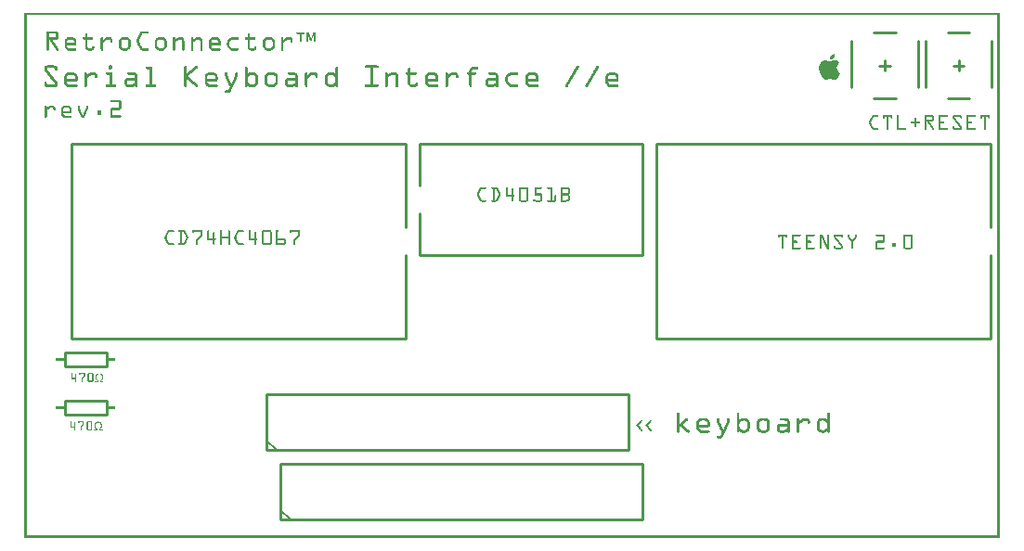
<source format=gto>
G04 MADE WITH FRITZING*
G04 WWW.FRITZING.ORG*
G04 DOUBLE SIDED*
G04 HOLES PLATED*
G04 CONTOUR ON CENTER OF CONTOUR VECTOR*
%ASAXBY*%
%FSLAX23Y23*%
%MOIN*%
%OFA0B0*%
%SFA1.0B1.0*%
%ADD10C,0.010000*%
%ADD11C,0.005000*%
%ADD12R,0.001000X0.001000*%
%LNSILK1*%
G90*
G70*
G54D10*
X3469Y1417D02*
X2269Y1417D01*
D02*
X2269Y1417D02*
X2269Y717D01*
D02*
X2269Y717D02*
X3469Y717D01*
D02*
X3469Y1417D02*
X3469Y1117D01*
D02*
X3469Y1017D02*
X3469Y717D01*
D02*
X919Y67D02*
X2219Y67D01*
D02*
X2219Y67D02*
X2219Y267D01*
D02*
X2219Y267D02*
X919Y267D01*
D02*
X919Y267D02*
X919Y67D01*
G54D11*
D02*
X954Y67D02*
X919Y102D01*
G54D10*
D02*
X869Y317D02*
X2169Y317D01*
D02*
X2169Y317D02*
X2169Y517D01*
D02*
X2169Y517D02*
X869Y517D01*
D02*
X869Y517D02*
X869Y317D01*
G54D11*
D02*
X904Y317D02*
X869Y352D01*
G54D10*
D02*
X1369Y1417D02*
X169Y1417D01*
D02*
X169Y1417D02*
X169Y717D01*
D02*
X169Y717D02*
X1369Y717D01*
D02*
X1369Y1417D02*
X1369Y1117D01*
D02*
X1369Y1017D02*
X1369Y717D01*
D02*
X1419Y1017D02*
X2219Y1017D01*
D02*
X2219Y1017D02*
X2219Y1417D01*
D02*
X2219Y1417D02*
X1419Y1417D01*
D02*
X1419Y1017D02*
X1419Y1167D01*
D02*
X1419Y1267D02*
X1419Y1417D01*
D02*
X3049Y1817D02*
X3128Y1817D01*
D02*
X2970Y1620D02*
X2970Y1788D01*
D02*
X3207Y1620D02*
X3207Y1788D01*
D02*
X3049Y1581D02*
X3128Y1581D01*
D02*
X3069Y1699D02*
X3108Y1699D01*
D02*
X3089Y1719D02*
X3089Y1680D01*
D02*
X3314Y1817D02*
X3393Y1817D01*
D02*
X3236Y1620D02*
X3236Y1788D01*
D02*
X3472Y1620D02*
X3472Y1788D01*
D02*
X3314Y1581D02*
X3393Y1581D01*
D02*
X3334Y1699D02*
X3373Y1699D01*
D02*
X3354Y1719D02*
X3354Y1680D01*
D02*
X295Y443D02*
X145Y443D01*
D02*
X145Y443D02*
X145Y493D01*
D02*
X145Y493D02*
X295Y493D01*
D02*
X295Y493D02*
X295Y443D01*
D02*
X295Y617D02*
X145Y617D01*
D02*
X145Y617D02*
X145Y667D01*
D02*
X145Y667D02*
X295Y667D01*
D02*
X295Y667D02*
X295Y617D01*
G54D12*
X0Y1887D02*
X3500Y1887D01*
X0Y1886D02*
X3500Y1886D01*
X0Y1885D02*
X3500Y1885D01*
X0Y1884D02*
X3500Y1884D01*
X0Y1883D02*
X3500Y1883D01*
X0Y1882D02*
X3500Y1882D01*
X0Y1881D02*
X3500Y1881D01*
X0Y1880D02*
X3500Y1880D01*
X0Y1879D02*
X7Y1879D01*
X3493Y1879D02*
X3500Y1879D01*
X0Y1878D02*
X7Y1878D01*
X3493Y1878D02*
X3500Y1878D01*
X0Y1877D02*
X7Y1877D01*
X3493Y1877D02*
X3500Y1877D01*
X0Y1876D02*
X7Y1876D01*
X3493Y1876D02*
X3500Y1876D01*
X0Y1875D02*
X7Y1875D01*
X3493Y1875D02*
X3500Y1875D01*
X0Y1874D02*
X7Y1874D01*
X3493Y1874D02*
X3500Y1874D01*
X0Y1873D02*
X7Y1873D01*
X3493Y1873D02*
X3500Y1873D01*
X0Y1872D02*
X7Y1872D01*
X3493Y1872D02*
X3500Y1872D01*
X0Y1871D02*
X7Y1871D01*
X3493Y1871D02*
X3500Y1871D01*
X0Y1870D02*
X7Y1870D01*
X3493Y1870D02*
X3500Y1870D01*
X0Y1869D02*
X7Y1869D01*
X3493Y1869D02*
X3500Y1869D01*
X0Y1868D02*
X7Y1868D01*
X3493Y1868D02*
X3500Y1868D01*
X0Y1867D02*
X7Y1867D01*
X3493Y1867D02*
X3500Y1867D01*
X0Y1866D02*
X7Y1866D01*
X3493Y1866D02*
X3500Y1866D01*
X0Y1865D02*
X7Y1865D01*
X3493Y1865D02*
X3500Y1865D01*
X0Y1864D02*
X7Y1864D01*
X3493Y1864D02*
X3500Y1864D01*
X0Y1863D02*
X7Y1863D01*
X3493Y1863D02*
X3500Y1863D01*
X0Y1862D02*
X7Y1862D01*
X3493Y1862D02*
X3500Y1862D01*
X0Y1861D02*
X7Y1861D01*
X3493Y1861D02*
X3500Y1861D01*
X0Y1860D02*
X7Y1860D01*
X3493Y1860D02*
X3500Y1860D01*
X0Y1859D02*
X7Y1859D01*
X3493Y1859D02*
X3500Y1859D01*
X0Y1858D02*
X7Y1858D01*
X3493Y1858D02*
X3500Y1858D01*
X0Y1857D02*
X7Y1857D01*
X3493Y1857D02*
X3500Y1857D01*
X0Y1856D02*
X7Y1856D01*
X3493Y1856D02*
X3500Y1856D01*
X0Y1855D02*
X7Y1855D01*
X3493Y1855D02*
X3500Y1855D01*
X0Y1854D02*
X7Y1854D01*
X3493Y1854D02*
X3500Y1854D01*
X0Y1853D02*
X7Y1853D01*
X3493Y1853D02*
X3500Y1853D01*
X0Y1852D02*
X7Y1852D01*
X3493Y1852D02*
X3500Y1852D01*
X0Y1851D02*
X7Y1851D01*
X3493Y1851D02*
X3500Y1851D01*
X0Y1850D02*
X7Y1850D01*
X3493Y1850D02*
X3500Y1850D01*
X0Y1849D02*
X7Y1849D01*
X3493Y1849D02*
X3500Y1849D01*
X0Y1848D02*
X7Y1848D01*
X3493Y1848D02*
X3500Y1848D01*
X0Y1847D02*
X7Y1847D01*
X3493Y1847D02*
X3500Y1847D01*
X0Y1846D02*
X7Y1846D01*
X3493Y1846D02*
X3500Y1846D01*
X0Y1845D02*
X7Y1845D01*
X3493Y1845D02*
X3500Y1845D01*
X0Y1844D02*
X7Y1844D01*
X3493Y1844D02*
X3500Y1844D01*
X0Y1843D02*
X7Y1843D01*
X3493Y1843D02*
X3500Y1843D01*
X0Y1842D02*
X7Y1842D01*
X3493Y1842D02*
X3500Y1842D01*
X0Y1841D02*
X7Y1841D01*
X3493Y1841D02*
X3500Y1841D01*
X0Y1840D02*
X7Y1840D01*
X3493Y1840D02*
X3500Y1840D01*
X0Y1839D02*
X7Y1839D01*
X3493Y1839D02*
X3500Y1839D01*
X0Y1838D02*
X7Y1838D01*
X3493Y1838D02*
X3500Y1838D01*
X0Y1837D02*
X7Y1837D01*
X3493Y1837D02*
X3500Y1837D01*
X0Y1836D02*
X7Y1836D01*
X3493Y1836D02*
X3500Y1836D01*
X0Y1835D02*
X7Y1835D01*
X3493Y1835D02*
X3500Y1835D01*
X0Y1834D02*
X7Y1834D01*
X3493Y1834D02*
X3500Y1834D01*
X0Y1833D02*
X7Y1833D01*
X3493Y1833D02*
X3500Y1833D01*
X0Y1832D02*
X7Y1832D01*
X3493Y1832D02*
X3500Y1832D01*
X0Y1831D02*
X7Y1831D01*
X3493Y1831D02*
X3500Y1831D01*
X0Y1830D02*
X7Y1830D01*
X3493Y1830D02*
X3500Y1830D01*
X0Y1829D02*
X7Y1829D01*
X3493Y1829D02*
X3500Y1829D01*
X0Y1828D02*
X7Y1828D01*
X3493Y1828D02*
X3500Y1828D01*
X0Y1827D02*
X7Y1827D01*
X3493Y1827D02*
X3500Y1827D01*
X0Y1826D02*
X7Y1826D01*
X3493Y1826D02*
X3500Y1826D01*
X0Y1825D02*
X7Y1825D01*
X3493Y1825D02*
X3500Y1825D01*
X0Y1824D02*
X7Y1824D01*
X3493Y1824D02*
X3500Y1824D01*
X0Y1823D02*
X7Y1823D01*
X3493Y1823D02*
X3500Y1823D01*
X0Y1822D02*
X7Y1822D01*
X79Y1822D02*
X111Y1822D01*
X423Y1822D02*
X443Y1822D01*
X3493Y1822D02*
X3500Y1822D01*
X0Y1821D02*
X7Y1821D01*
X79Y1821D02*
X114Y1821D01*
X420Y1821D02*
X445Y1821D01*
X3493Y1821D02*
X3500Y1821D01*
X0Y1820D02*
X7Y1820D01*
X79Y1820D02*
X116Y1820D01*
X418Y1820D02*
X446Y1820D01*
X3493Y1820D02*
X3500Y1820D01*
X0Y1819D02*
X7Y1819D01*
X79Y1819D02*
X118Y1819D01*
X417Y1819D02*
X446Y1819D01*
X3493Y1819D02*
X3500Y1819D01*
X0Y1818D02*
X7Y1818D01*
X79Y1818D02*
X119Y1818D01*
X416Y1818D02*
X446Y1818D01*
X3493Y1818D02*
X3500Y1818D01*
X0Y1817D02*
X7Y1817D01*
X79Y1817D02*
X120Y1817D01*
X415Y1817D02*
X446Y1817D01*
X977Y1817D02*
X1006Y1817D01*
X1013Y1817D02*
X1021Y1817D01*
X1037Y1817D02*
X1044Y1817D01*
X3493Y1817D02*
X3500Y1817D01*
X0Y1816D02*
X7Y1816D01*
X79Y1816D02*
X120Y1816D01*
X415Y1816D02*
X446Y1816D01*
X977Y1816D02*
X1006Y1816D01*
X1013Y1816D02*
X1021Y1816D01*
X1037Y1816D02*
X1044Y1816D01*
X3493Y1816D02*
X3500Y1816D01*
X0Y1815D02*
X7Y1815D01*
X79Y1815D02*
X121Y1815D01*
X220Y1815D02*
X224Y1815D01*
X414Y1815D02*
X445Y1815D01*
X803Y1815D02*
X807Y1815D01*
X977Y1815D02*
X1006Y1815D01*
X1013Y1815D02*
X1022Y1815D01*
X1037Y1815D02*
X1044Y1815D01*
X3493Y1815D02*
X3500Y1815D01*
X0Y1814D02*
X7Y1814D01*
X79Y1814D02*
X122Y1814D01*
X219Y1814D02*
X225Y1814D01*
X414Y1814D02*
X444Y1814D01*
X802Y1814D02*
X808Y1814D01*
X977Y1814D02*
X1006Y1814D01*
X1013Y1814D02*
X1022Y1814D01*
X1036Y1814D02*
X1044Y1814D01*
X3493Y1814D02*
X3500Y1814D01*
X0Y1813D02*
X7Y1813D01*
X79Y1813D02*
X87Y1813D01*
X111Y1813D02*
X122Y1813D01*
X219Y1813D02*
X225Y1813D01*
X413Y1813D02*
X423Y1813D01*
X801Y1813D02*
X808Y1813D01*
X978Y1813D02*
X1006Y1813D01*
X1013Y1813D02*
X1022Y1813D01*
X1036Y1813D02*
X1044Y1813D01*
X3493Y1813D02*
X3500Y1813D01*
X0Y1812D02*
X7Y1812D01*
X79Y1812D02*
X87Y1812D01*
X113Y1812D02*
X122Y1812D01*
X219Y1812D02*
X226Y1812D01*
X413Y1812D02*
X422Y1812D01*
X801Y1812D02*
X808Y1812D01*
X989Y1812D02*
X995Y1812D01*
X1013Y1812D02*
X1023Y1812D01*
X1036Y1812D02*
X1044Y1812D01*
X3493Y1812D02*
X3500Y1812D01*
X0Y1811D02*
X7Y1811D01*
X79Y1811D02*
X87Y1811D01*
X114Y1811D02*
X122Y1811D01*
X218Y1811D02*
X226Y1811D01*
X412Y1811D02*
X421Y1811D01*
X801Y1811D02*
X808Y1811D01*
X989Y1811D02*
X995Y1811D01*
X1013Y1811D02*
X1023Y1811D01*
X1035Y1811D02*
X1044Y1811D01*
X3493Y1811D02*
X3500Y1811D01*
X0Y1810D02*
X7Y1810D01*
X79Y1810D02*
X87Y1810D01*
X114Y1810D02*
X122Y1810D01*
X218Y1810D02*
X226Y1810D01*
X412Y1810D02*
X421Y1810D01*
X801Y1810D02*
X809Y1810D01*
X989Y1810D02*
X995Y1810D01*
X1013Y1810D02*
X1023Y1810D01*
X1035Y1810D02*
X1044Y1810D01*
X3493Y1810D02*
X3500Y1810D01*
X0Y1809D02*
X7Y1809D01*
X79Y1809D02*
X87Y1809D01*
X114Y1809D02*
X122Y1809D01*
X218Y1809D02*
X226Y1809D01*
X411Y1809D02*
X420Y1809D01*
X801Y1809D02*
X809Y1809D01*
X989Y1809D02*
X995Y1809D01*
X1013Y1809D02*
X1024Y1809D01*
X1035Y1809D02*
X1044Y1809D01*
X3493Y1809D02*
X3500Y1809D01*
X0Y1808D02*
X7Y1808D01*
X79Y1808D02*
X87Y1808D01*
X114Y1808D02*
X122Y1808D01*
X218Y1808D02*
X226Y1808D01*
X411Y1808D02*
X420Y1808D01*
X801Y1808D02*
X809Y1808D01*
X989Y1808D02*
X995Y1808D01*
X1013Y1808D02*
X1017Y1808D01*
X1019Y1808D02*
X1024Y1808D01*
X1034Y1808D02*
X1044Y1808D01*
X3493Y1808D02*
X3500Y1808D01*
X0Y1807D02*
X7Y1807D01*
X79Y1807D02*
X87Y1807D01*
X114Y1807D02*
X122Y1807D01*
X218Y1807D02*
X226Y1807D01*
X410Y1807D02*
X419Y1807D01*
X801Y1807D02*
X809Y1807D01*
X989Y1807D02*
X995Y1807D01*
X1013Y1807D02*
X1017Y1807D01*
X1019Y1807D02*
X1024Y1807D01*
X1034Y1807D02*
X1037Y1807D01*
X1039Y1807D02*
X1044Y1807D01*
X3493Y1807D02*
X3500Y1807D01*
X0Y1806D02*
X7Y1806D01*
X79Y1806D02*
X87Y1806D01*
X114Y1806D02*
X122Y1806D01*
X218Y1806D02*
X226Y1806D01*
X410Y1806D02*
X419Y1806D01*
X801Y1806D02*
X809Y1806D01*
X989Y1806D02*
X995Y1806D01*
X1013Y1806D02*
X1017Y1806D01*
X1019Y1806D02*
X1025Y1806D01*
X1034Y1806D02*
X1037Y1806D01*
X1039Y1806D02*
X1044Y1806D01*
X3493Y1806D02*
X3500Y1806D01*
X0Y1805D02*
X7Y1805D01*
X79Y1805D02*
X87Y1805D01*
X114Y1805D02*
X122Y1805D01*
X218Y1805D02*
X226Y1805D01*
X409Y1805D02*
X418Y1805D01*
X801Y1805D02*
X809Y1805D01*
X989Y1805D02*
X995Y1805D01*
X1013Y1805D02*
X1017Y1805D01*
X1020Y1805D02*
X1025Y1805D01*
X1033Y1805D02*
X1037Y1805D01*
X1039Y1805D02*
X1044Y1805D01*
X3493Y1805D02*
X3500Y1805D01*
X0Y1804D02*
X7Y1804D01*
X79Y1804D02*
X87Y1804D01*
X114Y1804D02*
X122Y1804D01*
X218Y1804D02*
X226Y1804D01*
X409Y1804D02*
X418Y1804D01*
X801Y1804D02*
X809Y1804D01*
X989Y1804D02*
X995Y1804D01*
X1013Y1804D02*
X1017Y1804D01*
X1020Y1804D02*
X1025Y1804D01*
X1033Y1804D02*
X1036Y1804D01*
X1039Y1804D02*
X1044Y1804D01*
X3493Y1804D02*
X3500Y1804D01*
X0Y1803D02*
X7Y1803D01*
X79Y1803D02*
X87Y1803D01*
X114Y1803D02*
X122Y1803D01*
X218Y1803D02*
X226Y1803D01*
X408Y1803D02*
X417Y1803D01*
X801Y1803D02*
X809Y1803D01*
X989Y1803D02*
X995Y1803D01*
X1013Y1803D02*
X1017Y1803D01*
X1020Y1803D02*
X1026Y1803D01*
X1033Y1803D02*
X1036Y1803D01*
X1039Y1803D02*
X1044Y1803D01*
X3493Y1803D02*
X3500Y1803D01*
X0Y1802D02*
X7Y1802D01*
X79Y1802D02*
X87Y1802D01*
X114Y1802D02*
X122Y1802D01*
X218Y1802D02*
X226Y1802D01*
X408Y1802D02*
X417Y1802D01*
X801Y1802D02*
X809Y1802D01*
X989Y1802D02*
X995Y1802D01*
X1013Y1802D02*
X1017Y1802D01*
X1021Y1802D02*
X1026Y1802D01*
X1032Y1802D02*
X1036Y1802D01*
X1039Y1802D02*
X1044Y1802D01*
X3493Y1802D02*
X3500Y1802D01*
X0Y1801D02*
X7Y1801D01*
X79Y1801D02*
X87Y1801D01*
X114Y1801D02*
X122Y1801D01*
X218Y1801D02*
X226Y1801D01*
X407Y1801D02*
X416Y1801D01*
X801Y1801D02*
X809Y1801D01*
X989Y1801D02*
X995Y1801D01*
X1013Y1801D02*
X1017Y1801D01*
X1021Y1801D02*
X1026Y1801D01*
X1032Y1801D02*
X1035Y1801D01*
X1039Y1801D02*
X1044Y1801D01*
X3493Y1801D02*
X3500Y1801D01*
X0Y1800D02*
X7Y1800D01*
X79Y1800D02*
X87Y1800D01*
X112Y1800D02*
X122Y1800D01*
X156Y1800D02*
X174Y1800D01*
X211Y1800D02*
X245Y1800D01*
X276Y1800D02*
X280Y1800D01*
X294Y1800D02*
X308Y1800D01*
X351Y1800D02*
X369Y1800D01*
X407Y1800D02*
X416Y1800D01*
X480Y1800D02*
X498Y1800D01*
X535Y1800D02*
X539Y1800D01*
X553Y1800D02*
X566Y1800D01*
X600Y1800D02*
X604Y1800D01*
X617Y1800D02*
X631Y1800D01*
X674Y1800D02*
X692Y1800D01*
X743Y1800D02*
X767Y1800D01*
X794Y1800D02*
X827Y1800D01*
X869Y1800D02*
X886Y1800D01*
X923Y1800D02*
X927Y1800D01*
X941Y1800D02*
X955Y1800D01*
X989Y1800D02*
X995Y1800D01*
X1013Y1800D02*
X1017Y1800D01*
X1021Y1800D02*
X1027Y1800D01*
X1031Y1800D02*
X1035Y1800D01*
X1039Y1800D02*
X1044Y1800D01*
X3493Y1800D02*
X3500Y1800D01*
X0Y1799D02*
X7Y1799D01*
X79Y1799D02*
X122Y1799D01*
X154Y1799D02*
X176Y1799D01*
X210Y1799D02*
X246Y1799D01*
X275Y1799D02*
X281Y1799D01*
X292Y1799D02*
X310Y1799D01*
X349Y1799D02*
X371Y1799D01*
X406Y1799D02*
X415Y1799D01*
X478Y1799D02*
X500Y1799D01*
X534Y1799D02*
X540Y1799D01*
X551Y1799D02*
X568Y1799D01*
X599Y1799D02*
X605Y1799D01*
X615Y1799D02*
X633Y1799D01*
X672Y1799D02*
X694Y1799D01*
X741Y1799D02*
X768Y1799D01*
X793Y1799D02*
X828Y1799D01*
X866Y1799D02*
X889Y1799D01*
X922Y1799D02*
X928Y1799D01*
X940Y1799D02*
X957Y1799D01*
X989Y1799D02*
X995Y1799D01*
X1013Y1799D02*
X1017Y1799D01*
X1022Y1799D02*
X1027Y1799D01*
X1031Y1799D02*
X1034Y1799D01*
X1039Y1799D02*
X1044Y1799D01*
X3493Y1799D02*
X3500Y1799D01*
X0Y1798D02*
X7Y1798D01*
X79Y1798D02*
X121Y1798D01*
X153Y1798D02*
X178Y1798D01*
X210Y1798D02*
X246Y1798D01*
X275Y1798D02*
X281Y1798D01*
X291Y1798D02*
X311Y1798D01*
X347Y1798D02*
X372Y1798D01*
X406Y1798D02*
X415Y1798D01*
X477Y1798D02*
X502Y1798D01*
X534Y1798D02*
X540Y1798D01*
X549Y1798D02*
X569Y1798D01*
X598Y1798D02*
X605Y1798D01*
X614Y1798D02*
X634Y1798D01*
X671Y1798D02*
X696Y1798D01*
X740Y1798D02*
X768Y1798D01*
X792Y1798D02*
X829Y1798D01*
X865Y1798D02*
X890Y1798D01*
X922Y1798D02*
X929Y1798D01*
X938Y1798D02*
X958Y1798D01*
X989Y1798D02*
X995Y1798D01*
X1013Y1798D02*
X1017Y1798D01*
X1022Y1798D02*
X1027Y1798D01*
X1031Y1798D02*
X1034Y1798D01*
X1039Y1798D02*
X1044Y1798D01*
X3493Y1798D02*
X3500Y1798D01*
X0Y1797D02*
X7Y1797D01*
X79Y1797D02*
X121Y1797D01*
X152Y1797D02*
X179Y1797D01*
X210Y1797D02*
X246Y1797D01*
X275Y1797D02*
X282Y1797D01*
X289Y1797D02*
X312Y1797D01*
X346Y1797D02*
X374Y1797D01*
X405Y1797D02*
X414Y1797D01*
X475Y1797D02*
X503Y1797D01*
X533Y1797D02*
X541Y1797D01*
X547Y1797D02*
X570Y1797D01*
X598Y1797D02*
X605Y1797D01*
X612Y1797D02*
X635Y1797D01*
X670Y1797D02*
X697Y1797D01*
X738Y1797D02*
X769Y1797D01*
X792Y1797D02*
X829Y1797D01*
X864Y1797D02*
X891Y1797D01*
X922Y1797D02*
X929Y1797D01*
X937Y1797D02*
X959Y1797D01*
X989Y1797D02*
X995Y1797D01*
X1013Y1797D02*
X1017Y1797D01*
X1022Y1797D02*
X1028Y1797D01*
X1030Y1797D02*
X1034Y1797D01*
X1039Y1797D02*
X1044Y1797D01*
X3493Y1797D02*
X3500Y1797D01*
X0Y1796D02*
X7Y1796D01*
X79Y1796D02*
X120Y1796D01*
X151Y1796D02*
X180Y1796D01*
X210Y1796D02*
X246Y1796D01*
X274Y1796D02*
X282Y1796D01*
X288Y1796D02*
X313Y1796D01*
X345Y1796D02*
X375Y1796D01*
X405Y1796D02*
X414Y1796D01*
X474Y1796D02*
X504Y1796D01*
X533Y1796D02*
X541Y1796D01*
X546Y1796D02*
X571Y1796D01*
X598Y1796D02*
X606Y1796D01*
X611Y1796D02*
X636Y1796D01*
X668Y1796D02*
X698Y1796D01*
X737Y1796D02*
X769Y1796D01*
X792Y1796D02*
X829Y1796D01*
X862Y1796D02*
X893Y1796D01*
X922Y1796D02*
X929Y1796D01*
X936Y1796D02*
X960Y1796D01*
X989Y1796D02*
X995Y1796D01*
X1013Y1796D02*
X1017Y1796D01*
X1023Y1796D02*
X1028Y1796D01*
X1030Y1796D02*
X1033Y1796D01*
X1039Y1796D02*
X1044Y1796D01*
X3493Y1796D02*
X3500Y1796D01*
X0Y1795D02*
X7Y1795D01*
X79Y1795D02*
X120Y1795D01*
X149Y1795D02*
X182Y1795D01*
X210Y1795D02*
X246Y1795D01*
X274Y1795D02*
X282Y1795D01*
X287Y1795D02*
X314Y1795D01*
X343Y1795D02*
X376Y1795D01*
X404Y1795D02*
X413Y1795D01*
X473Y1795D02*
X505Y1795D01*
X533Y1795D02*
X541Y1795D01*
X544Y1795D02*
X572Y1795D01*
X598Y1795D02*
X606Y1795D01*
X609Y1795D02*
X637Y1795D01*
X667Y1795D02*
X699Y1795D01*
X736Y1795D02*
X768Y1795D01*
X792Y1795D02*
X829Y1795D01*
X861Y1795D02*
X894Y1795D01*
X922Y1795D02*
X929Y1795D01*
X934Y1795D02*
X961Y1795D01*
X989Y1795D02*
X995Y1795D01*
X1013Y1795D02*
X1017Y1795D01*
X1023Y1795D02*
X1033Y1795D01*
X1039Y1795D02*
X1044Y1795D01*
X3493Y1795D02*
X3500Y1795D01*
X0Y1794D02*
X7Y1794D01*
X79Y1794D02*
X119Y1794D01*
X148Y1794D02*
X183Y1794D01*
X210Y1794D02*
X246Y1794D01*
X274Y1794D02*
X282Y1794D01*
X286Y1794D02*
X314Y1794D01*
X342Y1794D02*
X377Y1794D01*
X404Y1794D02*
X413Y1794D01*
X472Y1794D02*
X507Y1794D01*
X533Y1794D02*
X541Y1794D01*
X543Y1794D02*
X572Y1794D01*
X598Y1794D02*
X637Y1794D01*
X666Y1794D02*
X700Y1794D01*
X735Y1794D02*
X768Y1794D01*
X793Y1794D02*
X828Y1794D01*
X860Y1794D02*
X895Y1794D01*
X922Y1794D02*
X929Y1794D01*
X933Y1794D02*
X962Y1794D01*
X989Y1794D02*
X995Y1794D01*
X1013Y1794D02*
X1017Y1794D01*
X1023Y1794D02*
X1033Y1794D01*
X1039Y1794D02*
X1044Y1794D01*
X3493Y1794D02*
X3500Y1794D01*
X0Y1793D02*
X7Y1793D01*
X79Y1793D02*
X117Y1793D01*
X147Y1793D02*
X184Y1793D01*
X212Y1793D02*
X244Y1793D01*
X274Y1793D02*
X282Y1793D01*
X285Y1793D02*
X315Y1793D01*
X341Y1793D02*
X378Y1793D01*
X404Y1793D02*
X412Y1793D01*
X471Y1793D02*
X507Y1793D01*
X533Y1793D02*
X573Y1793D01*
X598Y1793D02*
X638Y1793D01*
X665Y1793D02*
X701Y1793D01*
X734Y1793D02*
X767Y1793D01*
X794Y1793D02*
X827Y1793D01*
X859Y1793D02*
X896Y1793D01*
X922Y1793D02*
X929Y1793D01*
X932Y1793D02*
X962Y1793D01*
X989Y1793D02*
X995Y1793D01*
X1013Y1793D02*
X1017Y1793D01*
X1024Y1793D02*
X1032Y1793D01*
X1039Y1793D02*
X1044Y1793D01*
X3493Y1793D02*
X3500Y1793D01*
X0Y1792D02*
X7Y1792D01*
X79Y1792D02*
X116Y1792D01*
X147Y1792D02*
X159Y1792D01*
X172Y1792D02*
X184Y1792D01*
X218Y1792D02*
X226Y1792D01*
X274Y1792D02*
X297Y1792D01*
X305Y1792D02*
X315Y1792D01*
X341Y1792D02*
X354Y1792D01*
X366Y1792D02*
X379Y1792D01*
X403Y1792D02*
X412Y1792D01*
X470Y1792D02*
X483Y1792D01*
X495Y1792D02*
X508Y1792D01*
X533Y1792D02*
X555Y1792D01*
X563Y1792D02*
X573Y1792D01*
X598Y1792D02*
X620Y1792D01*
X627Y1792D02*
X638Y1792D01*
X665Y1792D02*
X677Y1792D01*
X690Y1792D02*
X702Y1792D01*
X732Y1792D02*
X746Y1792D01*
X801Y1792D02*
X809Y1792D01*
X859Y1792D02*
X871Y1792D01*
X884Y1792D02*
X897Y1792D01*
X922Y1792D02*
X944Y1792D01*
X952Y1792D02*
X962Y1792D01*
X989Y1792D02*
X995Y1792D01*
X1013Y1792D02*
X1017Y1792D01*
X1024Y1792D02*
X1032Y1792D01*
X1039Y1792D02*
X1044Y1792D01*
X3493Y1792D02*
X3500Y1792D01*
X0Y1791D02*
X7Y1791D01*
X79Y1791D02*
X113Y1791D01*
X146Y1791D02*
X157Y1791D01*
X174Y1791D02*
X185Y1791D01*
X218Y1791D02*
X226Y1791D01*
X274Y1791D02*
X295Y1791D01*
X307Y1791D02*
X315Y1791D01*
X340Y1791D02*
X351Y1791D01*
X368Y1791D02*
X379Y1791D01*
X403Y1791D02*
X411Y1791D01*
X470Y1791D02*
X481Y1791D01*
X497Y1791D02*
X509Y1791D01*
X533Y1791D02*
X553Y1791D01*
X565Y1791D02*
X573Y1791D01*
X598Y1791D02*
X618Y1791D01*
X629Y1791D02*
X638Y1791D01*
X664Y1791D02*
X675Y1791D01*
X692Y1791D02*
X703Y1791D01*
X731Y1791D02*
X744Y1791D01*
X801Y1791D02*
X809Y1791D01*
X858Y1791D02*
X869Y1791D01*
X886Y1791D02*
X897Y1791D01*
X922Y1791D02*
X942Y1791D01*
X954Y1791D02*
X963Y1791D01*
X989Y1791D02*
X995Y1791D01*
X1013Y1791D02*
X1017Y1791D01*
X1025Y1791D02*
X1032Y1791D01*
X1039Y1791D02*
X1044Y1791D01*
X3493Y1791D02*
X3500Y1791D01*
X0Y1790D02*
X7Y1790D01*
X79Y1790D02*
X87Y1790D01*
X90Y1790D02*
X100Y1790D01*
X146Y1790D02*
X156Y1790D01*
X175Y1790D02*
X185Y1790D01*
X218Y1790D02*
X226Y1790D01*
X274Y1790D02*
X294Y1790D01*
X307Y1790D02*
X315Y1790D01*
X340Y1790D02*
X350Y1790D01*
X369Y1790D02*
X380Y1790D01*
X403Y1790D02*
X411Y1790D01*
X469Y1790D02*
X479Y1790D01*
X499Y1790D02*
X509Y1790D01*
X533Y1790D02*
X551Y1790D01*
X565Y1790D02*
X573Y1790D01*
X598Y1790D02*
X616Y1790D01*
X630Y1790D02*
X638Y1790D01*
X663Y1790D02*
X673Y1790D01*
X693Y1790D02*
X703Y1790D01*
X730Y1790D02*
X743Y1790D01*
X801Y1790D02*
X809Y1790D01*
X858Y1790D02*
X868Y1790D01*
X887Y1790D02*
X897Y1790D01*
X922Y1790D02*
X941Y1790D01*
X955Y1790D02*
X963Y1790D01*
X989Y1790D02*
X995Y1790D01*
X1013Y1790D02*
X1017Y1790D01*
X1025Y1790D02*
X1031Y1790D01*
X1039Y1790D02*
X1044Y1790D01*
X3493Y1790D02*
X3500Y1790D01*
X0Y1789D02*
X7Y1789D01*
X79Y1789D02*
X87Y1789D01*
X91Y1789D02*
X101Y1789D01*
X145Y1789D02*
X154Y1789D01*
X177Y1789D02*
X186Y1789D01*
X218Y1789D02*
X226Y1789D01*
X274Y1789D02*
X293Y1789D01*
X308Y1789D02*
X315Y1789D01*
X339Y1789D02*
X349Y1789D01*
X371Y1789D02*
X380Y1789D01*
X403Y1789D02*
X411Y1789D01*
X469Y1789D02*
X478Y1789D01*
X500Y1789D02*
X509Y1789D01*
X533Y1789D02*
X550Y1789D01*
X566Y1789D02*
X573Y1789D01*
X598Y1789D02*
X614Y1789D01*
X630Y1789D02*
X638Y1789D01*
X663Y1789D02*
X672Y1789D01*
X694Y1789D02*
X703Y1789D01*
X730Y1789D02*
X741Y1789D01*
X801Y1789D02*
X809Y1789D01*
X857Y1789D02*
X867Y1789D01*
X888Y1789D02*
X898Y1789D01*
X922Y1789D02*
X940Y1789D01*
X955Y1789D02*
X963Y1789D01*
X989Y1789D02*
X995Y1789D01*
X1013Y1789D02*
X1017Y1789D01*
X1025Y1789D02*
X1031Y1789D01*
X1039Y1789D02*
X1044Y1789D01*
X3493Y1789D02*
X3500Y1789D01*
X0Y1788D02*
X7Y1788D01*
X79Y1788D02*
X87Y1788D01*
X92Y1788D02*
X102Y1788D01*
X145Y1788D02*
X153Y1788D01*
X178Y1788D02*
X186Y1788D01*
X218Y1788D02*
X226Y1788D01*
X274Y1788D02*
X291Y1788D01*
X308Y1788D02*
X316Y1788D01*
X339Y1788D02*
X348Y1788D01*
X371Y1788D02*
X380Y1788D01*
X403Y1788D02*
X411Y1788D01*
X469Y1788D02*
X477Y1788D01*
X501Y1788D02*
X510Y1788D01*
X533Y1788D02*
X548Y1788D01*
X566Y1788D02*
X574Y1788D01*
X598Y1788D02*
X613Y1788D01*
X631Y1788D02*
X638Y1788D01*
X663Y1788D02*
X671Y1788D01*
X695Y1788D02*
X704Y1788D01*
X729Y1788D02*
X740Y1788D01*
X801Y1788D02*
X809Y1788D01*
X857Y1788D02*
X866Y1788D01*
X889Y1788D02*
X898Y1788D01*
X922Y1788D02*
X939Y1788D01*
X955Y1788D02*
X963Y1788D01*
X989Y1788D02*
X995Y1788D01*
X1013Y1788D02*
X1017Y1788D01*
X1026Y1788D02*
X1031Y1788D01*
X1039Y1788D02*
X1044Y1788D01*
X3493Y1788D02*
X3500Y1788D01*
X0Y1787D02*
X7Y1787D01*
X79Y1787D02*
X87Y1787D01*
X92Y1787D02*
X102Y1787D01*
X145Y1787D02*
X153Y1787D01*
X178Y1787D02*
X186Y1787D01*
X218Y1787D02*
X226Y1787D01*
X274Y1787D02*
X290Y1787D01*
X308Y1787D02*
X316Y1787D01*
X339Y1787D02*
X347Y1787D01*
X372Y1787D02*
X380Y1787D01*
X403Y1787D02*
X411Y1787D01*
X469Y1787D02*
X477Y1787D01*
X502Y1787D02*
X510Y1787D01*
X533Y1787D02*
X547Y1787D01*
X566Y1787D02*
X574Y1787D01*
X598Y1787D02*
X611Y1787D01*
X631Y1787D02*
X638Y1787D01*
X663Y1787D02*
X671Y1787D01*
X696Y1787D02*
X704Y1787D01*
X728Y1787D02*
X739Y1787D01*
X801Y1787D02*
X809Y1787D01*
X857Y1787D02*
X865Y1787D01*
X890Y1787D02*
X898Y1787D01*
X922Y1787D02*
X937Y1787D01*
X955Y1787D02*
X963Y1787D01*
X989Y1787D02*
X995Y1787D01*
X1013Y1787D02*
X1017Y1787D01*
X1039Y1787D02*
X1044Y1787D01*
X3493Y1787D02*
X3500Y1787D01*
X0Y1786D02*
X7Y1786D01*
X79Y1786D02*
X87Y1786D01*
X93Y1786D02*
X103Y1786D01*
X145Y1786D02*
X153Y1786D01*
X178Y1786D02*
X186Y1786D01*
X218Y1786D02*
X226Y1786D01*
X274Y1786D02*
X289Y1786D01*
X308Y1786D02*
X315Y1786D01*
X339Y1786D02*
X347Y1786D01*
X373Y1786D02*
X380Y1786D01*
X403Y1786D02*
X411Y1786D01*
X469Y1786D02*
X476Y1786D01*
X502Y1786D02*
X510Y1786D01*
X533Y1786D02*
X545Y1786D01*
X566Y1786D02*
X574Y1786D01*
X598Y1786D02*
X610Y1786D01*
X631Y1786D02*
X638Y1786D01*
X663Y1786D02*
X670Y1786D01*
X696Y1786D02*
X704Y1786D01*
X728Y1786D02*
X738Y1786D01*
X801Y1786D02*
X809Y1786D01*
X857Y1786D02*
X865Y1786D01*
X890Y1786D02*
X898Y1786D01*
X922Y1786D02*
X936Y1786D01*
X955Y1786D02*
X963Y1786D01*
X989Y1786D02*
X995Y1786D01*
X1013Y1786D02*
X1017Y1786D01*
X1039Y1786D02*
X1044Y1786D01*
X3493Y1786D02*
X3500Y1786D01*
X0Y1785D02*
X7Y1785D01*
X79Y1785D02*
X87Y1785D01*
X94Y1785D02*
X104Y1785D01*
X145Y1785D02*
X153Y1785D01*
X178Y1785D02*
X186Y1785D01*
X218Y1785D02*
X226Y1785D01*
X274Y1785D02*
X288Y1785D01*
X308Y1785D02*
X315Y1785D01*
X339Y1785D02*
X347Y1785D01*
X373Y1785D02*
X380Y1785D01*
X403Y1785D02*
X411Y1785D01*
X469Y1785D02*
X476Y1785D01*
X502Y1785D02*
X510Y1785D01*
X533Y1785D02*
X543Y1785D01*
X566Y1785D02*
X574Y1785D01*
X598Y1785D02*
X608Y1785D01*
X631Y1785D02*
X638Y1785D01*
X663Y1785D02*
X670Y1785D01*
X696Y1785D02*
X704Y1785D01*
X728Y1785D02*
X737Y1785D01*
X801Y1785D02*
X809Y1785D01*
X857Y1785D02*
X865Y1785D01*
X891Y1785D02*
X898Y1785D01*
X922Y1785D02*
X935Y1785D01*
X956Y1785D02*
X963Y1785D01*
X989Y1785D02*
X994Y1785D01*
X1013Y1785D02*
X1017Y1785D01*
X1040Y1785D02*
X1044Y1785D01*
X3493Y1785D02*
X3500Y1785D01*
X0Y1784D02*
X7Y1784D01*
X79Y1784D02*
X87Y1784D01*
X95Y1784D02*
X104Y1784D01*
X145Y1784D02*
X153Y1784D01*
X178Y1784D02*
X186Y1784D01*
X218Y1784D02*
X226Y1784D01*
X274Y1784D02*
X287Y1784D01*
X309Y1784D02*
X315Y1784D01*
X339Y1784D02*
X347Y1784D01*
X373Y1784D02*
X380Y1784D01*
X403Y1784D02*
X411Y1784D01*
X469Y1784D02*
X476Y1784D01*
X502Y1784D02*
X510Y1784D01*
X533Y1784D02*
X542Y1784D01*
X566Y1784D02*
X574Y1784D01*
X598Y1784D02*
X607Y1784D01*
X631Y1784D02*
X638Y1784D01*
X663Y1784D02*
X670Y1784D01*
X696Y1784D02*
X704Y1784D01*
X728Y1784D02*
X736Y1784D01*
X801Y1784D02*
X809Y1784D01*
X857Y1784D02*
X865Y1784D01*
X891Y1784D02*
X898Y1784D01*
X922Y1784D02*
X934Y1784D01*
X956Y1784D02*
X962Y1784D01*
X3493Y1784D02*
X3500Y1784D01*
X0Y1783D02*
X7Y1783D01*
X79Y1783D02*
X87Y1783D01*
X95Y1783D02*
X105Y1783D01*
X145Y1783D02*
X153Y1783D01*
X178Y1783D02*
X186Y1783D01*
X218Y1783D02*
X226Y1783D01*
X274Y1783D02*
X285Y1783D01*
X309Y1783D02*
X314Y1783D01*
X339Y1783D02*
X347Y1783D01*
X373Y1783D02*
X380Y1783D01*
X403Y1783D02*
X412Y1783D01*
X469Y1783D02*
X476Y1783D01*
X502Y1783D02*
X510Y1783D01*
X533Y1783D02*
X541Y1783D01*
X566Y1783D02*
X574Y1783D01*
X598Y1783D02*
X606Y1783D01*
X631Y1783D02*
X638Y1783D01*
X663Y1783D02*
X670Y1783D01*
X696Y1783D02*
X704Y1783D01*
X728Y1783D02*
X735Y1783D01*
X801Y1783D02*
X809Y1783D01*
X857Y1783D02*
X865Y1783D01*
X891Y1783D02*
X898Y1783D01*
X922Y1783D02*
X933Y1783D01*
X957Y1783D02*
X962Y1783D01*
X3493Y1783D02*
X3500Y1783D01*
X0Y1782D02*
X7Y1782D01*
X79Y1782D02*
X87Y1782D01*
X96Y1782D02*
X106Y1782D01*
X145Y1782D02*
X153Y1782D01*
X178Y1782D02*
X186Y1782D01*
X218Y1782D02*
X226Y1782D01*
X274Y1782D02*
X284Y1782D01*
X311Y1782D02*
X313Y1782D01*
X339Y1782D02*
X347Y1782D01*
X373Y1782D02*
X380Y1782D01*
X403Y1782D02*
X412Y1782D01*
X469Y1782D02*
X476Y1782D01*
X502Y1782D02*
X510Y1782D01*
X533Y1782D02*
X541Y1782D01*
X566Y1782D02*
X574Y1782D01*
X598Y1782D02*
X606Y1782D01*
X631Y1782D02*
X638Y1782D01*
X663Y1782D02*
X670Y1782D01*
X696Y1782D02*
X704Y1782D01*
X728Y1782D02*
X735Y1782D01*
X801Y1782D02*
X809Y1782D01*
X857Y1782D02*
X865Y1782D01*
X891Y1782D02*
X898Y1782D01*
X922Y1782D02*
X931Y1782D01*
X958Y1782D02*
X960Y1782D01*
X3493Y1782D02*
X3500Y1782D01*
X0Y1781D02*
X7Y1781D01*
X79Y1781D02*
X87Y1781D01*
X97Y1781D02*
X107Y1781D01*
X145Y1781D02*
X153Y1781D01*
X178Y1781D02*
X186Y1781D01*
X218Y1781D02*
X226Y1781D01*
X274Y1781D02*
X283Y1781D01*
X339Y1781D02*
X347Y1781D01*
X373Y1781D02*
X380Y1781D01*
X404Y1781D02*
X413Y1781D01*
X469Y1781D02*
X476Y1781D01*
X502Y1781D02*
X510Y1781D01*
X533Y1781D02*
X541Y1781D01*
X566Y1781D02*
X574Y1781D01*
X598Y1781D02*
X606Y1781D01*
X631Y1781D02*
X639Y1781D01*
X663Y1781D02*
X670Y1781D01*
X696Y1781D02*
X704Y1781D01*
X727Y1781D02*
X735Y1781D01*
X801Y1781D02*
X809Y1781D01*
X857Y1781D02*
X865Y1781D01*
X891Y1781D02*
X898Y1781D01*
X922Y1781D02*
X930Y1781D01*
X3493Y1781D02*
X3500Y1781D01*
X0Y1780D02*
X7Y1780D01*
X79Y1780D02*
X87Y1780D01*
X97Y1780D02*
X107Y1780D01*
X145Y1780D02*
X153Y1780D01*
X178Y1780D02*
X186Y1780D01*
X218Y1780D02*
X226Y1780D01*
X274Y1780D02*
X282Y1780D01*
X339Y1780D02*
X347Y1780D01*
X373Y1780D02*
X380Y1780D01*
X404Y1780D02*
X413Y1780D01*
X469Y1780D02*
X476Y1780D01*
X502Y1780D02*
X510Y1780D01*
X533Y1780D02*
X541Y1780D01*
X566Y1780D02*
X574Y1780D01*
X598Y1780D02*
X606Y1780D01*
X631Y1780D02*
X639Y1780D01*
X663Y1780D02*
X670Y1780D01*
X696Y1780D02*
X704Y1780D01*
X727Y1780D02*
X735Y1780D01*
X801Y1780D02*
X809Y1780D01*
X857Y1780D02*
X865Y1780D01*
X891Y1780D02*
X898Y1780D01*
X922Y1780D02*
X929Y1780D01*
X3493Y1780D02*
X3500Y1780D01*
X0Y1779D02*
X7Y1779D01*
X79Y1779D02*
X87Y1779D01*
X98Y1779D02*
X108Y1779D01*
X145Y1779D02*
X186Y1779D01*
X218Y1779D02*
X226Y1779D01*
X274Y1779D02*
X282Y1779D01*
X339Y1779D02*
X347Y1779D01*
X373Y1779D02*
X380Y1779D01*
X405Y1779D02*
X414Y1779D01*
X469Y1779D02*
X476Y1779D01*
X502Y1779D02*
X510Y1779D01*
X533Y1779D02*
X541Y1779D01*
X566Y1779D02*
X574Y1779D01*
X598Y1779D02*
X606Y1779D01*
X631Y1779D02*
X639Y1779D01*
X663Y1779D02*
X704Y1779D01*
X727Y1779D02*
X735Y1779D01*
X801Y1779D02*
X809Y1779D01*
X857Y1779D02*
X865Y1779D01*
X891Y1779D02*
X898Y1779D01*
X922Y1779D02*
X929Y1779D01*
X3493Y1779D02*
X3500Y1779D01*
X0Y1778D02*
X7Y1778D01*
X79Y1778D02*
X87Y1778D01*
X99Y1778D02*
X109Y1778D01*
X145Y1778D02*
X186Y1778D01*
X218Y1778D02*
X226Y1778D01*
X274Y1778D02*
X282Y1778D01*
X339Y1778D02*
X347Y1778D01*
X373Y1778D02*
X380Y1778D01*
X405Y1778D02*
X414Y1778D01*
X469Y1778D02*
X476Y1778D01*
X502Y1778D02*
X510Y1778D01*
X533Y1778D02*
X541Y1778D01*
X566Y1778D02*
X574Y1778D01*
X598Y1778D02*
X606Y1778D01*
X631Y1778D02*
X639Y1778D01*
X663Y1778D02*
X704Y1778D01*
X727Y1778D02*
X735Y1778D01*
X801Y1778D02*
X809Y1778D01*
X857Y1778D02*
X865Y1778D01*
X891Y1778D02*
X898Y1778D01*
X922Y1778D02*
X929Y1778D01*
X3493Y1778D02*
X3500Y1778D01*
X0Y1777D02*
X7Y1777D01*
X79Y1777D02*
X87Y1777D01*
X99Y1777D02*
X109Y1777D01*
X145Y1777D02*
X186Y1777D01*
X218Y1777D02*
X226Y1777D01*
X274Y1777D02*
X282Y1777D01*
X339Y1777D02*
X347Y1777D01*
X373Y1777D02*
X380Y1777D01*
X405Y1777D02*
X415Y1777D01*
X469Y1777D02*
X476Y1777D01*
X502Y1777D02*
X510Y1777D01*
X533Y1777D02*
X541Y1777D01*
X566Y1777D02*
X574Y1777D01*
X598Y1777D02*
X606Y1777D01*
X631Y1777D02*
X639Y1777D01*
X663Y1777D02*
X704Y1777D01*
X727Y1777D02*
X735Y1777D01*
X801Y1777D02*
X809Y1777D01*
X857Y1777D02*
X865Y1777D01*
X891Y1777D02*
X898Y1777D01*
X922Y1777D02*
X929Y1777D01*
X3493Y1777D02*
X3500Y1777D01*
X0Y1776D02*
X7Y1776D01*
X79Y1776D02*
X87Y1776D01*
X100Y1776D02*
X110Y1776D01*
X145Y1776D02*
X186Y1776D01*
X218Y1776D02*
X226Y1776D01*
X274Y1776D02*
X282Y1776D01*
X339Y1776D02*
X347Y1776D01*
X373Y1776D02*
X380Y1776D01*
X406Y1776D02*
X415Y1776D01*
X469Y1776D02*
X476Y1776D01*
X502Y1776D02*
X510Y1776D01*
X533Y1776D02*
X541Y1776D01*
X566Y1776D02*
X574Y1776D01*
X598Y1776D02*
X606Y1776D01*
X631Y1776D02*
X639Y1776D01*
X663Y1776D02*
X704Y1776D01*
X727Y1776D02*
X735Y1776D01*
X801Y1776D02*
X809Y1776D01*
X857Y1776D02*
X865Y1776D01*
X891Y1776D02*
X898Y1776D01*
X922Y1776D02*
X929Y1776D01*
X3493Y1776D02*
X3500Y1776D01*
X0Y1775D02*
X7Y1775D01*
X79Y1775D02*
X87Y1775D01*
X101Y1775D02*
X111Y1775D01*
X145Y1775D02*
X186Y1775D01*
X218Y1775D02*
X226Y1775D01*
X274Y1775D02*
X282Y1775D01*
X339Y1775D02*
X347Y1775D01*
X373Y1775D02*
X380Y1775D01*
X406Y1775D02*
X416Y1775D01*
X469Y1775D02*
X476Y1775D01*
X502Y1775D02*
X510Y1775D01*
X533Y1775D02*
X541Y1775D01*
X566Y1775D02*
X574Y1775D01*
X598Y1775D02*
X606Y1775D01*
X631Y1775D02*
X639Y1775D01*
X663Y1775D02*
X704Y1775D01*
X727Y1775D02*
X735Y1775D01*
X801Y1775D02*
X809Y1775D01*
X857Y1775D02*
X865Y1775D01*
X891Y1775D02*
X898Y1775D01*
X922Y1775D02*
X929Y1775D01*
X3493Y1775D02*
X3500Y1775D01*
X0Y1774D02*
X7Y1774D01*
X79Y1774D02*
X87Y1774D01*
X102Y1774D02*
X111Y1774D01*
X145Y1774D02*
X186Y1774D01*
X218Y1774D02*
X226Y1774D01*
X274Y1774D02*
X282Y1774D01*
X339Y1774D02*
X347Y1774D01*
X373Y1774D02*
X380Y1774D01*
X407Y1774D02*
X416Y1774D01*
X469Y1774D02*
X476Y1774D01*
X502Y1774D02*
X510Y1774D01*
X533Y1774D02*
X541Y1774D01*
X566Y1774D02*
X574Y1774D01*
X598Y1774D02*
X606Y1774D01*
X631Y1774D02*
X639Y1774D01*
X663Y1774D02*
X704Y1774D01*
X727Y1774D02*
X735Y1774D01*
X801Y1774D02*
X809Y1774D01*
X857Y1774D02*
X865Y1774D01*
X891Y1774D02*
X898Y1774D01*
X922Y1774D02*
X929Y1774D01*
X3493Y1774D02*
X3500Y1774D01*
X0Y1773D02*
X7Y1773D01*
X79Y1773D02*
X87Y1773D01*
X102Y1773D02*
X112Y1773D01*
X145Y1773D02*
X186Y1773D01*
X218Y1773D02*
X226Y1773D01*
X274Y1773D02*
X282Y1773D01*
X339Y1773D02*
X347Y1773D01*
X373Y1773D02*
X380Y1773D01*
X407Y1773D02*
X416Y1773D01*
X469Y1773D02*
X476Y1773D01*
X502Y1773D02*
X510Y1773D01*
X533Y1773D02*
X541Y1773D01*
X566Y1773D02*
X574Y1773D01*
X598Y1773D02*
X606Y1773D01*
X631Y1773D02*
X639Y1773D01*
X663Y1773D02*
X704Y1773D01*
X727Y1773D02*
X735Y1773D01*
X801Y1773D02*
X809Y1773D01*
X857Y1773D02*
X865Y1773D01*
X891Y1773D02*
X898Y1773D01*
X922Y1773D02*
X929Y1773D01*
X3493Y1773D02*
X3500Y1773D01*
X0Y1772D02*
X7Y1772D01*
X79Y1772D02*
X87Y1772D01*
X103Y1772D02*
X113Y1772D01*
X145Y1772D02*
X185Y1772D01*
X218Y1772D02*
X226Y1772D01*
X274Y1772D02*
X282Y1772D01*
X339Y1772D02*
X347Y1772D01*
X373Y1772D02*
X380Y1772D01*
X408Y1772D02*
X417Y1772D01*
X469Y1772D02*
X476Y1772D01*
X502Y1772D02*
X510Y1772D01*
X533Y1772D02*
X541Y1772D01*
X567Y1772D02*
X574Y1772D01*
X598Y1772D02*
X606Y1772D01*
X631Y1772D02*
X639Y1772D01*
X663Y1772D02*
X703Y1772D01*
X727Y1772D02*
X735Y1772D01*
X801Y1772D02*
X809Y1772D01*
X857Y1772D02*
X865Y1772D01*
X891Y1772D02*
X898Y1772D01*
X922Y1772D02*
X929Y1772D01*
X3493Y1772D02*
X3500Y1772D01*
X0Y1771D02*
X7Y1771D01*
X79Y1771D02*
X87Y1771D01*
X104Y1771D02*
X114Y1771D01*
X145Y1771D02*
X184Y1771D01*
X218Y1771D02*
X226Y1771D01*
X274Y1771D02*
X282Y1771D01*
X339Y1771D02*
X347Y1771D01*
X373Y1771D02*
X380Y1771D01*
X408Y1771D02*
X417Y1771D01*
X469Y1771D02*
X476Y1771D01*
X502Y1771D02*
X510Y1771D01*
X533Y1771D02*
X541Y1771D01*
X567Y1771D02*
X574Y1771D01*
X598Y1771D02*
X606Y1771D01*
X631Y1771D02*
X639Y1771D01*
X663Y1771D02*
X702Y1771D01*
X728Y1771D02*
X735Y1771D01*
X801Y1771D02*
X809Y1771D01*
X857Y1771D02*
X865Y1771D01*
X891Y1771D02*
X898Y1771D01*
X922Y1771D02*
X929Y1771D01*
X3493Y1771D02*
X3500Y1771D01*
X0Y1770D02*
X7Y1770D01*
X79Y1770D02*
X87Y1770D01*
X104Y1770D02*
X114Y1770D01*
X145Y1770D02*
X153Y1770D01*
X218Y1770D02*
X226Y1770D01*
X274Y1770D02*
X282Y1770D01*
X339Y1770D02*
X347Y1770D01*
X373Y1770D02*
X380Y1770D01*
X409Y1770D02*
X418Y1770D01*
X469Y1770D02*
X476Y1770D01*
X502Y1770D02*
X510Y1770D01*
X533Y1770D02*
X541Y1770D01*
X567Y1770D02*
X574Y1770D01*
X598Y1770D02*
X606Y1770D01*
X631Y1770D02*
X639Y1770D01*
X663Y1770D02*
X670Y1770D01*
X728Y1770D02*
X735Y1770D01*
X801Y1770D02*
X809Y1770D01*
X857Y1770D02*
X865Y1770D01*
X891Y1770D02*
X898Y1770D01*
X922Y1770D02*
X929Y1770D01*
X3493Y1770D02*
X3500Y1770D01*
X0Y1769D02*
X7Y1769D01*
X79Y1769D02*
X87Y1769D01*
X105Y1769D02*
X115Y1769D01*
X145Y1769D02*
X153Y1769D01*
X218Y1769D02*
X226Y1769D01*
X274Y1769D02*
X282Y1769D01*
X339Y1769D02*
X347Y1769D01*
X373Y1769D02*
X380Y1769D01*
X409Y1769D02*
X418Y1769D01*
X469Y1769D02*
X476Y1769D01*
X502Y1769D02*
X510Y1769D01*
X533Y1769D02*
X541Y1769D01*
X567Y1769D02*
X574Y1769D01*
X598Y1769D02*
X606Y1769D01*
X631Y1769D02*
X639Y1769D01*
X663Y1769D02*
X670Y1769D01*
X728Y1769D02*
X736Y1769D01*
X801Y1769D02*
X809Y1769D01*
X857Y1769D02*
X865Y1769D01*
X891Y1769D02*
X898Y1769D01*
X922Y1769D02*
X929Y1769D01*
X3493Y1769D02*
X3500Y1769D01*
X0Y1768D02*
X7Y1768D01*
X79Y1768D02*
X87Y1768D01*
X106Y1768D02*
X116Y1768D01*
X145Y1768D02*
X153Y1768D01*
X218Y1768D02*
X226Y1768D01*
X246Y1768D02*
X248Y1768D01*
X274Y1768D02*
X282Y1768D01*
X339Y1768D02*
X347Y1768D01*
X373Y1768D02*
X380Y1768D01*
X410Y1768D02*
X419Y1768D01*
X469Y1768D02*
X476Y1768D01*
X502Y1768D02*
X510Y1768D01*
X533Y1768D02*
X541Y1768D01*
X567Y1768D02*
X574Y1768D01*
X598Y1768D02*
X606Y1768D01*
X631Y1768D02*
X639Y1768D01*
X663Y1768D02*
X670Y1768D01*
X728Y1768D02*
X737Y1768D01*
X801Y1768D02*
X809Y1768D01*
X828Y1768D02*
X831Y1768D01*
X857Y1768D02*
X865Y1768D01*
X890Y1768D02*
X898Y1768D01*
X922Y1768D02*
X929Y1768D01*
X3493Y1768D02*
X3500Y1768D01*
X0Y1767D02*
X7Y1767D01*
X79Y1767D02*
X87Y1767D01*
X106Y1767D02*
X116Y1767D01*
X145Y1767D02*
X153Y1767D01*
X218Y1767D02*
X226Y1767D01*
X244Y1767D02*
X250Y1767D01*
X274Y1767D02*
X282Y1767D01*
X339Y1767D02*
X347Y1767D01*
X372Y1767D02*
X380Y1767D01*
X410Y1767D02*
X419Y1767D01*
X469Y1767D02*
X476Y1767D01*
X502Y1767D02*
X510Y1767D01*
X533Y1767D02*
X541Y1767D01*
X567Y1767D02*
X574Y1767D01*
X598Y1767D02*
X606Y1767D01*
X631Y1767D02*
X639Y1767D01*
X663Y1767D02*
X670Y1767D01*
X728Y1767D02*
X738Y1767D01*
X801Y1767D02*
X809Y1767D01*
X827Y1767D02*
X832Y1767D01*
X857Y1767D02*
X865Y1767D01*
X890Y1767D02*
X898Y1767D01*
X922Y1767D02*
X929Y1767D01*
X3493Y1767D02*
X3500Y1767D01*
X0Y1766D02*
X7Y1766D01*
X79Y1766D02*
X87Y1766D01*
X107Y1766D02*
X117Y1766D01*
X145Y1766D02*
X153Y1766D01*
X218Y1766D02*
X226Y1766D01*
X244Y1766D02*
X250Y1766D01*
X274Y1766D02*
X282Y1766D01*
X339Y1766D02*
X347Y1766D01*
X372Y1766D02*
X380Y1766D01*
X411Y1766D02*
X420Y1766D01*
X469Y1766D02*
X477Y1766D01*
X501Y1766D02*
X510Y1766D01*
X533Y1766D02*
X541Y1766D01*
X567Y1766D02*
X574Y1766D01*
X598Y1766D02*
X606Y1766D01*
X631Y1766D02*
X639Y1766D01*
X663Y1766D02*
X671Y1766D01*
X729Y1766D02*
X739Y1766D01*
X801Y1766D02*
X809Y1766D01*
X826Y1766D02*
X833Y1766D01*
X857Y1766D02*
X865Y1766D01*
X890Y1766D02*
X898Y1766D01*
X922Y1766D02*
X929Y1766D01*
X3493Y1766D02*
X3500Y1766D01*
X0Y1765D02*
X7Y1765D01*
X79Y1765D02*
X87Y1765D01*
X108Y1765D02*
X118Y1765D01*
X145Y1765D02*
X154Y1765D01*
X218Y1765D02*
X226Y1765D01*
X243Y1765D02*
X251Y1765D01*
X274Y1765D02*
X282Y1765D01*
X339Y1765D02*
X348Y1765D01*
X371Y1765D02*
X380Y1765D01*
X411Y1765D02*
X420Y1765D01*
X469Y1765D02*
X478Y1765D01*
X501Y1765D02*
X509Y1765D01*
X533Y1765D02*
X541Y1765D01*
X567Y1765D02*
X574Y1765D01*
X598Y1765D02*
X606Y1765D01*
X631Y1765D02*
X639Y1765D01*
X663Y1765D02*
X672Y1765D01*
X729Y1765D02*
X741Y1765D01*
X801Y1765D02*
X809Y1765D01*
X826Y1765D02*
X833Y1765D01*
X857Y1765D02*
X866Y1765D01*
X889Y1765D02*
X898Y1765D01*
X922Y1765D02*
X929Y1765D01*
X3493Y1765D02*
X3500Y1765D01*
X0Y1764D02*
X7Y1764D01*
X79Y1764D02*
X87Y1764D01*
X109Y1764D02*
X118Y1764D01*
X145Y1764D02*
X155Y1764D01*
X218Y1764D02*
X226Y1764D01*
X243Y1764D02*
X251Y1764D01*
X274Y1764D02*
X282Y1764D01*
X340Y1764D02*
X349Y1764D01*
X370Y1764D02*
X380Y1764D01*
X412Y1764D02*
X421Y1764D01*
X469Y1764D02*
X479Y1764D01*
X500Y1764D02*
X509Y1764D01*
X533Y1764D02*
X541Y1764D01*
X567Y1764D02*
X574Y1764D01*
X598Y1764D02*
X606Y1764D01*
X632Y1764D02*
X639Y1764D01*
X663Y1764D02*
X673Y1764D01*
X730Y1764D02*
X742Y1764D01*
X801Y1764D02*
X809Y1764D01*
X825Y1764D02*
X833Y1764D01*
X857Y1764D02*
X867Y1764D01*
X888Y1764D02*
X898Y1764D01*
X922Y1764D02*
X929Y1764D01*
X3493Y1764D02*
X3500Y1764D01*
X0Y1763D02*
X7Y1763D01*
X79Y1763D02*
X87Y1763D01*
X109Y1763D02*
X119Y1763D01*
X146Y1763D02*
X156Y1763D01*
X219Y1763D02*
X227Y1763D01*
X242Y1763D02*
X251Y1763D01*
X274Y1763D02*
X282Y1763D01*
X340Y1763D02*
X350Y1763D01*
X369Y1763D02*
X379Y1763D01*
X412Y1763D02*
X422Y1763D01*
X469Y1763D02*
X480Y1763D01*
X498Y1763D02*
X509Y1763D01*
X533Y1763D02*
X541Y1763D01*
X567Y1763D02*
X574Y1763D01*
X598Y1763D02*
X606Y1763D01*
X632Y1763D02*
X639Y1763D01*
X663Y1763D02*
X673Y1763D01*
X731Y1763D02*
X743Y1763D01*
X801Y1763D02*
X809Y1763D01*
X825Y1763D02*
X833Y1763D01*
X858Y1763D02*
X868Y1763D01*
X887Y1763D02*
X897Y1763D01*
X922Y1763D02*
X929Y1763D01*
X3493Y1763D02*
X3500Y1763D01*
X0Y1762D02*
X7Y1762D01*
X79Y1762D02*
X87Y1762D01*
X110Y1762D02*
X120Y1762D01*
X146Y1762D02*
X157Y1762D01*
X219Y1762D02*
X228Y1762D01*
X241Y1762D02*
X251Y1762D01*
X274Y1762D02*
X282Y1762D01*
X340Y1762D02*
X352Y1762D01*
X367Y1762D02*
X379Y1762D01*
X413Y1762D02*
X423Y1762D01*
X470Y1762D02*
X481Y1762D01*
X497Y1762D02*
X508Y1762D01*
X533Y1762D02*
X541Y1762D01*
X567Y1762D02*
X574Y1762D01*
X598Y1762D02*
X606Y1762D01*
X632Y1762D02*
X639Y1762D01*
X664Y1762D02*
X675Y1762D01*
X732Y1762D02*
X745Y1762D01*
X801Y1762D02*
X810Y1762D01*
X824Y1762D02*
X833Y1762D01*
X858Y1762D02*
X870Y1762D01*
X885Y1762D02*
X897Y1762D01*
X922Y1762D02*
X929Y1762D01*
X3493Y1762D02*
X3500Y1762D01*
X0Y1761D02*
X7Y1761D01*
X79Y1761D02*
X87Y1761D01*
X111Y1761D02*
X121Y1761D01*
X147Y1761D02*
X181Y1761D01*
X219Y1761D02*
X250Y1761D01*
X274Y1761D02*
X282Y1761D01*
X341Y1761D02*
X378Y1761D01*
X413Y1761D02*
X444Y1761D01*
X471Y1761D02*
X508Y1761D01*
X533Y1761D02*
X541Y1761D01*
X567Y1761D02*
X574Y1761D01*
X598Y1761D02*
X606Y1761D01*
X632Y1761D02*
X639Y1761D01*
X664Y1761D02*
X699Y1761D01*
X733Y1761D02*
X764Y1761D01*
X802Y1761D02*
X833Y1761D01*
X859Y1761D02*
X896Y1761D01*
X922Y1761D02*
X929Y1761D01*
X3493Y1761D02*
X3500Y1761D01*
X0Y1760D02*
X7Y1760D01*
X79Y1760D02*
X87Y1760D01*
X111Y1760D02*
X121Y1760D01*
X147Y1760D02*
X185Y1760D01*
X219Y1760D02*
X250Y1760D01*
X274Y1760D02*
X282Y1760D01*
X342Y1760D02*
X378Y1760D01*
X414Y1760D02*
X445Y1760D01*
X471Y1760D02*
X507Y1760D01*
X533Y1760D02*
X541Y1760D01*
X567Y1760D02*
X574Y1760D01*
X598Y1760D02*
X606Y1760D01*
X632Y1760D02*
X639Y1760D01*
X665Y1760D02*
X702Y1760D01*
X734Y1760D02*
X767Y1760D01*
X802Y1760D02*
X832Y1760D01*
X860Y1760D02*
X895Y1760D01*
X922Y1760D02*
X929Y1760D01*
X3493Y1760D02*
X3500Y1760D01*
X0Y1759D02*
X7Y1759D01*
X79Y1759D02*
X87Y1759D01*
X112Y1759D02*
X122Y1759D01*
X148Y1759D02*
X186Y1759D01*
X220Y1759D02*
X249Y1759D01*
X274Y1759D02*
X282Y1759D01*
X343Y1759D02*
X377Y1759D01*
X415Y1759D02*
X446Y1759D01*
X472Y1759D02*
X506Y1759D01*
X533Y1759D02*
X541Y1759D01*
X567Y1759D02*
X575Y1759D01*
X598Y1759D02*
X606Y1759D01*
X632Y1759D02*
X639Y1759D01*
X666Y1759D02*
X703Y1759D01*
X735Y1759D02*
X768Y1759D01*
X803Y1759D02*
X832Y1759D01*
X861Y1759D02*
X894Y1759D01*
X922Y1759D02*
X929Y1759D01*
X3493Y1759D02*
X3500Y1759D01*
X0Y1758D02*
X7Y1758D01*
X79Y1758D02*
X87Y1758D01*
X113Y1758D02*
X122Y1758D01*
X149Y1758D02*
X186Y1758D01*
X221Y1758D02*
X249Y1758D01*
X274Y1758D02*
X282Y1758D01*
X344Y1758D02*
X376Y1758D01*
X415Y1758D02*
X446Y1758D01*
X473Y1758D02*
X505Y1758D01*
X533Y1758D02*
X541Y1758D01*
X567Y1758D02*
X574Y1758D01*
X598Y1758D02*
X606Y1758D01*
X632Y1758D02*
X639Y1758D01*
X667Y1758D02*
X704Y1758D01*
X736Y1758D02*
X769Y1758D01*
X803Y1758D02*
X831Y1758D01*
X862Y1758D02*
X893Y1758D01*
X922Y1758D02*
X929Y1758D01*
X3493Y1758D02*
X3500Y1758D01*
X0Y1757D02*
X7Y1757D01*
X79Y1757D02*
X87Y1757D01*
X114Y1757D02*
X122Y1757D01*
X150Y1757D02*
X186Y1757D01*
X221Y1757D02*
X248Y1757D01*
X274Y1757D02*
X282Y1757D01*
X345Y1757D02*
X374Y1757D01*
X416Y1757D02*
X446Y1757D01*
X474Y1757D02*
X504Y1757D01*
X533Y1757D02*
X541Y1757D01*
X567Y1757D02*
X574Y1757D01*
X598Y1757D02*
X606Y1757D01*
X632Y1757D02*
X639Y1757D01*
X668Y1757D02*
X704Y1757D01*
X738Y1757D02*
X769Y1757D01*
X804Y1757D02*
X831Y1757D01*
X863Y1757D02*
X892Y1757D01*
X922Y1757D02*
X929Y1757D01*
X3493Y1757D02*
X3500Y1757D01*
X0Y1756D02*
X7Y1756D01*
X79Y1756D02*
X87Y1756D01*
X114Y1756D02*
X122Y1756D01*
X152Y1756D02*
X186Y1756D01*
X222Y1756D02*
X247Y1756D01*
X275Y1756D02*
X282Y1756D01*
X346Y1756D02*
X373Y1756D01*
X417Y1756D02*
X446Y1756D01*
X476Y1756D02*
X503Y1756D01*
X533Y1756D02*
X541Y1756D01*
X567Y1756D02*
X574Y1756D01*
X598Y1756D02*
X605Y1756D01*
X632Y1756D02*
X639Y1756D01*
X669Y1756D02*
X704Y1756D01*
X739Y1756D02*
X769Y1756D01*
X805Y1756D02*
X830Y1756D01*
X864Y1756D02*
X891Y1756D01*
X922Y1756D02*
X929Y1756D01*
X3493Y1756D02*
X3500Y1756D01*
X0Y1755D02*
X7Y1755D01*
X79Y1755D02*
X87Y1755D01*
X115Y1755D02*
X122Y1755D01*
X153Y1755D02*
X186Y1755D01*
X224Y1755D02*
X246Y1755D01*
X275Y1755D02*
X281Y1755D01*
X347Y1755D02*
X372Y1755D01*
X418Y1755D02*
X446Y1755D01*
X477Y1755D02*
X501Y1755D01*
X534Y1755D02*
X540Y1755D01*
X568Y1755D02*
X574Y1755D01*
X599Y1755D02*
X605Y1755D01*
X632Y1755D02*
X639Y1755D01*
X671Y1755D02*
X704Y1755D01*
X740Y1755D02*
X768Y1755D01*
X806Y1755D02*
X828Y1755D01*
X865Y1755D02*
X890Y1755D01*
X922Y1755D02*
X929Y1755D01*
X3493Y1755D02*
X3500Y1755D01*
X0Y1754D02*
X7Y1754D01*
X80Y1754D02*
X86Y1754D01*
X116Y1754D02*
X121Y1754D01*
X154Y1754D02*
X185Y1754D01*
X225Y1754D02*
X244Y1754D01*
X275Y1754D02*
X281Y1754D01*
X349Y1754D02*
X370Y1754D01*
X420Y1754D02*
X445Y1754D01*
X479Y1754D02*
X500Y1754D01*
X534Y1754D02*
X540Y1754D01*
X568Y1754D02*
X574Y1754D01*
X599Y1754D02*
X605Y1754D01*
X633Y1754D02*
X638Y1754D01*
X672Y1754D02*
X703Y1754D01*
X742Y1754D02*
X768Y1754D01*
X808Y1754D02*
X827Y1754D01*
X867Y1754D02*
X888Y1754D01*
X923Y1754D02*
X928Y1754D01*
X3493Y1754D02*
X3500Y1754D01*
X0Y1753D02*
X7Y1753D01*
X81Y1753D02*
X85Y1753D01*
X117Y1753D02*
X120Y1753D01*
X156Y1753D02*
X184Y1753D01*
X228Y1753D02*
X241Y1753D01*
X276Y1753D02*
X280Y1753D01*
X352Y1753D02*
X368Y1753D01*
X422Y1753D02*
X444Y1753D01*
X481Y1753D02*
X497Y1753D01*
X535Y1753D02*
X539Y1753D01*
X569Y1753D02*
X572Y1753D01*
X600Y1753D02*
X604Y1753D01*
X634Y1753D02*
X637Y1753D01*
X674Y1753D02*
X701Y1753D01*
X744Y1753D02*
X766Y1753D01*
X811Y1753D02*
X824Y1753D01*
X869Y1753D02*
X886Y1753D01*
X924Y1753D02*
X927Y1753D01*
X3493Y1753D02*
X3500Y1753D01*
X0Y1752D02*
X7Y1752D01*
X3493Y1752D02*
X3500Y1752D01*
X0Y1751D02*
X7Y1751D01*
X3493Y1751D02*
X3500Y1751D01*
X0Y1750D02*
X7Y1750D01*
X3493Y1750D02*
X3500Y1750D01*
X0Y1749D02*
X7Y1749D01*
X3493Y1749D02*
X3500Y1749D01*
X0Y1748D02*
X7Y1748D01*
X3493Y1748D02*
X3500Y1748D01*
X0Y1747D02*
X7Y1747D01*
X3493Y1747D02*
X3500Y1747D01*
X0Y1746D02*
X7Y1746D01*
X3493Y1746D02*
X3500Y1746D01*
X0Y1745D02*
X7Y1745D01*
X3493Y1745D02*
X3500Y1745D01*
X0Y1744D02*
X7Y1744D01*
X3493Y1744D02*
X3500Y1744D01*
X0Y1743D02*
X7Y1743D01*
X3493Y1743D02*
X3500Y1743D01*
X0Y1742D02*
X7Y1742D01*
X3493Y1742D02*
X3500Y1742D01*
X0Y1741D02*
X7Y1741D01*
X3493Y1741D02*
X3500Y1741D01*
X0Y1740D02*
X7Y1740D01*
X2908Y1740D02*
X2909Y1740D01*
X3493Y1740D02*
X3500Y1740D01*
X0Y1739D02*
X7Y1739D01*
X2905Y1739D02*
X2909Y1739D01*
X3493Y1739D02*
X3500Y1739D01*
X0Y1738D02*
X7Y1738D01*
X2903Y1738D02*
X2909Y1738D01*
X3493Y1738D02*
X3500Y1738D01*
X0Y1737D02*
X7Y1737D01*
X2901Y1737D02*
X2909Y1737D01*
X3493Y1737D02*
X3500Y1737D01*
X0Y1736D02*
X7Y1736D01*
X2899Y1736D02*
X2909Y1736D01*
X3493Y1736D02*
X3500Y1736D01*
X0Y1735D02*
X7Y1735D01*
X2898Y1735D02*
X2909Y1735D01*
X3493Y1735D02*
X3500Y1735D01*
X0Y1734D02*
X7Y1734D01*
X2897Y1734D02*
X2909Y1734D01*
X3493Y1734D02*
X3500Y1734D01*
X0Y1733D02*
X7Y1733D01*
X2896Y1733D02*
X2908Y1733D01*
X3493Y1733D02*
X3500Y1733D01*
X0Y1732D02*
X7Y1732D01*
X2896Y1732D02*
X2908Y1732D01*
X3493Y1732D02*
X3500Y1732D01*
X0Y1731D02*
X7Y1731D01*
X2895Y1731D02*
X2908Y1731D01*
X3493Y1731D02*
X3500Y1731D01*
X0Y1730D02*
X7Y1730D01*
X2894Y1730D02*
X2907Y1730D01*
X3493Y1730D02*
X3500Y1730D01*
X0Y1729D02*
X7Y1729D01*
X2894Y1729D02*
X2907Y1729D01*
X3493Y1729D02*
X3500Y1729D01*
X0Y1728D02*
X7Y1728D01*
X2893Y1728D02*
X2906Y1728D01*
X3493Y1728D02*
X3500Y1728D01*
X0Y1727D02*
X7Y1727D01*
X2893Y1727D02*
X2905Y1727D01*
X3493Y1727D02*
X3500Y1727D01*
X0Y1726D02*
X7Y1726D01*
X2892Y1726D02*
X2905Y1726D01*
X3493Y1726D02*
X3500Y1726D01*
X0Y1725D02*
X7Y1725D01*
X2892Y1725D02*
X2904Y1725D01*
X3493Y1725D02*
X3500Y1725D01*
X0Y1724D02*
X7Y1724D01*
X2892Y1724D02*
X2903Y1724D01*
X3493Y1724D02*
X3500Y1724D01*
X0Y1723D02*
X7Y1723D01*
X2892Y1723D02*
X2902Y1723D01*
X3493Y1723D02*
X3500Y1723D01*
X0Y1722D02*
X7Y1722D01*
X2892Y1722D02*
X2901Y1722D01*
X3493Y1722D02*
X3500Y1722D01*
X0Y1721D02*
X7Y1721D01*
X2891Y1721D02*
X2899Y1721D01*
X3493Y1721D02*
X3500Y1721D01*
X0Y1720D02*
X7Y1720D01*
X2891Y1720D02*
X2897Y1720D01*
X3493Y1720D02*
X3500Y1720D01*
X0Y1719D02*
X7Y1719D01*
X2892Y1719D02*
X2893Y1719D01*
X3493Y1719D02*
X3500Y1719D01*
X0Y1718D02*
X7Y1718D01*
X3493Y1718D02*
X3500Y1718D01*
X0Y1717D02*
X7Y1717D01*
X2872Y1717D02*
X2879Y1717D01*
X2904Y1717D02*
X2913Y1717D01*
X3493Y1717D02*
X3500Y1717D01*
X0Y1716D02*
X7Y1716D01*
X2869Y1716D02*
X2883Y1716D01*
X2900Y1716D02*
X2917Y1716D01*
X3493Y1716D02*
X3500Y1716D01*
X0Y1715D02*
X7Y1715D01*
X2867Y1715D02*
X2886Y1715D01*
X2897Y1715D02*
X2919Y1715D01*
X3493Y1715D02*
X3500Y1715D01*
X0Y1714D02*
X7Y1714D01*
X2865Y1714D02*
X2889Y1714D01*
X2894Y1714D02*
X2920Y1714D01*
X3493Y1714D02*
X3500Y1714D01*
X0Y1713D02*
X7Y1713D01*
X2864Y1713D02*
X2922Y1713D01*
X3493Y1713D02*
X3500Y1713D01*
X0Y1712D02*
X7Y1712D01*
X2862Y1712D02*
X2923Y1712D01*
X3493Y1712D02*
X3500Y1712D01*
X0Y1711D02*
X7Y1711D01*
X2861Y1711D02*
X2924Y1711D01*
X3493Y1711D02*
X3500Y1711D01*
X0Y1710D02*
X7Y1710D01*
X2860Y1710D02*
X2925Y1710D01*
X3493Y1710D02*
X3500Y1710D01*
X0Y1709D02*
X7Y1709D01*
X2860Y1709D02*
X2926Y1709D01*
X3493Y1709D02*
X3500Y1709D01*
X0Y1708D02*
X7Y1708D01*
X2859Y1708D02*
X2926Y1708D01*
X3493Y1708D02*
X3500Y1708D01*
X0Y1707D02*
X7Y1707D01*
X2858Y1707D02*
X2924Y1707D01*
X3493Y1707D02*
X3500Y1707D01*
X0Y1706D02*
X7Y1706D01*
X2858Y1706D02*
X2923Y1706D01*
X3493Y1706D02*
X3500Y1706D01*
X0Y1705D02*
X7Y1705D01*
X2857Y1705D02*
X2922Y1705D01*
X3493Y1705D02*
X3500Y1705D01*
X0Y1704D02*
X7Y1704D01*
X2857Y1704D02*
X2921Y1704D01*
X3493Y1704D02*
X3500Y1704D01*
X0Y1703D02*
X7Y1703D01*
X2856Y1703D02*
X2920Y1703D01*
X3493Y1703D02*
X3500Y1703D01*
X0Y1702D02*
X7Y1702D01*
X2856Y1702D02*
X2919Y1702D01*
X3493Y1702D02*
X3500Y1702D01*
X0Y1701D02*
X7Y1701D01*
X2855Y1701D02*
X2919Y1701D01*
X3493Y1701D02*
X3500Y1701D01*
X0Y1700D02*
X7Y1700D01*
X2855Y1700D02*
X2918Y1700D01*
X3493Y1700D02*
X3500Y1700D01*
X0Y1699D02*
X7Y1699D01*
X83Y1699D02*
X105Y1699D01*
X306Y1699D02*
X311Y1699D01*
X1227Y1699D02*
X1266Y1699D01*
X2855Y1699D02*
X2918Y1699D01*
X3493Y1699D02*
X3500Y1699D01*
X0Y1698D02*
X7Y1698D01*
X77Y1698D02*
X110Y1698D01*
X303Y1698D02*
X314Y1698D01*
X576Y1698D02*
X582Y1698D01*
X616Y1698D02*
X621Y1698D01*
X1224Y1698D02*
X1269Y1698D01*
X1984Y1698D02*
X1988Y1698D01*
X2056Y1698D02*
X2060Y1698D01*
X2854Y1698D02*
X2917Y1698D01*
X3493Y1698D02*
X3500Y1698D01*
X0Y1697D02*
X7Y1697D01*
X76Y1697D02*
X112Y1697D01*
X302Y1697D02*
X315Y1697D01*
X575Y1697D02*
X583Y1697D01*
X615Y1697D02*
X622Y1697D01*
X1223Y1697D02*
X1270Y1697D01*
X1983Y1697D02*
X1989Y1697D01*
X2055Y1697D02*
X2061Y1697D01*
X2854Y1697D02*
X2917Y1697D01*
X3493Y1697D02*
X3500Y1697D01*
X0Y1696D02*
X7Y1696D01*
X74Y1696D02*
X114Y1696D01*
X302Y1696D02*
X315Y1696D01*
X575Y1696D02*
X583Y1696D01*
X614Y1696D02*
X622Y1696D01*
X1223Y1696D02*
X1270Y1696D01*
X1982Y1696D02*
X1990Y1696D01*
X2054Y1696D02*
X2062Y1696D01*
X2854Y1696D02*
X2917Y1696D01*
X3493Y1696D02*
X3500Y1696D01*
X0Y1695D02*
X7Y1695D01*
X73Y1695D02*
X115Y1695D01*
X302Y1695D02*
X315Y1695D01*
X574Y1695D02*
X583Y1695D01*
X613Y1695D02*
X623Y1695D01*
X1222Y1695D02*
X1270Y1695D01*
X1981Y1695D02*
X1990Y1695D01*
X2053Y1695D02*
X2062Y1695D01*
X2854Y1695D02*
X2917Y1695D01*
X3493Y1695D02*
X3500Y1695D01*
X0Y1694D02*
X7Y1694D01*
X73Y1694D02*
X116Y1694D01*
X302Y1694D02*
X315Y1694D01*
X438Y1694D02*
X457Y1694D01*
X574Y1694D02*
X583Y1694D01*
X611Y1694D02*
X623Y1694D01*
X793Y1694D02*
X798Y1694D01*
X1119Y1694D02*
X1124Y1694D01*
X1222Y1694D02*
X1271Y1694D01*
X1608Y1694D02*
X1627Y1694D01*
X1981Y1694D02*
X1990Y1694D01*
X2053Y1694D02*
X2062Y1694D01*
X2854Y1694D02*
X2916Y1694D01*
X3493Y1694D02*
X3500Y1694D01*
X0Y1693D02*
X7Y1693D01*
X72Y1693D02*
X117Y1693D01*
X302Y1693D02*
X315Y1693D01*
X437Y1693D02*
X458Y1693D01*
X574Y1693D02*
X583Y1693D01*
X610Y1693D02*
X623Y1693D01*
X793Y1693D02*
X799Y1693D01*
X1118Y1693D02*
X1124Y1693D01*
X1222Y1693D02*
X1270Y1693D01*
X1606Y1693D02*
X1628Y1693D01*
X1980Y1693D02*
X1990Y1693D01*
X2052Y1693D02*
X2062Y1693D01*
X2854Y1693D02*
X2916Y1693D01*
X3493Y1693D02*
X3500Y1693D01*
X0Y1692D02*
X7Y1692D01*
X71Y1692D02*
X117Y1692D01*
X302Y1692D02*
X315Y1692D01*
X437Y1692D02*
X459Y1692D01*
X574Y1692D02*
X583Y1692D01*
X609Y1692D02*
X622Y1692D01*
X792Y1692D02*
X800Y1692D01*
X1117Y1692D02*
X1125Y1692D01*
X1223Y1692D02*
X1270Y1692D01*
X1604Y1692D02*
X1629Y1692D01*
X1980Y1692D02*
X1990Y1692D01*
X2052Y1692D02*
X2062Y1692D01*
X2853Y1692D02*
X2916Y1692D01*
X3493Y1692D02*
X3500Y1692D01*
X0Y1691D02*
X7Y1691D01*
X71Y1691D02*
X118Y1691D01*
X302Y1691D02*
X315Y1691D01*
X436Y1691D02*
X459Y1691D01*
X574Y1691D02*
X583Y1691D01*
X608Y1691D02*
X622Y1691D01*
X792Y1691D02*
X800Y1691D01*
X1117Y1691D02*
X1125Y1691D01*
X1223Y1691D02*
X1270Y1691D01*
X1380Y1691D02*
X1383Y1691D01*
X1603Y1691D02*
X1629Y1691D01*
X1979Y1691D02*
X1990Y1691D01*
X2051Y1691D02*
X2062Y1691D01*
X2853Y1691D02*
X2916Y1691D01*
X3493Y1691D02*
X3500Y1691D01*
X0Y1690D02*
X7Y1690D01*
X71Y1690D02*
X118Y1690D01*
X302Y1690D02*
X315Y1690D01*
X436Y1690D02*
X459Y1690D01*
X574Y1690D02*
X583Y1690D01*
X607Y1690D02*
X621Y1690D01*
X792Y1690D02*
X800Y1690D01*
X1117Y1690D02*
X1125Y1690D01*
X1224Y1690D02*
X1269Y1690D01*
X1378Y1690D02*
X1384Y1690D01*
X1602Y1690D02*
X1629Y1690D01*
X1979Y1690D02*
X1989Y1690D01*
X2051Y1690D02*
X2061Y1690D01*
X2853Y1690D02*
X2916Y1690D01*
X3493Y1690D02*
X3500Y1690D01*
X0Y1689D02*
X7Y1689D01*
X71Y1689D02*
X82Y1689D01*
X106Y1689D02*
X118Y1689D01*
X302Y1689D02*
X315Y1689D01*
X436Y1689D02*
X459Y1689D01*
X574Y1689D02*
X583Y1689D01*
X606Y1689D02*
X620Y1689D01*
X792Y1689D02*
X800Y1689D01*
X1117Y1689D02*
X1125Y1689D01*
X1241Y1689D02*
X1251Y1689D01*
X1378Y1689D02*
X1385Y1689D01*
X1601Y1689D02*
X1629Y1689D01*
X1978Y1689D02*
X1988Y1689D01*
X2050Y1689D02*
X2060Y1689D01*
X2853Y1689D02*
X2916Y1689D01*
X3493Y1689D02*
X3500Y1689D01*
X0Y1688D02*
X7Y1688D01*
X71Y1688D02*
X80Y1688D01*
X109Y1688D02*
X119Y1688D01*
X302Y1688D02*
X315Y1688D01*
X437Y1688D02*
X459Y1688D01*
X574Y1688D02*
X583Y1688D01*
X604Y1688D02*
X619Y1688D01*
X792Y1688D02*
X800Y1688D01*
X1117Y1688D02*
X1125Y1688D01*
X1242Y1688D02*
X1251Y1688D01*
X1377Y1688D02*
X1385Y1688D01*
X1600Y1688D02*
X1629Y1688D01*
X1977Y1688D02*
X1988Y1688D01*
X2049Y1688D02*
X2060Y1688D01*
X2853Y1688D02*
X2916Y1688D01*
X3493Y1688D02*
X3500Y1688D01*
X0Y1687D02*
X7Y1687D01*
X71Y1687D02*
X80Y1687D01*
X110Y1687D02*
X119Y1687D01*
X303Y1687D02*
X314Y1687D01*
X437Y1687D02*
X459Y1687D01*
X574Y1687D02*
X583Y1687D01*
X603Y1687D02*
X617Y1687D01*
X792Y1687D02*
X800Y1687D01*
X1117Y1687D02*
X1125Y1687D01*
X1242Y1687D02*
X1251Y1687D01*
X1377Y1687D02*
X1385Y1687D01*
X1599Y1687D02*
X1628Y1687D01*
X1977Y1687D02*
X1987Y1687D01*
X2049Y1687D02*
X2059Y1687D01*
X2853Y1687D02*
X2917Y1687D01*
X3493Y1687D02*
X3500Y1687D01*
X0Y1686D02*
X7Y1686D01*
X71Y1686D02*
X80Y1686D01*
X110Y1686D02*
X119Y1686D01*
X304Y1686D02*
X313Y1686D01*
X439Y1686D02*
X459Y1686D01*
X574Y1686D02*
X583Y1686D01*
X602Y1686D02*
X616Y1686D01*
X792Y1686D02*
X800Y1686D01*
X1117Y1686D02*
X1125Y1686D01*
X1242Y1686D02*
X1251Y1686D01*
X1377Y1686D02*
X1386Y1686D01*
X1599Y1686D02*
X1627Y1686D01*
X1976Y1686D02*
X1987Y1686D01*
X2048Y1686D02*
X2059Y1686D01*
X2854Y1686D02*
X2917Y1686D01*
X3493Y1686D02*
X3500Y1686D01*
X0Y1685D02*
X7Y1685D01*
X71Y1685D02*
X81Y1685D01*
X110Y1685D02*
X119Y1685D01*
X450Y1685D02*
X459Y1685D01*
X574Y1685D02*
X583Y1685D01*
X601Y1685D02*
X615Y1685D01*
X792Y1685D02*
X800Y1685D01*
X1117Y1685D02*
X1125Y1685D01*
X1242Y1685D02*
X1251Y1685D01*
X1377Y1685D02*
X1386Y1685D01*
X1599Y1685D02*
X1611Y1685D01*
X1976Y1685D02*
X1986Y1685D01*
X2048Y1685D02*
X2058Y1685D01*
X2854Y1685D02*
X2917Y1685D01*
X3493Y1685D02*
X3500Y1685D01*
X0Y1684D02*
X7Y1684D01*
X71Y1684D02*
X82Y1684D01*
X110Y1684D02*
X119Y1684D01*
X450Y1684D02*
X459Y1684D01*
X574Y1684D02*
X583Y1684D01*
X600Y1684D02*
X614Y1684D01*
X792Y1684D02*
X800Y1684D01*
X1117Y1684D02*
X1125Y1684D01*
X1242Y1684D02*
X1251Y1684D01*
X1377Y1684D02*
X1386Y1684D01*
X1598Y1684D02*
X1608Y1684D01*
X1975Y1684D02*
X1986Y1684D01*
X2047Y1684D02*
X2058Y1684D01*
X2854Y1684D02*
X2917Y1684D01*
X3493Y1684D02*
X3500Y1684D01*
X0Y1683D02*
X7Y1683D01*
X72Y1683D02*
X83Y1683D01*
X110Y1683D02*
X118Y1683D01*
X450Y1683D02*
X459Y1683D01*
X574Y1683D02*
X583Y1683D01*
X598Y1683D02*
X613Y1683D01*
X792Y1683D02*
X800Y1683D01*
X1117Y1683D02*
X1125Y1683D01*
X1242Y1683D02*
X1251Y1683D01*
X1377Y1683D02*
X1386Y1683D01*
X1598Y1683D02*
X1607Y1683D01*
X1974Y1683D02*
X1985Y1683D01*
X2046Y1683D02*
X2057Y1683D01*
X2854Y1683D02*
X2918Y1683D01*
X3493Y1683D02*
X3500Y1683D01*
X0Y1682D02*
X7Y1682D01*
X72Y1682D02*
X83Y1682D01*
X111Y1682D02*
X117Y1682D01*
X450Y1682D02*
X459Y1682D01*
X574Y1682D02*
X583Y1682D01*
X597Y1682D02*
X612Y1682D01*
X792Y1682D02*
X800Y1682D01*
X1117Y1682D02*
X1125Y1682D01*
X1242Y1682D02*
X1251Y1682D01*
X1377Y1682D02*
X1386Y1682D01*
X1598Y1682D02*
X1607Y1682D01*
X1974Y1682D02*
X1984Y1682D01*
X2046Y1682D02*
X2056Y1682D01*
X2854Y1682D02*
X2918Y1682D01*
X3493Y1682D02*
X3500Y1682D01*
X0Y1681D02*
X7Y1681D01*
X73Y1681D02*
X84Y1681D01*
X112Y1681D02*
X116Y1681D01*
X450Y1681D02*
X459Y1681D01*
X574Y1681D02*
X583Y1681D01*
X596Y1681D02*
X610Y1681D01*
X792Y1681D02*
X800Y1681D01*
X1117Y1681D02*
X1125Y1681D01*
X1242Y1681D02*
X1251Y1681D01*
X1377Y1681D02*
X1386Y1681D01*
X1598Y1681D02*
X1606Y1681D01*
X1973Y1681D02*
X1984Y1681D01*
X2045Y1681D02*
X2056Y1681D01*
X2854Y1681D02*
X2919Y1681D01*
X3493Y1681D02*
X3500Y1681D01*
X0Y1680D02*
X7Y1680D01*
X73Y1680D02*
X85Y1680D01*
X450Y1680D02*
X459Y1680D01*
X574Y1680D02*
X583Y1680D01*
X595Y1680D02*
X609Y1680D01*
X792Y1680D02*
X800Y1680D01*
X1117Y1680D02*
X1125Y1680D01*
X1242Y1680D02*
X1251Y1680D01*
X1377Y1680D02*
X1386Y1680D01*
X1597Y1680D02*
X1606Y1680D01*
X1973Y1680D02*
X1983Y1680D01*
X2045Y1680D02*
X2055Y1680D01*
X2855Y1680D02*
X2919Y1680D01*
X3493Y1680D02*
X3500Y1680D01*
X0Y1679D02*
X7Y1679D01*
X74Y1679D02*
X86Y1679D01*
X450Y1679D02*
X459Y1679D01*
X574Y1679D02*
X583Y1679D01*
X594Y1679D02*
X608Y1679D01*
X792Y1679D02*
X800Y1679D01*
X1117Y1679D02*
X1125Y1679D01*
X1242Y1679D02*
X1251Y1679D01*
X1377Y1679D02*
X1386Y1679D01*
X1597Y1679D02*
X1606Y1679D01*
X1972Y1679D02*
X1983Y1679D01*
X2044Y1679D02*
X2055Y1679D01*
X2855Y1679D02*
X2920Y1679D01*
X3493Y1679D02*
X3500Y1679D01*
X0Y1678D02*
X7Y1678D01*
X75Y1678D02*
X86Y1678D01*
X450Y1678D02*
X459Y1678D01*
X574Y1678D02*
X583Y1678D01*
X593Y1678D02*
X607Y1678D01*
X792Y1678D02*
X800Y1678D01*
X1117Y1678D02*
X1125Y1678D01*
X1242Y1678D02*
X1251Y1678D01*
X1377Y1678D02*
X1386Y1678D01*
X1597Y1678D02*
X1606Y1678D01*
X1972Y1678D02*
X1982Y1678D01*
X2044Y1678D02*
X2054Y1678D01*
X2855Y1678D02*
X2921Y1678D01*
X3493Y1678D02*
X3500Y1678D01*
X0Y1677D02*
X7Y1677D01*
X76Y1677D02*
X87Y1677D01*
X450Y1677D02*
X459Y1677D01*
X574Y1677D02*
X583Y1677D01*
X591Y1677D02*
X606Y1677D01*
X792Y1677D02*
X800Y1677D01*
X1117Y1677D02*
X1125Y1677D01*
X1242Y1677D02*
X1251Y1677D01*
X1377Y1677D02*
X1386Y1677D01*
X1597Y1677D02*
X1606Y1677D01*
X1971Y1677D02*
X1981Y1677D01*
X2043Y1677D02*
X2053Y1677D01*
X2855Y1677D02*
X2921Y1677D01*
X3493Y1677D02*
X3500Y1677D01*
X0Y1676D02*
X7Y1676D01*
X76Y1676D02*
X88Y1676D01*
X450Y1676D02*
X459Y1676D01*
X574Y1676D02*
X583Y1676D01*
X590Y1676D02*
X605Y1676D01*
X792Y1676D02*
X800Y1676D01*
X1117Y1676D02*
X1125Y1676D01*
X1242Y1676D02*
X1251Y1676D01*
X1377Y1676D02*
X1386Y1676D01*
X1597Y1676D02*
X1606Y1676D01*
X1970Y1676D02*
X1981Y1676D01*
X2042Y1676D02*
X2053Y1676D01*
X2855Y1676D02*
X2922Y1676D01*
X3493Y1676D02*
X3500Y1676D01*
X0Y1675D02*
X7Y1675D01*
X77Y1675D02*
X89Y1675D01*
X159Y1675D02*
X173Y1675D01*
X219Y1675D02*
X221Y1675D01*
X240Y1675D02*
X250Y1675D01*
X297Y1675D02*
X310Y1675D01*
X374Y1675D02*
X391Y1675D01*
X450Y1675D02*
X459Y1675D01*
X574Y1675D02*
X583Y1675D01*
X589Y1675D02*
X603Y1675D01*
X663Y1675D02*
X677Y1675D01*
X723Y1675D02*
X724Y1675D01*
X761Y1675D02*
X762Y1675D01*
X792Y1675D02*
X800Y1675D01*
X811Y1675D02*
X823Y1675D01*
X881Y1675D02*
X892Y1675D01*
X950Y1675D02*
X967Y1675D01*
X1011Y1675D02*
X1012Y1675D01*
X1032Y1675D02*
X1041Y1675D01*
X1095Y1675D02*
X1106Y1675D01*
X1117Y1675D02*
X1125Y1675D01*
X1242Y1675D02*
X1251Y1675D01*
X1299Y1675D02*
X1300Y1675D01*
X1320Y1675D02*
X1329Y1675D01*
X1372Y1675D02*
X1404Y1675D01*
X1455Y1675D02*
X1469Y1675D01*
X1515Y1675D02*
X1516Y1675D01*
X1536Y1675D02*
X1545Y1675D01*
X1593Y1675D02*
X1616Y1675D01*
X1669Y1675D02*
X1687Y1675D01*
X1748Y1675D02*
X1769Y1675D01*
X1815Y1675D02*
X1829Y1675D01*
X1970Y1675D02*
X1980Y1675D01*
X2042Y1675D02*
X2052Y1675D01*
X2103Y1675D02*
X2117Y1675D01*
X2856Y1675D02*
X2923Y1675D01*
X3493Y1675D02*
X3500Y1675D01*
X0Y1674D02*
X7Y1674D01*
X78Y1674D02*
X90Y1674D01*
X156Y1674D02*
X177Y1674D01*
X217Y1674D02*
X223Y1674D01*
X237Y1674D02*
X253Y1674D01*
X294Y1674D02*
X313Y1674D01*
X371Y1674D02*
X395Y1674D01*
X450Y1674D02*
X459Y1674D01*
X574Y1674D02*
X583Y1674D01*
X588Y1674D02*
X602Y1674D01*
X660Y1674D02*
X681Y1674D01*
X721Y1674D02*
X726Y1674D01*
X759Y1674D02*
X764Y1674D01*
X792Y1674D02*
X800Y1674D01*
X808Y1674D02*
X826Y1674D01*
X876Y1674D02*
X897Y1674D01*
X947Y1674D02*
X971Y1674D01*
X1009Y1674D02*
X1014Y1674D01*
X1029Y1674D02*
X1045Y1674D01*
X1091Y1674D02*
X1109Y1674D01*
X1117Y1674D02*
X1125Y1674D01*
X1242Y1674D02*
X1251Y1674D01*
X1297Y1674D02*
X1302Y1674D01*
X1316Y1674D02*
X1333Y1674D01*
X1369Y1674D02*
X1407Y1674D01*
X1452Y1674D02*
X1473Y1674D01*
X1513Y1674D02*
X1518Y1674D01*
X1533Y1674D02*
X1549Y1674D01*
X1590Y1674D02*
X1619Y1674D01*
X1666Y1674D02*
X1691Y1674D01*
X1744Y1674D02*
X1772Y1674D01*
X1812Y1674D02*
X1833Y1674D01*
X1969Y1674D02*
X1980Y1674D01*
X2041Y1674D02*
X2052Y1674D01*
X2100Y1674D02*
X2120Y1674D01*
X2856Y1674D02*
X2925Y1674D01*
X3493Y1674D02*
X3500Y1674D01*
X0Y1673D02*
X7Y1673D01*
X79Y1673D02*
X90Y1673D01*
X154Y1673D02*
X179Y1673D01*
X217Y1673D02*
X223Y1673D01*
X236Y1673D02*
X255Y1673D01*
X293Y1673D02*
X314Y1673D01*
X370Y1673D02*
X398Y1673D01*
X450Y1673D02*
X459Y1673D01*
X574Y1673D02*
X583Y1673D01*
X587Y1673D02*
X601Y1673D01*
X658Y1673D02*
X683Y1673D01*
X720Y1673D02*
X727Y1673D01*
X758Y1673D02*
X765Y1673D01*
X792Y1673D02*
X800Y1673D01*
X806Y1673D02*
X827Y1673D01*
X874Y1673D02*
X899Y1673D01*
X946Y1673D02*
X973Y1673D01*
X1008Y1673D02*
X1015Y1673D01*
X1027Y1673D02*
X1047Y1673D01*
X1090Y1673D02*
X1111Y1673D01*
X1117Y1673D02*
X1125Y1673D01*
X1242Y1673D02*
X1251Y1673D01*
X1296Y1673D02*
X1303Y1673D01*
X1315Y1673D02*
X1334Y1673D01*
X1368Y1673D02*
X1408Y1673D01*
X1450Y1673D02*
X1475Y1673D01*
X1512Y1673D02*
X1519Y1673D01*
X1531Y1673D02*
X1551Y1673D01*
X1589Y1673D02*
X1620Y1673D01*
X1666Y1673D02*
X1693Y1673D01*
X1742Y1673D02*
X1772Y1673D01*
X1810Y1673D02*
X1834Y1673D01*
X1969Y1673D02*
X1979Y1673D01*
X2041Y1673D02*
X2051Y1673D01*
X2098Y1673D02*
X2122Y1673D01*
X2856Y1673D02*
X2926Y1673D01*
X3493Y1673D02*
X3500Y1673D01*
X0Y1672D02*
X7Y1672D01*
X80Y1672D02*
X91Y1672D01*
X153Y1672D02*
X180Y1672D01*
X216Y1672D02*
X224Y1672D01*
X234Y1672D02*
X257Y1672D01*
X293Y1672D02*
X315Y1672D01*
X369Y1672D02*
X399Y1672D01*
X450Y1672D02*
X459Y1672D01*
X574Y1672D02*
X583Y1672D01*
X585Y1672D02*
X600Y1672D01*
X657Y1672D02*
X684Y1672D01*
X720Y1672D02*
X728Y1672D01*
X757Y1672D02*
X765Y1672D01*
X792Y1672D02*
X800Y1672D01*
X805Y1672D02*
X829Y1672D01*
X872Y1672D02*
X901Y1672D01*
X945Y1672D02*
X975Y1672D01*
X1008Y1672D02*
X1015Y1672D01*
X1026Y1672D02*
X1048Y1672D01*
X1088Y1672D02*
X1112Y1672D01*
X1117Y1672D02*
X1125Y1672D01*
X1242Y1672D02*
X1251Y1672D01*
X1296Y1672D02*
X1303Y1672D01*
X1313Y1672D02*
X1336Y1672D01*
X1368Y1672D02*
X1408Y1672D01*
X1449Y1672D02*
X1476Y1672D01*
X1512Y1672D02*
X1519Y1672D01*
X1530Y1672D02*
X1552Y1672D01*
X1588Y1672D02*
X1621Y1672D01*
X1665Y1672D02*
X1695Y1672D01*
X1741Y1672D02*
X1773Y1672D01*
X1808Y1672D02*
X1836Y1672D01*
X1968Y1672D02*
X1979Y1672D01*
X2040Y1672D02*
X2050Y1672D01*
X2096Y1672D02*
X2124Y1672D01*
X2857Y1672D02*
X2928Y1672D01*
X3493Y1672D02*
X3500Y1672D01*
X0Y1671D02*
X7Y1671D01*
X80Y1671D02*
X92Y1671D01*
X152Y1671D02*
X182Y1671D01*
X216Y1671D02*
X224Y1671D01*
X233Y1671D02*
X258Y1671D01*
X292Y1671D02*
X315Y1671D01*
X369Y1671D02*
X400Y1671D01*
X450Y1671D02*
X459Y1671D01*
X574Y1671D02*
X599Y1671D01*
X655Y1671D02*
X685Y1671D01*
X720Y1671D02*
X728Y1671D01*
X757Y1671D02*
X765Y1671D01*
X792Y1671D02*
X800Y1671D01*
X804Y1671D02*
X830Y1671D01*
X871Y1671D02*
X902Y1671D01*
X945Y1671D02*
X976Y1671D01*
X1008Y1671D02*
X1016Y1671D01*
X1025Y1671D02*
X1049Y1671D01*
X1087Y1671D02*
X1113Y1671D01*
X1117Y1671D02*
X1125Y1671D01*
X1242Y1671D02*
X1251Y1671D01*
X1296Y1671D02*
X1304Y1671D01*
X1311Y1671D02*
X1337Y1671D01*
X1367Y1671D02*
X1408Y1671D01*
X1447Y1671D02*
X1477Y1671D01*
X1512Y1671D02*
X1520Y1671D01*
X1528Y1671D02*
X1553Y1671D01*
X1588Y1671D02*
X1621Y1671D01*
X1665Y1671D02*
X1696Y1671D01*
X1740Y1671D02*
X1773Y1671D01*
X1807Y1671D02*
X1837Y1671D01*
X1967Y1671D02*
X1978Y1671D01*
X2039Y1671D02*
X2050Y1671D01*
X2095Y1671D02*
X2125Y1671D01*
X2857Y1671D02*
X2928Y1671D01*
X3493Y1671D02*
X3500Y1671D01*
X0Y1670D02*
X7Y1670D01*
X81Y1670D02*
X93Y1670D01*
X150Y1670D02*
X183Y1670D01*
X216Y1670D02*
X224Y1670D01*
X231Y1670D02*
X258Y1670D01*
X292Y1670D02*
X315Y1670D01*
X369Y1670D02*
X401Y1670D01*
X450Y1670D02*
X459Y1670D01*
X574Y1670D02*
X598Y1670D01*
X654Y1670D02*
X687Y1670D01*
X720Y1670D02*
X728Y1670D01*
X757Y1670D02*
X765Y1670D01*
X792Y1670D02*
X800Y1670D01*
X803Y1670D02*
X831Y1670D01*
X870Y1670D02*
X903Y1670D01*
X945Y1670D02*
X977Y1670D01*
X1008Y1670D02*
X1016Y1670D01*
X1023Y1670D02*
X1050Y1670D01*
X1086Y1670D02*
X1114Y1670D01*
X1117Y1670D02*
X1125Y1670D01*
X1242Y1670D02*
X1251Y1670D01*
X1295Y1670D02*
X1304Y1670D01*
X1310Y1670D02*
X1338Y1670D01*
X1367Y1670D02*
X1408Y1670D01*
X1446Y1670D02*
X1478Y1670D01*
X1511Y1670D02*
X1520Y1670D01*
X1527Y1670D02*
X1554Y1670D01*
X1588Y1670D02*
X1621Y1670D01*
X1665Y1670D02*
X1697Y1670D01*
X1738Y1670D02*
X1773Y1670D01*
X1806Y1670D02*
X1838Y1670D01*
X1967Y1670D02*
X1977Y1670D01*
X2039Y1670D02*
X2049Y1670D01*
X2094Y1670D02*
X2126Y1670D01*
X2857Y1670D02*
X2928Y1670D01*
X3493Y1670D02*
X3500Y1670D01*
X0Y1669D02*
X7Y1669D01*
X82Y1669D02*
X93Y1669D01*
X149Y1669D02*
X184Y1669D01*
X216Y1669D02*
X224Y1669D01*
X230Y1669D02*
X259Y1669D01*
X293Y1669D02*
X315Y1669D01*
X369Y1669D02*
X402Y1669D01*
X450Y1669D02*
X459Y1669D01*
X574Y1669D02*
X596Y1669D01*
X653Y1669D02*
X688Y1669D01*
X720Y1669D02*
X728Y1669D01*
X757Y1669D02*
X765Y1669D01*
X792Y1669D02*
X800Y1669D01*
X802Y1669D02*
X832Y1669D01*
X869Y1669D02*
X904Y1669D01*
X945Y1669D02*
X978Y1669D01*
X1007Y1669D02*
X1016Y1669D01*
X1022Y1669D02*
X1051Y1669D01*
X1085Y1669D02*
X1115Y1669D01*
X1117Y1669D02*
X1125Y1669D01*
X1242Y1669D02*
X1251Y1669D01*
X1295Y1669D02*
X1304Y1669D01*
X1308Y1669D02*
X1338Y1669D01*
X1368Y1669D02*
X1408Y1669D01*
X1445Y1669D02*
X1480Y1669D01*
X1511Y1669D02*
X1520Y1669D01*
X1526Y1669D02*
X1555Y1669D01*
X1588Y1669D02*
X1621Y1669D01*
X1665Y1669D02*
X1697Y1669D01*
X1737Y1669D02*
X1773Y1669D01*
X1805Y1669D02*
X1840Y1669D01*
X1966Y1669D02*
X1977Y1669D01*
X2038Y1669D02*
X2049Y1669D01*
X2093Y1669D02*
X2128Y1669D01*
X2858Y1669D02*
X2928Y1669D01*
X3493Y1669D02*
X3500Y1669D01*
X0Y1668D02*
X7Y1668D01*
X83Y1668D02*
X94Y1668D01*
X148Y1668D02*
X185Y1668D01*
X216Y1668D02*
X224Y1668D01*
X229Y1668D02*
X260Y1668D01*
X293Y1668D02*
X315Y1668D01*
X370Y1668D02*
X403Y1668D01*
X450Y1668D02*
X459Y1668D01*
X574Y1668D02*
X595Y1668D01*
X652Y1668D02*
X689Y1668D01*
X720Y1668D02*
X728Y1668D01*
X757Y1668D02*
X766Y1668D01*
X792Y1668D02*
X833Y1668D01*
X868Y1668D02*
X905Y1668D01*
X946Y1668D02*
X978Y1668D01*
X1007Y1668D02*
X1016Y1668D01*
X1021Y1668D02*
X1052Y1668D01*
X1084Y1668D02*
X1125Y1668D01*
X1242Y1668D02*
X1251Y1668D01*
X1295Y1668D02*
X1304Y1668D01*
X1307Y1668D02*
X1339Y1668D01*
X1368Y1668D02*
X1408Y1668D01*
X1444Y1668D02*
X1481Y1668D01*
X1511Y1668D02*
X1520Y1668D01*
X1525Y1668D02*
X1555Y1668D01*
X1589Y1668D02*
X1621Y1668D01*
X1665Y1668D02*
X1698Y1668D01*
X1736Y1668D02*
X1773Y1668D01*
X1804Y1668D02*
X1841Y1668D01*
X1966Y1668D02*
X1976Y1668D01*
X2038Y1668D02*
X2048Y1668D01*
X2092Y1668D02*
X2129Y1668D01*
X2858Y1668D02*
X2927Y1668D01*
X3493Y1668D02*
X3500Y1668D01*
X0Y1667D02*
X7Y1667D01*
X83Y1667D02*
X95Y1667D01*
X147Y1667D02*
X186Y1667D01*
X216Y1667D02*
X224Y1667D01*
X228Y1667D02*
X260Y1667D01*
X294Y1667D02*
X315Y1667D01*
X371Y1667D02*
X403Y1667D01*
X450Y1667D02*
X459Y1667D01*
X574Y1667D02*
X594Y1667D01*
X651Y1667D02*
X690Y1667D01*
X720Y1667D02*
X728Y1667D01*
X757Y1667D02*
X766Y1667D01*
X792Y1667D02*
X834Y1667D01*
X867Y1667D02*
X906Y1667D01*
X946Y1667D02*
X979Y1667D01*
X1007Y1667D02*
X1016Y1667D01*
X1020Y1667D02*
X1052Y1667D01*
X1083Y1667D02*
X1125Y1667D01*
X1242Y1667D02*
X1251Y1667D01*
X1295Y1667D02*
X1339Y1667D01*
X1369Y1667D02*
X1407Y1667D01*
X1443Y1667D02*
X1482Y1667D01*
X1511Y1667D02*
X1520Y1667D01*
X1524Y1667D02*
X1556Y1667D01*
X1589Y1667D02*
X1620Y1667D01*
X1666Y1667D02*
X1699Y1667D01*
X1735Y1667D02*
X1772Y1667D01*
X1803Y1667D02*
X1842Y1667D01*
X1965Y1667D02*
X1976Y1667D01*
X2037Y1667D02*
X2048Y1667D01*
X2091Y1667D02*
X2130Y1667D01*
X2859Y1667D02*
X2927Y1667D01*
X3493Y1667D02*
X3500Y1667D01*
X0Y1666D02*
X7Y1666D01*
X84Y1666D02*
X96Y1666D01*
X146Y1666D02*
X187Y1666D01*
X216Y1666D02*
X224Y1666D01*
X227Y1666D02*
X261Y1666D01*
X296Y1666D02*
X315Y1666D01*
X373Y1666D02*
X404Y1666D01*
X450Y1666D02*
X459Y1666D01*
X574Y1666D02*
X593Y1666D01*
X650Y1666D02*
X691Y1666D01*
X720Y1666D02*
X728Y1666D01*
X757Y1666D02*
X766Y1666D01*
X792Y1666D02*
X835Y1666D01*
X866Y1666D02*
X907Y1666D01*
X948Y1666D02*
X979Y1666D01*
X1007Y1666D02*
X1016Y1666D01*
X1018Y1666D02*
X1053Y1666D01*
X1082Y1666D02*
X1125Y1666D01*
X1242Y1666D02*
X1251Y1666D01*
X1295Y1666D02*
X1340Y1666D01*
X1371Y1666D02*
X1405Y1666D01*
X1442Y1666D02*
X1483Y1666D01*
X1511Y1666D02*
X1520Y1666D01*
X1522Y1666D02*
X1556Y1666D01*
X1592Y1666D02*
X1618Y1666D01*
X1668Y1666D02*
X1699Y1666D01*
X1734Y1666D02*
X1770Y1666D01*
X1802Y1666D02*
X1843Y1666D01*
X1965Y1666D02*
X1975Y1666D01*
X2037Y1666D02*
X2047Y1666D01*
X2090Y1666D02*
X2131Y1666D01*
X2859Y1666D02*
X2926Y1666D01*
X3493Y1666D02*
X3500Y1666D01*
X0Y1665D02*
X7Y1665D01*
X85Y1665D02*
X97Y1665D01*
X146Y1665D02*
X159Y1665D01*
X175Y1665D02*
X188Y1665D01*
X216Y1665D02*
X240Y1665D01*
X250Y1665D02*
X261Y1665D01*
X307Y1665D02*
X315Y1665D01*
X393Y1665D02*
X404Y1665D01*
X450Y1665D02*
X459Y1665D01*
X574Y1665D02*
X592Y1665D01*
X649Y1665D02*
X663Y1665D01*
X679Y1665D02*
X692Y1665D01*
X720Y1665D02*
X728Y1665D01*
X757Y1665D02*
X766Y1665D01*
X792Y1665D02*
X811Y1665D01*
X823Y1665D02*
X836Y1665D01*
X865Y1665D02*
X879Y1665D01*
X894Y1665D02*
X908Y1665D01*
X968Y1665D02*
X980Y1665D01*
X1007Y1665D02*
X1032Y1665D01*
X1042Y1665D02*
X1053Y1665D01*
X1081Y1665D02*
X1094Y1665D01*
X1106Y1665D02*
X1125Y1665D01*
X1242Y1665D02*
X1251Y1665D01*
X1295Y1665D02*
X1319Y1665D01*
X1329Y1665D02*
X1340Y1665D01*
X1377Y1665D02*
X1386Y1665D01*
X1441Y1665D02*
X1454Y1665D01*
X1471Y1665D02*
X1483Y1665D01*
X1511Y1665D02*
X1536Y1665D01*
X1546Y1665D02*
X1557Y1665D01*
X1597Y1665D02*
X1606Y1665D01*
X1688Y1665D02*
X1700Y1665D01*
X1732Y1665D02*
X1747Y1665D01*
X1801Y1665D02*
X1814Y1665D01*
X1831Y1665D02*
X1843Y1665D01*
X1964Y1665D02*
X1974Y1665D01*
X2036Y1665D02*
X2046Y1665D01*
X2089Y1665D02*
X2102Y1665D01*
X2119Y1665D02*
X2131Y1665D01*
X2860Y1665D02*
X2926Y1665D01*
X3493Y1665D02*
X3500Y1665D01*
X0Y1664D02*
X7Y1664D01*
X86Y1664D02*
X97Y1664D01*
X145Y1664D02*
X157Y1664D01*
X177Y1664D02*
X188Y1664D01*
X216Y1664D02*
X239Y1664D01*
X252Y1664D02*
X261Y1664D01*
X307Y1664D02*
X315Y1664D01*
X394Y1664D02*
X404Y1664D01*
X450Y1664D02*
X459Y1664D01*
X574Y1664D02*
X590Y1664D01*
X649Y1664D02*
X661Y1664D01*
X680Y1664D02*
X692Y1664D01*
X720Y1664D02*
X728Y1664D01*
X757Y1664D02*
X765Y1664D01*
X792Y1664D02*
X809Y1664D01*
X824Y1664D02*
X836Y1664D01*
X865Y1664D02*
X877Y1664D01*
X896Y1664D02*
X908Y1664D01*
X970Y1664D02*
X980Y1664D01*
X1007Y1664D02*
X1031Y1664D01*
X1044Y1664D02*
X1053Y1664D01*
X1081Y1664D02*
X1093Y1664D01*
X1107Y1664D02*
X1125Y1664D01*
X1242Y1664D02*
X1251Y1664D01*
X1295Y1664D02*
X1317Y1664D01*
X1330Y1664D02*
X1340Y1664D01*
X1377Y1664D02*
X1386Y1664D01*
X1441Y1664D02*
X1453Y1664D01*
X1472Y1664D02*
X1484Y1664D01*
X1511Y1664D02*
X1534Y1664D01*
X1547Y1664D02*
X1557Y1664D01*
X1597Y1664D02*
X1606Y1664D01*
X1690Y1664D02*
X1700Y1664D01*
X1731Y1664D02*
X1746Y1664D01*
X1801Y1664D02*
X1813Y1664D01*
X1832Y1664D02*
X1844Y1664D01*
X1963Y1664D02*
X1974Y1664D01*
X2035Y1664D02*
X2046Y1664D01*
X2088Y1664D02*
X2100Y1664D01*
X2120Y1664D02*
X2132Y1664D01*
X2860Y1664D02*
X2925Y1664D01*
X3493Y1664D02*
X3500Y1664D01*
X0Y1663D02*
X7Y1663D01*
X87Y1663D02*
X98Y1663D01*
X145Y1663D02*
X156Y1663D01*
X178Y1663D02*
X189Y1663D01*
X216Y1663D02*
X237Y1663D01*
X253Y1663D02*
X261Y1663D01*
X307Y1663D02*
X315Y1663D01*
X395Y1663D02*
X404Y1663D01*
X450Y1663D02*
X459Y1663D01*
X574Y1663D02*
X589Y1663D01*
X648Y1663D02*
X659Y1663D01*
X682Y1663D02*
X693Y1663D01*
X720Y1663D02*
X728Y1663D01*
X757Y1663D02*
X765Y1663D01*
X792Y1663D02*
X808Y1663D01*
X825Y1663D02*
X837Y1663D01*
X864Y1663D02*
X876Y1663D01*
X897Y1663D02*
X909Y1663D01*
X971Y1663D02*
X980Y1663D01*
X1007Y1663D02*
X1029Y1663D01*
X1044Y1663D02*
X1053Y1663D01*
X1080Y1663D02*
X1092Y1663D01*
X1109Y1663D02*
X1125Y1663D01*
X1242Y1663D02*
X1251Y1663D01*
X1295Y1663D02*
X1316Y1663D01*
X1331Y1663D02*
X1340Y1663D01*
X1377Y1663D02*
X1386Y1663D01*
X1440Y1663D02*
X1451Y1663D01*
X1473Y1663D02*
X1484Y1663D01*
X1511Y1663D02*
X1533Y1663D01*
X1548Y1663D02*
X1557Y1663D01*
X1597Y1663D02*
X1606Y1663D01*
X1691Y1663D02*
X1700Y1663D01*
X1730Y1663D02*
X1744Y1663D01*
X1800Y1663D02*
X1811Y1663D01*
X1833Y1663D02*
X1844Y1663D01*
X1963Y1663D02*
X1973Y1663D01*
X2035Y1663D02*
X2045Y1663D01*
X2088Y1663D02*
X2099Y1663D01*
X2121Y1663D02*
X2132Y1663D01*
X2861Y1663D02*
X2925Y1663D01*
X3493Y1663D02*
X3500Y1663D01*
X0Y1662D02*
X7Y1662D01*
X87Y1662D02*
X99Y1662D01*
X144Y1662D02*
X154Y1662D01*
X179Y1662D02*
X189Y1662D01*
X216Y1662D02*
X236Y1662D01*
X253Y1662D02*
X262Y1662D01*
X307Y1662D02*
X315Y1662D01*
X396Y1662D02*
X404Y1662D01*
X450Y1662D02*
X459Y1662D01*
X574Y1662D02*
X588Y1662D01*
X648Y1662D02*
X658Y1662D01*
X683Y1662D02*
X693Y1662D01*
X720Y1662D02*
X729Y1662D01*
X756Y1662D02*
X765Y1662D01*
X792Y1662D02*
X807Y1662D01*
X827Y1662D02*
X837Y1662D01*
X864Y1662D02*
X875Y1662D01*
X898Y1662D02*
X909Y1662D01*
X971Y1662D02*
X980Y1662D01*
X1007Y1662D02*
X1028Y1662D01*
X1045Y1662D02*
X1053Y1662D01*
X1080Y1662D02*
X1090Y1662D01*
X1110Y1662D02*
X1125Y1662D01*
X1242Y1662D02*
X1251Y1662D01*
X1295Y1662D02*
X1314Y1662D01*
X1331Y1662D02*
X1340Y1662D01*
X1377Y1662D02*
X1386Y1662D01*
X1440Y1662D02*
X1450Y1662D01*
X1475Y1662D02*
X1485Y1662D01*
X1511Y1662D02*
X1532Y1662D01*
X1549Y1662D02*
X1557Y1662D01*
X1597Y1662D02*
X1606Y1662D01*
X1691Y1662D02*
X1700Y1662D01*
X1730Y1662D02*
X1743Y1662D01*
X1800Y1662D02*
X1810Y1662D01*
X1834Y1662D02*
X1845Y1662D01*
X1962Y1662D02*
X1973Y1662D01*
X2034Y1662D02*
X2045Y1662D01*
X2088Y1662D02*
X2098Y1662D01*
X2122Y1662D02*
X2133Y1662D01*
X2861Y1662D02*
X2924Y1662D01*
X3493Y1662D02*
X3500Y1662D01*
X0Y1661D02*
X7Y1661D01*
X88Y1661D02*
X100Y1661D01*
X144Y1661D02*
X153Y1661D01*
X180Y1661D02*
X189Y1661D01*
X216Y1661D02*
X235Y1661D01*
X253Y1661D02*
X262Y1661D01*
X307Y1661D02*
X315Y1661D01*
X396Y1661D02*
X405Y1661D01*
X450Y1661D02*
X459Y1661D01*
X574Y1661D02*
X587Y1661D01*
X648Y1661D02*
X657Y1661D01*
X684Y1661D02*
X693Y1661D01*
X720Y1661D02*
X729Y1661D01*
X756Y1661D02*
X765Y1661D01*
X792Y1661D02*
X806Y1661D01*
X828Y1661D02*
X837Y1661D01*
X864Y1661D02*
X874Y1661D01*
X899Y1661D02*
X909Y1661D01*
X972Y1661D02*
X980Y1661D01*
X1007Y1661D02*
X1027Y1661D01*
X1045Y1661D02*
X1053Y1661D01*
X1080Y1661D02*
X1089Y1661D01*
X1111Y1661D02*
X1125Y1661D01*
X1242Y1661D02*
X1251Y1661D01*
X1295Y1661D02*
X1312Y1661D01*
X1332Y1661D02*
X1340Y1661D01*
X1377Y1661D02*
X1386Y1661D01*
X1440Y1661D02*
X1449Y1661D01*
X1476Y1661D02*
X1485Y1661D01*
X1511Y1661D02*
X1531Y1661D01*
X1549Y1661D02*
X1557Y1661D01*
X1597Y1661D02*
X1606Y1661D01*
X1691Y1661D02*
X1700Y1661D01*
X1729Y1661D02*
X1742Y1661D01*
X1800Y1661D02*
X1809Y1661D01*
X1836Y1661D02*
X1845Y1661D01*
X1962Y1661D02*
X1972Y1661D01*
X2034Y1661D02*
X2044Y1661D01*
X2088Y1661D02*
X2097Y1661D01*
X2123Y1661D02*
X2133Y1661D01*
X2862Y1661D02*
X2924Y1661D01*
X3493Y1661D02*
X3500Y1661D01*
X0Y1660D02*
X7Y1660D01*
X89Y1660D02*
X100Y1660D01*
X144Y1660D02*
X153Y1660D01*
X181Y1660D02*
X189Y1660D01*
X216Y1660D02*
X234Y1660D01*
X253Y1660D02*
X262Y1660D01*
X307Y1660D02*
X315Y1660D01*
X396Y1660D02*
X405Y1660D01*
X450Y1660D02*
X459Y1660D01*
X574Y1660D02*
X586Y1660D01*
X648Y1660D02*
X657Y1660D01*
X685Y1660D02*
X693Y1660D01*
X720Y1660D02*
X730Y1660D01*
X756Y1660D02*
X765Y1660D01*
X792Y1660D02*
X805Y1660D01*
X828Y1660D02*
X837Y1660D01*
X864Y1660D02*
X873Y1660D01*
X900Y1660D02*
X909Y1660D01*
X972Y1660D02*
X980Y1660D01*
X1007Y1660D02*
X1026Y1660D01*
X1045Y1660D02*
X1053Y1660D01*
X1080Y1660D02*
X1089Y1660D01*
X1112Y1660D02*
X1125Y1660D01*
X1242Y1660D02*
X1251Y1660D01*
X1295Y1660D02*
X1311Y1660D01*
X1332Y1660D02*
X1340Y1660D01*
X1377Y1660D02*
X1386Y1660D01*
X1439Y1660D02*
X1448Y1660D01*
X1476Y1660D02*
X1485Y1660D01*
X1511Y1660D02*
X1529Y1660D01*
X1549Y1660D02*
X1557Y1660D01*
X1597Y1660D02*
X1606Y1660D01*
X1692Y1660D02*
X1700Y1660D01*
X1728Y1660D02*
X1741Y1660D01*
X1799Y1660D02*
X1808Y1660D01*
X1836Y1660D02*
X1845Y1660D01*
X1961Y1660D02*
X1971Y1660D01*
X2033Y1660D02*
X2043Y1660D01*
X2087Y1660D02*
X2096Y1660D01*
X2124Y1660D02*
X2133Y1660D01*
X2862Y1660D02*
X2923Y1660D01*
X3493Y1660D02*
X3500Y1660D01*
X0Y1659D02*
X7Y1659D01*
X90Y1659D02*
X101Y1659D01*
X144Y1659D02*
X152Y1659D01*
X181Y1659D02*
X190Y1659D01*
X216Y1659D02*
X233Y1659D01*
X253Y1659D02*
X262Y1659D01*
X307Y1659D02*
X315Y1659D01*
X396Y1659D02*
X405Y1659D01*
X450Y1659D02*
X459Y1659D01*
X574Y1659D02*
X587Y1659D01*
X648Y1659D02*
X656Y1659D01*
X685Y1659D02*
X693Y1659D01*
X721Y1659D02*
X730Y1659D01*
X755Y1659D02*
X764Y1659D01*
X792Y1659D02*
X804Y1659D01*
X829Y1659D02*
X837Y1659D01*
X864Y1659D02*
X872Y1659D01*
X901Y1659D02*
X909Y1659D01*
X972Y1659D02*
X980Y1659D01*
X1007Y1659D02*
X1024Y1659D01*
X1045Y1659D02*
X1053Y1659D01*
X1080Y1659D02*
X1088Y1659D01*
X1113Y1659D02*
X1125Y1659D01*
X1242Y1659D02*
X1251Y1659D01*
X1295Y1659D02*
X1309Y1659D01*
X1332Y1659D02*
X1340Y1659D01*
X1377Y1659D02*
X1386Y1659D01*
X1439Y1659D02*
X1448Y1659D01*
X1477Y1659D02*
X1485Y1659D01*
X1511Y1659D02*
X1528Y1659D01*
X1549Y1659D02*
X1557Y1659D01*
X1597Y1659D02*
X1606Y1659D01*
X1692Y1659D02*
X1700Y1659D01*
X1728Y1659D02*
X1739Y1659D01*
X1799Y1659D02*
X1808Y1659D01*
X1836Y1659D02*
X1845Y1659D01*
X1960Y1659D02*
X1971Y1659D01*
X2032Y1659D02*
X2043Y1659D01*
X2087Y1659D02*
X2096Y1659D01*
X2124Y1659D02*
X2133Y1659D01*
X2863Y1659D02*
X2922Y1659D01*
X3493Y1659D02*
X3500Y1659D01*
X0Y1658D02*
X7Y1658D01*
X90Y1658D02*
X102Y1658D01*
X144Y1658D02*
X152Y1658D01*
X181Y1658D02*
X190Y1658D01*
X216Y1658D02*
X231Y1658D01*
X253Y1658D02*
X261Y1658D01*
X307Y1658D02*
X315Y1658D01*
X396Y1658D02*
X405Y1658D01*
X450Y1658D02*
X459Y1658D01*
X574Y1658D02*
X588Y1658D01*
X648Y1658D02*
X656Y1658D01*
X685Y1658D02*
X693Y1658D01*
X721Y1658D02*
X730Y1658D01*
X755Y1658D02*
X764Y1658D01*
X792Y1658D02*
X803Y1658D01*
X829Y1658D02*
X837Y1658D01*
X864Y1658D02*
X872Y1658D01*
X901Y1658D02*
X909Y1658D01*
X972Y1658D02*
X980Y1658D01*
X1007Y1658D02*
X1023Y1658D01*
X1045Y1658D02*
X1053Y1658D01*
X1079Y1658D02*
X1088Y1658D01*
X1114Y1658D02*
X1125Y1658D01*
X1242Y1658D02*
X1251Y1658D01*
X1295Y1658D02*
X1308Y1658D01*
X1332Y1658D02*
X1340Y1658D01*
X1377Y1658D02*
X1386Y1658D01*
X1439Y1658D02*
X1448Y1658D01*
X1477Y1658D02*
X1485Y1658D01*
X1511Y1658D02*
X1527Y1658D01*
X1549Y1658D02*
X1557Y1658D01*
X1597Y1658D02*
X1606Y1658D01*
X1692Y1658D02*
X1700Y1658D01*
X1728Y1658D02*
X1738Y1658D01*
X1799Y1658D02*
X1808Y1658D01*
X1837Y1658D02*
X1845Y1658D01*
X1960Y1658D02*
X1970Y1658D01*
X2032Y1658D02*
X2042Y1658D01*
X2087Y1658D02*
X2096Y1658D01*
X2124Y1658D02*
X2133Y1658D01*
X2864Y1658D02*
X2922Y1658D01*
X3493Y1658D02*
X3500Y1658D01*
X0Y1657D02*
X7Y1657D01*
X91Y1657D02*
X103Y1657D01*
X144Y1657D02*
X152Y1657D01*
X181Y1657D02*
X190Y1657D01*
X216Y1657D02*
X230Y1657D01*
X254Y1657D02*
X261Y1657D01*
X307Y1657D02*
X315Y1657D01*
X396Y1657D02*
X405Y1657D01*
X450Y1657D02*
X459Y1657D01*
X574Y1657D02*
X590Y1657D01*
X648Y1657D02*
X656Y1657D01*
X685Y1657D02*
X693Y1657D01*
X722Y1657D02*
X731Y1657D01*
X754Y1657D02*
X764Y1657D01*
X792Y1657D02*
X802Y1657D01*
X829Y1657D02*
X838Y1657D01*
X863Y1657D02*
X872Y1657D01*
X901Y1657D02*
X909Y1657D01*
X972Y1657D02*
X981Y1657D01*
X1007Y1657D02*
X1022Y1657D01*
X1045Y1657D02*
X1053Y1657D01*
X1079Y1657D02*
X1088Y1657D01*
X1116Y1657D02*
X1125Y1657D01*
X1242Y1657D02*
X1251Y1657D01*
X1295Y1657D02*
X1306Y1657D01*
X1332Y1657D02*
X1340Y1657D01*
X1377Y1657D02*
X1386Y1657D01*
X1439Y1657D02*
X1448Y1657D01*
X1477Y1657D02*
X1485Y1657D01*
X1511Y1657D02*
X1526Y1657D01*
X1549Y1657D02*
X1557Y1657D01*
X1597Y1657D02*
X1606Y1657D01*
X1692Y1657D02*
X1700Y1657D01*
X1728Y1657D02*
X1737Y1657D01*
X1799Y1657D02*
X1808Y1657D01*
X1837Y1657D02*
X1845Y1657D01*
X1959Y1657D02*
X1970Y1657D01*
X2031Y1657D02*
X2042Y1657D01*
X2087Y1657D02*
X2096Y1657D01*
X2125Y1657D02*
X2133Y1657D01*
X2864Y1657D02*
X2921Y1657D01*
X3493Y1657D02*
X3500Y1657D01*
X0Y1656D02*
X7Y1656D01*
X92Y1656D02*
X104Y1656D01*
X144Y1656D02*
X152Y1656D01*
X181Y1656D02*
X190Y1656D01*
X216Y1656D02*
X229Y1656D01*
X254Y1656D02*
X261Y1656D01*
X307Y1656D02*
X315Y1656D01*
X396Y1656D02*
X405Y1656D01*
X450Y1656D02*
X459Y1656D01*
X574Y1656D02*
X591Y1656D01*
X648Y1656D02*
X656Y1656D01*
X685Y1656D02*
X694Y1656D01*
X722Y1656D02*
X731Y1656D01*
X754Y1656D02*
X763Y1656D01*
X792Y1656D02*
X801Y1656D01*
X829Y1656D02*
X838Y1656D01*
X863Y1656D02*
X872Y1656D01*
X901Y1656D02*
X909Y1656D01*
X972Y1656D02*
X981Y1656D01*
X1007Y1656D02*
X1021Y1656D01*
X1046Y1656D02*
X1053Y1656D01*
X1079Y1656D02*
X1088Y1656D01*
X1116Y1656D02*
X1125Y1656D01*
X1242Y1656D02*
X1251Y1656D01*
X1295Y1656D02*
X1304Y1656D01*
X1332Y1656D02*
X1340Y1656D01*
X1377Y1656D02*
X1386Y1656D01*
X1439Y1656D02*
X1448Y1656D01*
X1477Y1656D02*
X1485Y1656D01*
X1511Y1656D02*
X1525Y1656D01*
X1550Y1656D02*
X1557Y1656D01*
X1597Y1656D02*
X1606Y1656D01*
X1692Y1656D02*
X1700Y1656D01*
X1727Y1656D02*
X1736Y1656D01*
X1799Y1656D02*
X1808Y1656D01*
X1837Y1656D02*
X1845Y1656D01*
X1959Y1656D02*
X1969Y1656D01*
X2031Y1656D02*
X2041Y1656D01*
X2087Y1656D02*
X2096Y1656D01*
X2125Y1656D02*
X2133Y1656D01*
X2865Y1656D02*
X2920Y1656D01*
X3493Y1656D02*
X3500Y1656D01*
X0Y1655D02*
X7Y1655D01*
X93Y1655D02*
X104Y1655D01*
X144Y1655D02*
X152Y1655D01*
X181Y1655D02*
X190Y1655D01*
X216Y1655D02*
X228Y1655D01*
X255Y1655D02*
X260Y1655D01*
X307Y1655D02*
X315Y1655D01*
X396Y1655D02*
X405Y1655D01*
X450Y1655D02*
X459Y1655D01*
X574Y1655D02*
X592Y1655D01*
X648Y1655D02*
X656Y1655D01*
X685Y1655D02*
X694Y1655D01*
X722Y1655D02*
X732Y1655D01*
X753Y1655D02*
X763Y1655D01*
X792Y1655D02*
X800Y1655D01*
X829Y1655D02*
X838Y1655D01*
X863Y1655D02*
X872Y1655D01*
X901Y1655D02*
X909Y1655D01*
X972Y1655D02*
X981Y1655D01*
X1007Y1655D02*
X1019Y1655D01*
X1047Y1655D02*
X1052Y1655D01*
X1079Y1655D02*
X1088Y1655D01*
X1117Y1655D02*
X1125Y1655D01*
X1242Y1655D02*
X1251Y1655D01*
X1295Y1655D02*
X1304Y1655D01*
X1332Y1655D02*
X1340Y1655D01*
X1377Y1655D02*
X1386Y1655D01*
X1439Y1655D02*
X1448Y1655D01*
X1477Y1655D02*
X1485Y1655D01*
X1511Y1655D02*
X1523Y1655D01*
X1550Y1655D02*
X1556Y1655D01*
X1597Y1655D02*
X1606Y1655D01*
X1691Y1655D02*
X1700Y1655D01*
X1727Y1655D02*
X1736Y1655D01*
X1799Y1655D02*
X1808Y1655D01*
X1837Y1655D02*
X1845Y1655D01*
X1958Y1655D02*
X1969Y1655D01*
X2030Y1655D02*
X2041Y1655D01*
X2087Y1655D02*
X2096Y1655D01*
X2125Y1655D02*
X2133Y1655D01*
X2866Y1655D02*
X2920Y1655D01*
X3493Y1655D02*
X3500Y1655D01*
X0Y1654D02*
X7Y1654D01*
X94Y1654D02*
X105Y1654D01*
X144Y1654D02*
X152Y1654D01*
X181Y1654D02*
X190Y1654D01*
X216Y1654D02*
X226Y1654D01*
X256Y1654D02*
X259Y1654D01*
X307Y1654D02*
X315Y1654D01*
X369Y1654D02*
X405Y1654D01*
X450Y1654D02*
X459Y1654D01*
X574Y1654D02*
X593Y1654D01*
X648Y1654D02*
X656Y1654D01*
X685Y1654D02*
X694Y1654D01*
X723Y1654D02*
X732Y1654D01*
X753Y1654D02*
X762Y1654D01*
X792Y1654D02*
X800Y1654D01*
X829Y1654D02*
X838Y1654D01*
X863Y1654D02*
X872Y1654D01*
X901Y1654D02*
X909Y1654D01*
X945Y1654D02*
X981Y1654D01*
X1007Y1654D02*
X1018Y1654D01*
X1048Y1654D02*
X1050Y1654D01*
X1079Y1654D02*
X1088Y1654D01*
X1117Y1654D02*
X1125Y1654D01*
X1242Y1654D02*
X1251Y1654D01*
X1295Y1654D02*
X1304Y1654D01*
X1332Y1654D02*
X1341Y1654D01*
X1377Y1654D02*
X1386Y1654D01*
X1439Y1654D02*
X1448Y1654D01*
X1477Y1654D02*
X1485Y1654D01*
X1511Y1654D02*
X1522Y1654D01*
X1552Y1654D02*
X1554Y1654D01*
X1597Y1654D02*
X1606Y1654D01*
X1665Y1654D02*
X1700Y1654D01*
X1727Y1654D02*
X1736Y1654D01*
X1799Y1654D02*
X1808Y1654D01*
X1837Y1654D02*
X1845Y1654D01*
X1958Y1654D02*
X1968Y1654D01*
X2029Y1654D02*
X2040Y1654D01*
X2087Y1654D02*
X2096Y1654D01*
X2125Y1654D02*
X2133Y1654D01*
X2867Y1654D02*
X2919Y1654D01*
X3493Y1654D02*
X3500Y1654D01*
X0Y1653D02*
X7Y1653D01*
X94Y1653D02*
X106Y1653D01*
X144Y1653D02*
X152Y1653D01*
X181Y1653D02*
X190Y1653D01*
X216Y1653D02*
X225Y1653D01*
X307Y1653D02*
X315Y1653D01*
X367Y1653D02*
X405Y1653D01*
X450Y1653D02*
X459Y1653D01*
X574Y1653D02*
X594Y1653D01*
X648Y1653D02*
X656Y1653D01*
X685Y1653D02*
X694Y1653D01*
X723Y1653D02*
X733Y1653D01*
X752Y1653D02*
X762Y1653D01*
X792Y1653D02*
X800Y1653D01*
X829Y1653D02*
X838Y1653D01*
X863Y1653D02*
X872Y1653D01*
X901Y1653D02*
X909Y1653D01*
X943Y1653D02*
X981Y1653D01*
X1007Y1653D02*
X1017Y1653D01*
X1079Y1653D02*
X1088Y1653D01*
X1117Y1653D02*
X1125Y1653D01*
X1242Y1653D02*
X1251Y1653D01*
X1295Y1653D02*
X1304Y1653D01*
X1332Y1653D02*
X1341Y1653D01*
X1377Y1653D02*
X1386Y1653D01*
X1439Y1653D02*
X1448Y1653D01*
X1477Y1653D02*
X1485Y1653D01*
X1511Y1653D02*
X1521Y1653D01*
X1597Y1653D02*
X1606Y1653D01*
X1662Y1653D02*
X1700Y1653D01*
X1727Y1653D02*
X1736Y1653D01*
X1799Y1653D02*
X1808Y1653D01*
X1837Y1653D02*
X1845Y1653D01*
X1957Y1653D02*
X1967Y1653D01*
X2029Y1653D02*
X2039Y1653D01*
X2087Y1653D02*
X2096Y1653D01*
X2125Y1653D02*
X2133Y1653D01*
X2868Y1653D02*
X2918Y1653D01*
X3493Y1653D02*
X3500Y1653D01*
X0Y1652D02*
X7Y1652D01*
X95Y1652D02*
X107Y1652D01*
X144Y1652D02*
X152Y1652D01*
X181Y1652D02*
X190Y1652D01*
X216Y1652D02*
X224Y1652D01*
X307Y1652D02*
X315Y1652D01*
X365Y1652D02*
X405Y1652D01*
X450Y1652D02*
X459Y1652D01*
X574Y1652D02*
X595Y1652D01*
X648Y1652D02*
X656Y1652D01*
X685Y1652D02*
X694Y1652D01*
X724Y1652D02*
X733Y1652D01*
X752Y1652D02*
X761Y1652D01*
X792Y1652D02*
X800Y1652D01*
X829Y1652D02*
X838Y1652D01*
X863Y1652D02*
X872Y1652D01*
X901Y1652D02*
X909Y1652D01*
X941Y1652D02*
X981Y1652D01*
X1007Y1652D02*
X1016Y1652D01*
X1079Y1652D02*
X1088Y1652D01*
X1117Y1652D02*
X1125Y1652D01*
X1242Y1652D02*
X1251Y1652D01*
X1295Y1652D02*
X1304Y1652D01*
X1332Y1652D02*
X1341Y1652D01*
X1377Y1652D02*
X1386Y1652D01*
X1439Y1652D02*
X1448Y1652D01*
X1477Y1652D02*
X1485Y1652D01*
X1511Y1652D02*
X1520Y1652D01*
X1597Y1652D02*
X1606Y1652D01*
X1661Y1652D02*
X1700Y1652D01*
X1727Y1652D02*
X1736Y1652D01*
X1799Y1652D02*
X1808Y1652D01*
X1837Y1652D02*
X1845Y1652D01*
X1956Y1652D02*
X1967Y1652D01*
X2028Y1652D02*
X2039Y1652D01*
X2087Y1652D02*
X2096Y1652D01*
X2125Y1652D02*
X2133Y1652D01*
X2868Y1652D02*
X2917Y1652D01*
X3493Y1652D02*
X3500Y1652D01*
X0Y1651D02*
X7Y1651D01*
X96Y1651D02*
X107Y1651D01*
X144Y1651D02*
X153Y1651D01*
X181Y1651D02*
X190Y1651D01*
X216Y1651D02*
X224Y1651D01*
X307Y1651D02*
X315Y1651D01*
X364Y1651D02*
X405Y1651D01*
X450Y1651D02*
X459Y1651D01*
X574Y1651D02*
X597Y1651D01*
X648Y1651D02*
X656Y1651D01*
X685Y1651D02*
X694Y1651D01*
X724Y1651D02*
X734Y1651D01*
X751Y1651D02*
X761Y1651D01*
X792Y1651D02*
X800Y1651D01*
X829Y1651D02*
X838Y1651D01*
X863Y1651D02*
X872Y1651D01*
X901Y1651D02*
X909Y1651D01*
X940Y1651D02*
X981Y1651D01*
X1007Y1651D02*
X1016Y1651D01*
X1079Y1651D02*
X1088Y1651D01*
X1117Y1651D02*
X1125Y1651D01*
X1242Y1651D02*
X1251Y1651D01*
X1295Y1651D02*
X1304Y1651D01*
X1332Y1651D02*
X1341Y1651D01*
X1377Y1651D02*
X1386Y1651D01*
X1439Y1651D02*
X1448Y1651D01*
X1476Y1651D02*
X1485Y1651D01*
X1511Y1651D02*
X1520Y1651D01*
X1597Y1651D02*
X1606Y1651D01*
X1660Y1651D02*
X1701Y1651D01*
X1727Y1651D02*
X1736Y1651D01*
X1799Y1651D02*
X1808Y1651D01*
X1836Y1651D02*
X1845Y1651D01*
X1956Y1651D02*
X1966Y1651D01*
X2028Y1651D02*
X2038Y1651D01*
X2087Y1651D02*
X2096Y1651D01*
X2124Y1651D02*
X2133Y1651D01*
X2869Y1651D02*
X2916Y1651D01*
X3493Y1651D02*
X3500Y1651D01*
X0Y1650D02*
X7Y1650D01*
X97Y1650D02*
X108Y1650D01*
X144Y1650D02*
X190Y1650D01*
X216Y1650D02*
X224Y1650D01*
X307Y1650D02*
X315Y1650D01*
X363Y1650D02*
X405Y1650D01*
X450Y1650D02*
X459Y1650D01*
X574Y1650D02*
X598Y1650D01*
X648Y1650D02*
X694Y1650D01*
X725Y1650D02*
X734Y1650D01*
X751Y1650D02*
X760Y1650D01*
X792Y1650D02*
X800Y1650D01*
X829Y1650D02*
X838Y1650D01*
X863Y1650D02*
X872Y1650D01*
X901Y1650D02*
X909Y1650D01*
X939Y1650D02*
X981Y1650D01*
X1007Y1650D02*
X1016Y1650D01*
X1079Y1650D02*
X1088Y1650D01*
X1117Y1650D02*
X1125Y1650D01*
X1242Y1650D02*
X1251Y1650D01*
X1295Y1650D02*
X1304Y1650D01*
X1332Y1650D02*
X1341Y1650D01*
X1377Y1650D02*
X1386Y1650D01*
X1439Y1650D02*
X1485Y1650D01*
X1511Y1650D02*
X1520Y1650D01*
X1597Y1650D02*
X1606Y1650D01*
X1659Y1650D02*
X1701Y1650D01*
X1727Y1650D02*
X1736Y1650D01*
X1799Y1650D02*
X1845Y1650D01*
X1955Y1650D02*
X1966Y1650D01*
X2027Y1650D02*
X2038Y1650D01*
X2087Y1650D02*
X2133Y1650D01*
X2871Y1650D02*
X2888Y1650D01*
X2897Y1650D02*
X2915Y1650D01*
X3493Y1650D02*
X3500Y1650D01*
X0Y1649D02*
X7Y1649D01*
X97Y1649D02*
X109Y1649D01*
X144Y1649D02*
X190Y1649D01*
X216Y1649D02*
X224Y1649D01*
X307Y1649D02*
X315Y1649D01*
X362Y1649D02*
X405Y1649D01*
X450Y1649D02*
X459Y1649D01*
X574Y1649D02*
X599Y1649D01*
X648Y1649D02*
X694Y1649D01*
X725Y1649D02*
X735Y1649D01*
X751Y1649D02*
X760Y1649D01*
X792Y1649D02*
X800Y1649D01*
X829Y1649D02*
X838Y1649D01*
X863Y1649D02*
X872Y1649D01*
X901Y1649D02*
X909Y1649D01*
X938Y1649D02*
X981Y1649D01*
X1007Y1649D02*
X1016Y1649D01*
X1079Y1649D02*
X1088Y1649D01*
X1117Y1649D02*
X1125Y1649D01*
X1242Y1649D02*
X1251Y1649D01*
X1295Y1649D02*
X1304Y1649D01*
X1332Y1649D02*
X1341Y1649D01*
X1377Y1649D02*
X1386Y1649D01*
X1439Y1649D02*
X1485Y1649D01*
X1511Y1649D02*
X1520Y1649D01*
X1597Y1649D02*
X1606Y1649D01*
X1658Y1649D02*
X1701Y1649D01*
X1727Y1649D02*
X1736Y1649D01*
X1799Y1649D02*
X1845Y1649D01*
X1955Y1649D02*
X1965Y1649D01*
X2027Y1649D02*
X2037Y1649D01*
X2087Y1649D02*
X2133Y1649D01*
X2872Y1649D02*
X2885Y1649D01*
X2900Y1649D02*
X2914Y1649D01*
X3493Y1649D02*
X3500Y1649D01*
X0Y1648D02*
X7Y1648D01*
X98Y1648D02*
X110Y1648D01*
X144Y1648D02*
X190Y1648D01*
X216Y1648D02*
X224Y1648D01*
X307Y1648D02*
X315Y1648D01*
X361Y1648D02*
X405Y1648D01*
X450Y1648D02*
X459Y1648D01*
X574Y1648D02*
X583Y1648D01*
X586Y1648D02*
X600Y1648D01*
X648Y1648D02*
X694Y1648D01*
X726Y1648D02*
X735Y1648D01*
X750Y1648D02*
X759Y1648D01*
X792Y1648D02*
X800Y1648D01*
X829Y1648D02*
X838Y1648D01*
X863Y1648D02*
X872Y1648D01*
X901Y1648D02*
X909Y1648D01*
X937Y1648D02*
X981Y1648D01*
X1007Y1648D02*
X1016Y1648D01*
X1079Y1648D02*
X1088Y1648D01*
X1117Y1648D02*
X1125Y1648D01*
X1242Y1648D02*
X1251Y1648D01*
X1295Y1648D02*
X1304Y1648D01*
X1332Y1648D02*
X1341Y1648D01*
X1377Y1648D02*
X1386Y1648D01*
X1439Y1648D02*
X1485Y1648D01*
X1511Y1648D02*
X1520Y1648D01*
X1597Y1648D02*
X1606Y1648D01*
X1657Y1648D02*
X1701Y1648D01*
X1727Y1648D02*
X1736Y1648D01*
X1799Y1648D02*
X1845Y1648D01*
X1954Y1648D02*
X1964Y1648D01*
X2026Y1648D02*
X2036Y1648D01*
X2087Y1648D02*
X2133Y1648D01*
X2873Y1648D02*
X2882Y1648D01*
X2904Y1648D02*
X2912Y1648D01*
X3493Y1648D02*
X3500Y1648D01*
X0Y1647D02*
X7Y1647D01*
X99Y1647D02*
X111Y1647D01*
X144Y1647D02*
X190Y1647D01*
X216Y1647D02*
X224Y1647D01*
X307Y1647D02*
X315Y1647D01*
X361Y1647D02*
X405Y1647D01*
X450Y1647D02*
X459Y1647D01*
X574Y1647D02*
X583Y1647D01*
X587Y1647D02*
X601Y1647D01*
X648Y1647D02*
X693Y1647D01*
X726Y1647D02*
X735Y1647D01*
X750Y1647D02*
X759Y1647D01*
X792Y1647D02*
X800Y1647D01*
X829Y1647D02*
X838Y1647D01*
X863Y1647D02*
X872Y1647D01*
X901Y1647D02*
X909Y1647D01*
X937Y1647D02*
X981Y1647D01*
X1007Y1647D02*
X1016Y1647D01*
X1079Y1647D02*
X1088Y1647D01*
X1117Y1647D02*
X1125Y1647D01*
X1242Y1647D02*
X1251Y1647D01*
X1295Y1647D02*
X1304Y1647D01*
X1332Y1647D02*
X1341Y1647D01*
X1377Y1647D02*
X1386Y1647D01*
X1439Y1647D02*
X1485Y1647D01*
X1511Y1647D02*
X1520Y1647D01*
X1597Y1647D02*
X1606Y1647D01*
X1657Y1647D02*
X1701Y1647D01*
X1727Y1647D02*
X1736Y1647D01*
X1799Y1647D02*
X1845Y1647D01*
X1953Y1647D02*
X1964Y1647D01*
X2025Y1647D02*
X2036Y1647D01*
X2087Y1647D02*
X2133Y1647D01*
X2876Y1647D02*
X2879Y1647D01*
X2908Y1647D02*
X2909Y1647D01*
X3493Y1647D02*
X3500Y1647D01*
X0Y1646D02*
X7Y1646D01*
X100Y1646D02*
X111Y1646D01*
X144Y1646D02*
X190Y1646D01*
X216Y1646D02*
X224Y1646D01*
X307Y1646D02*
X315Y1646D01*
X360Y1646D02*
X405Y1646D01*
X450Y1646D02*
X459Y1646D01*
X574Y1646D02*
X583Y1646D01*
X588Y1646D02*
X602Y1646D01*
X648Y1646D02*
X693Y1646D01*
X727Y1646D02*
X736Y1646D01*
X749Y1646D02*
X759Y1646D01*
X792Y1646D02*
X800Y1646D01*
X829Y1646D02*
X838Y1646D01*
X863Y1646D02*
X872Y1646D01*
X901Y1646D02*
X909Y1646D01*
X936Y1646D02*
X981Y1646D01*
X1007Y1646D02*
X1016Y1646D01*
X1079Y1646D02*
X1088Y1646D01*
X1117Y1646D02*
X1125Y1646D01*
X1242Y1646D02*
X1251Y1646D01*
X1295Y1646D02*
X1304Y1646D01*
X1332Y1646D02*
X1341Y1646D01*
X1377Y1646D02*
X1386Y1646D01*
X1439Y1646D02*
X1485Y1646D01*
X1511Y1646D02*
X1520Y1646D01*
X1597Y1646D02*
X1606Y1646D01*
X1656Y1646D02*
X1701Y1646D01*
X1727Y1646D02*
X1736Y1646D01*
X1799Y1646D02*
X1845Y1646D01*
X1953Y1646D02*
X1963Y1646D01*
X2025Y1646D02*
X2035Y1646D01*
X2087Y1646D02*
X2133Y1646D01*
X3493Y1646D02*
X3500Y1646D01*
X0Y1645D02*
X7Y1645D01*
X101Y1645D02*
X112Y1645D01*
X144Y1645D02*
X189Y1645D01*
X216Y1645D02*
X224Y1645D01*
X307Y1645D02*
X315Y1645D01*
X360Y1645D02*
X372Y1645D01*
X393Y1645D02*
X405Y1645D01*
X450Y1645D02*
X459Y1645D01*
X574Y1645D02*
X583Y1645D01*
X589Y1645D02*
X604Y1645D01*
X648Y1645D02*
X693Y1645D01*
X727Y1645D02*
X736Y1645D01*
X749Y1645D02*
X758Y1645D01*
X792Y1645D02*
X800Y1645D01*
X829Y1645D02*
X838Y1645D01*
X863Y1645D02*
X872Y1645D01*
X901Y1645D02*
X909Y1645D01*
X936Y1645D02*
X948Y1645D01*
X969Y1645D02*
X981Y1645D01*
X1007Y1645D02*
X1016Y1645D01*
X1079Y1645D02*
X1088Y1645D01*
X1117Y1645D02*
X1125Y1645D01*
X1242Y1645D02*
X1251Y1645D01*
X1295Y1645D02*
X1304Y1645D01*
X1332Y1645D02*
X1341Y1645D01*
X1377Y1645D02*
X1386Y1645D01*
X1439Y1645D02*
X1485Y1645D01*
X1511Y1645D02*
X1520Y1645D01*
X1597Y1645D02*
X1606Y1645D01*
X1656Y1645D02*
X1668Y1645D01*
X1689Y1645D02*
X1701Y1645D01*
X1727Y1645D02*
X1736Y1645D01*
X1799Y1645D02*
X1845Y1645D01*
X1952Y1645D02*
X1963Y1645D01*
X2024Y1645D02*
X2035Y1645D01*
X2087Y1645D02*
X2133Y1645D01*
X3493Y1645D02*
X3500Y1645D01*
X0Y1644D02*
X7Y1644D01*
X101Y1644D02*
X113Y1644D01*
X144Y1644D02*
X189Y1644D01*
X216Y1644D02*
X224Y1644D01*
X307Y1644D02*
X315Y1644D01*
X360Y1644D02*
X370Y1644D01*
X395Y1644D02*
X405Y1644D01*
X450Y1644D02*
X459Y1644D01*
X574Y1644D02*
X583Y1644D01*
X591Y1644D02*
X605Y1644D01*
X648Y1644D02*
X693Y1644D01*
X727Y1644D02*
X737Y1644D01*
X748Y1644D02*
X758Y1644D01*
X792Y1644D02*
X800Y1644D01*
X829Y1644D02*
X838Y1644D01*
X863Y1644D02*
X872Y1644D01*
X901Y1644D02*
X909Y1644D01*
X936Y1644D02*
X946Y1644D01*
X971Y1644D02*
X981Y1644D01*
X1007Y1644D02*
X1016Y1644D01*
X1079Y1644D02*
X1088Y1644D01*
X1117Y1644D02*
X1125Y1644D01*
X1242Y1644D02*
X1251Y1644D01*
X1295Y1644D02*
X1304Y1644D01*
X1332Y1644D02*
X1341Y1644D01*
X1377Y1644D02*
X1386Y1644D01*
X1439Y1644D02*
X1485Y1644D01*
X1511Y1644D02*
X1520Y1644D01*
X1597Y1644D02*
X1606Y1644D01*
X1656Y1644D02*
X1665Y1644D01*
X1691Y1644D02*
X1701Y1644D01*
X1727Y1644D02*
X1736Y1644D01*
X1799Y1644D02*
X1845Y1644D01*
X1952Y1644D02*
X1962Y1644D01*
X2024Y1644D02*
X2034Y1644D01*
X2087Y1644D02*
X2133Y1644D01*
X3493Y1644D02*
X3500Y1644D01*
X0Y1643D02*
X7Y1643D01*
X102Y1643D02*
X114Y1643D01*
X144Y1643D02*
X189Y1643D01*
X216Y1643D02*
X224Y1643D01*
X307Y1643D02*
X315Y1643D01*
X360Y1643D02*
X369Y1643D01*
X396Y1643D02*
X405Y1643D01*
X450Y1643D02*
X459Y1643D01*
X574Y1643D02*
X583Y1643D01*
X592Y1643D02*
X606Y1643D01*
X648Y1643D02*
X693Y1643D01*
X728Y1643D02*
X737Y1643D01*
X748Y1643D02*
X757Y1643D01*
X792Y1643D02*
X800Y1643D01*
X829Y1643D02*
X838Y1643D01*
X863Y1643D02*
X872Y1643D01*
X901Y1643D02*
X909Y1643D01*
X936Y1643D02*
X945Y1643D01*
X972Y1643D02*
X981Y1643D01*
X1007Y1643D02*
X1016Y1643D01*
X1079Y1643D02*
X1088Y1643D01*
X1117Y1643D02*
X1125Y1643D01*
X1242Y1643D02*
X1251Y1643D01*
X1295Y1643D02*
X1304Y1643D01*
X1332Y1643D02*
X1341Y1643D01*
X1377Y1643D02*
X1386Y1643D01*
X1439Y1643D02*
X1484Y1643D01*
X1511Y1643D02*
X1520Y1643D01*
X1597Y1643D02*
X1606Y1643D01*
X1655Y1643D02*
X1664Y1643D01*
X1691Y1643D02*
X1701Y1643D01*
X1727Y1643D02*
X1736Y1643D01*
X1799Y1643D02*
X1844Y1643D01*
X1951Y1643D02*
X1962Y1643D01*
X2023Y1643D02*
X2034Y1643D01*
X2087Y1643D02*
X2132Y1643D01*
X3493Y1643D02*
X3500Y1643D01*
X0Y1642D02*
X7Y1642D01*
X103Y1642D02*
X115Y1642D01*
X144Y1642D02*
X187Y1642D01*
X216Y1642D02*
X224Y1642D01*
X307Y1642D02*
X315Y1642D01*
X360Y1642D02*
X368Y1642D01*
X396Y1642D02*
X405Y1642D01*
X450Y1642D02*
X459Y1642D01*
X574Y1642D02*
X583Y1642D01*
X593Y1642D02*
X607Y1642D01*
X648Y1642D02*
X691Y1642D01*
X728Y1642D02*
X738Y1642D01*
X747Y1642D02*
X757Y1642D01*
X792Y1642D02*
X800Y1642D01*
X829Y1642D02*
X838Y1642D01*
X863Y1642D02*
X872Y1642D01*
X901Y1642D02*
X909Y1642D01*
X936Y1642D02*
X944Y1642D01*
X972Y1642D02*
X981Y1642D01*
X1007Y1642D02*
X1016Y1642D01*
X1079Y1642D02*
X1088Y1642D01*
X1117Y1642D02*
X1125Y1642D01*
X1242Y1642D02*
X1251Y1642D01*
X1295Y1642D02*
X1304Y1642D01*
X1332Y1642D02*
X1341Y1642D01*
X1377Y1642D02*
X1386Y1642D01*
X1439Y1642D02*
X1483Y1642D01*
X1511Y1642D02*
X1520Y1642D01*
X1597Y1642D02*
X1606Y1642D01*
X1655Y1642D02*
X1664Y1642D01*
X1692Y1642D02*
X1701Y1642D01*
X1727Y1642D02*
X1736Y1642D01*
X1799Y1642D02*
X1843Y1642D01*
X1951Y1642D02*
X1961Y1642D01*
X2022Y1642D02*
X2033Y1642D01*
X2087Y1642D02*
X2131Y1642D01*
X3493Y1642D02*
X3500Y1642D01*
X0Y1641D02*
X7Y1641D01*
X104Y1641D02*
X115Y1641D01*
X144Y1641D02*
X152Y1641D01*
X216Y1641D02*
X224Y1641D01*
X307Y1641D02*
X315Y1641D01*
X360Y1641D02*
X368Y1641D01*
X396Y1641D02*
X405Y1641D01*
X450Y1641D02*
X459Y1641D01*
X574Y1641D02*
X583Y1641D01*
X594Y1641D02*
X608Y1641D01*
X648Y1641D02*
X656Y1641D01*
X729Y1641D02*
X738Y1641D01*
X747Y1641D02*
X756Y1641D01*
X792Y1641D02*
X801Y1641D01*
X829Y1641D02*
X838Y1641D01*
X863Y1641D02*
X872Y1641D01*
X901Y1641D02*
X909Y1641D01*
X935Y1641D02*
X944Y1641D01*
X972Y1641D02*
X981Y1641D01*
X1007Y1641D02*
X1016Y1641D01*
X1079Y1641D02*
X1088Y1641D01*
X1117Y1641D02*
X1125Y1641D01*
X1242Y1641D02*
X1251Y1641D01*
X1295Y1641D02*
X1304Y1641D01*
X1332Y1641D02*
X1341Y1641D01*
X1377Y1641D02*
X1386Y1641D01*
X1439Y1641D02*
X1448Y1641D01*
X1511Y1641D02*
X1520Y1641D01*
X1597Y1641D02*
X1606Y1641D01*
X1655Y1641D02*
X1664Y1641D01*
X1692Y1641D02*
X1701Y1641D01*
X1727Y1641D02*
X1736Y1641D01*
X1799Y1641D02*
X1808Y1641D01*
X1950Y1641D02*
X1960Y1641D01*
X2022Y1641D02*
X2032Y1641D01*
X2087Y1641D02*
X2096Y1641D01*
X3493Y1641D02*
X3500Y1641D01*
X0Y1640D02*
X7Y1640D01*
X104Y1640D02*
X116Y1640D01*
X144Y1640D02*
X152Y1640D01*
X216Y1640D02*
X224Y1640D01*
X307Y1640D02*
X315Y1640D01*
X360Y1640D02*
X368Y1640D01*
X396Y1640D02*
X405Y1640D01*
X450Y1640D02*
X459Y1640D01*
X574Y1640D02*
X583Y1640D01*
X595Y1640D02*
X609Y1640D01*
X648Y1640D02*
X656Y1640D01*
X729Y1640D02*
X739Y1640D01*
X746Y1640D02*
X756Y1640D01*
X792Y1640D02*
X801Y1640D01*
X829Y1640D02*
X838Y1640D01*
X863Y1640D02*
X872Y1640D01*
X901Y1640D02*
X909Y1640D01*
X935Y1640D02*
X944Y1640D01*
X972Y1640D02*
X981Y1640D01*
X1007Y1640D02*
X1016Y1640D01*
X1079Y1640D02*
X1088Y1640D01*
X1116Y1640D02*
X1125Y1640D01*
X1242Y1640D02*
X1251Y1640D01*
X1295Y1640D02*
X1304Y1640D01*
X1332Y1640D02*
X1341Y1640D01*
X1377Y1640D02*
X1386Y1640D01*
X1439Y1640D02*
X1448Y1640D01*
X1511Y1640D02*
X1520Y1640D01*
X1597Y1640D02*
X1606Y1640D01*
X1655Y1640D02*
X1664Y1640D01*
X1692Y1640D02*
X1701Y1640D01*
X1727Y1640D02*
X1737Y1640D01*
X1799Y1640D02*
X1808Y1640D01*
X1949Y1640D02*
X1960Y1640D01*
X2021Y1640D02*
X2032Y1640D01*
X2087Y1640D02*
X2096Y1640D01*
X3493Y1640D02*
X3500Y1640D01*
X0Y1639D02*
X7Y1639D01*
X73Y1639D02*
X77Y1639D01*
X105Y1639D02*
X117Y1639D01*
X144Y1639D02*
X152Y1639D01*
X216Y1639D02*
X224Y1639D01*
X307Y1639D02*
X315Y1639D01*
X360Y1639D02*
X368Y1639D01*
X397Y1639D02*
X405Y1639D01*
X450Y1639D02*
X459Y1639D01*
X574Y1639D02*
X583Y1639D01*
X596Y1639D02*
X611Y1639D01*
X648Y1639D02*
X656Y1639D01*
X730Y1639D02*
X739Y1639D01*
X746Y1639D02*
X755Y1639D01*
X792Y1639D02*
X802Y1639D01*
X829Y1639D02*
X837Y1639D01*
X864Y1639D02*
X872Y1639D01*
X901Y1639D02*
X909Y1639D01*
X935Y1639D02*
X944Y1639D01*
X972Y1639D02*
X981Y1639D01*
X1007Y1639D02*
X1016Y1639D01*
X1079Y1639D02*
X1088Y1639D01*
X1115Y1639D02*
X1125Y1639D01*
X1242Y1639D02*
X1251Y1639D01*
X1295Y1639D02*
X1304Y1639D01*
X1332Y1639D02*
X1341Y1639D01*
X1377Y1639D02*
X1386Y1639D01*
X1439Y1639D02*
X1448Y1639D01*
X1511Y1639D02*
X1520Y1639D01*
X1597Y1639D02*
X1606Y1639D01*
X1655Y1639D02*
X1664Y1639D01*
X1692Y1639D02*
X1701Y1639D01*
X1728Y1639D02*
X1738Y1639D01*
X1799Y1639D02*
X1808Y1639D01*
X1949Y1639D02*
X1959Y1639D01*
X2021Y1639D02*
X2031Y1639D01*
X2087Y1639D02*
X2096Y1639D01*
X3493Y1639D02*
X3500Y1639D01*
X0Y1638D02*
X7Y1638D01*
X72Y1638D02*
X78Y1638D01*
X106Y1638D02*
X117Y1638D01*
X144Y1638D02*
X152Y1638D01*
X216Y1638D02*
X224Y1638D01*
X307Y1638D02*
X315Y1638D01*
X360Y1638D02*
X368Y1638D01*
X397Y1638D02*
X405Y1638D01*
X450Y1638D02*
X459Y1638D01*
X574Y1638D02*
X583Y1638D01*
X598Y1638D02*
X612Y1638D01*
X648Y1638D02*
X656Y1638D01*
X730Y1638D02*
X740Y1638D01*
X746Y1638D02*
X755Y1638D01*
X792Y1638D02*
X803Y1638D01*
X829Y1638D02*
X837Y1638D01*
X864Y1638D02*
X872Y1638D01*
X901Y1638D02*
X909Y1638D01*
X935Y1638D02*
X944Y1638D01*
X972Y1638D02*
X981Y1638D01*
X1007Y1638D02*
X1016Y1638D01*
X1079Y1638D02*
X1088Y1638D01*
X1114Y1638D02*
X1125Y1638D01*
X1242Y1638D02*
X1251Y1638D01*
X1295Y1638D02*
X1304Y1638D01*
X1333Y1638D02*
X1341Y1638D01*
X1377Y1638D02*
X1386Y1638D01*
X1407Y1638D02*
X1411Y1638D01*
X1439Y1638D02*
X1448Y1638D01*
X1511Y1638D02*
X1520Y1638D01*
X1597Y1638D02*
X1606Y1638D01*
X1655Y1638D02*
X1664Y1638D01*
X1692Y1638D02*
X1701Y1638D01*
X1728Y1638D02*
X1739Y1638D01*
X1799Y1638D02*
X1808Y1638D01*
X1948Y1638D02*
X1959Y1638D01*
X2020Y1638D02*
X2031Y1638D01*
X2087Y1638D02*
X2096Y1638D01*
X3493Y1638D02*
X3500Y1638D01*
X0Y1637D02*
X7Y1637D01*
X71Y1637D02*
X79Y1637D01*
X107Y1637D02*
X118Y1637D01*
X144Y1637D02*
X153Y1637D01*
X216Y1637D02*
X224Y1637D01*
X307Y1637D02*
X315Y1637D01*
X360Y1637D02*
X368Y1637D01*
X397Y1637D02*
X405Y1637D01*
X450Y1637D02*
X459Y1637D01*
X574Y1637D02*
X583Y1637D01*
X599Y1637D02*
X613Y1637D01*
X648Y1637D02*
X656Y1637D01*
X731Y1637D02*
X740Y1637D01*
X745Y1637D02*
X754Y1637D01*
X792Y1637D02*
X804Y1637D01*
X829Y1637D02*
X837Y1637D01*
X864Y1637D02*
X873Y1637D01*
X900Y1637D02*
X909Y1637D01*
X935Y1637D02*
X944Y1637D01*
X972Y1637D02*
X981Y1637D01*
X1007Y1637D02*
X1016Y1637D01*
X1080Y1637D02*
X1088Y1637D01*
X1113Y1637D02*
X1125Y1637D01*
X1242Y1637D02*
X1251Y1637D01*
X1295Y1637D02*
X1304Y1637D01*
X1333Y1637D02*
X1341Y1637D01*
X1377Y1637D02*
X1386Y1637D01*
X1406Y1637D02*
X1412Y1637D01*
X1439Y1637D02*
X1448Y1637D01*
X1511Y1637D02*
X1520Y1637D01*
X1597Y1637D02*
X1606Y1637D01*
X1655Y1637D02*
X1664Y1637D01*
X1692Y1637D02*
X1701Y1637D01*
X1728Y1637D02*
X1740Y1637D01*
X1799Y1637D02*
X1808Y1637D01*
X1948Y1637D02*
X1958Y1637D01*
X2020Y1637D02*
X2030Y1637D01*
X2087Y1637D02*
X2096Y1637D01*
X3493Y1637D02*
X3500Y1637D01*
X0Y1636D02*
X7Y1636D01*
X71Y1636D02*
X79Y1636D01*
X108Y1636D02*
X118Y1636D01*
X144Y1636D02*
X153Y1636D01*
X216Y1636D02*
X224Y1636D01*
X307Y1636D02*
X315Y1636D01*
X360Y1636D02*
X368Y1636D01*
X396Y1636D02*
X405Y1636D01*
X450Y1636D02*
X459Y1636D01*
X574Y1636D02*
X583Y1636D01*
X600Y1636D02*
X614Y1636D01*
X648Y1636D02*
X657Y1636D01*
X731Y1636D02*
X740Y1636D01*
X745Y1636D02*
X754Y1636D01*
X792Y1636D02*
X805Y1636D01*
X828Y1636D02*
X837Y1636D01*
X864Y1636D02*
X873Y1636D01*
X900Y1636D02*
X909Y1636D01*
X935Y1636D02*
X944Y1636D01*
X972Y1636D02*
X981Y1636D01*
X1007Y1636D02*
X1016Y1636D01*
X1080Y1636D02*
X1089Y1636D01*
X1112Y1636D02*
X1125Y1636D01*
X1242Y1636D02*
X1251Y1636D01*
X1295Y1636D02*
X1304Y1636D01*
X1333Y1636D02*
X1341Y1636D01*
X1377Y1636D02*
X1386Y1636D01*
X1405Y1636D02*
X1413Y1636D01*
X1439Y1636D02*
X1449Y1636D01*
X1511Y1636D02*
X1520Y1636D01*
X1597Y1636D02*
X1606Y1636D01*
X1655Y1636D02*
X1664Y1636D01*
X1692Y1636D02*
X1701Y1636D01*
X1729Y1636D02*
X1741Y1636D01*
X1799Y1636D02*
X1809Y1636D01*
X1947Y1636D02*
X1957Y1636D01*
X2019Y1636D02*
X2029Y1636D01*
X2087Y1636D02*
X2097Y1636D01*
X3493Y1636D02*
X3500Y1636D01*
X0Y1635D02*
X7Y1635D01*
X71Y1635D02*
X79Y1635D01*
X108Y1635D02*
X119Y1635D01*
X144Y1635D02*
X154Y1635D01*
X216Y1635D02*
X224Y1635D01*
X307Y1635D02*
X315Y1635D01*
X360Y1635D02*
X368Y1635D01*
X394Y1635D02*
X405Y1635D01*
X450Y1635D02*
X459Y1635D01*
X574Y1635D02*
X583Y1635D01*
X601Y1635D02*
X615Y1635D01*
X648Y1635D02*
X658Y1635D01*
X731Y1635D02*
X741Y1635D01*
X744Y1635D02*
X753Y1635D01*
X792Y1635D02*
X806Y1635D01*
X827Y1635D02*
X837Y1635D01*
X864Y1635D02*
X874Y1635D01*
X899Y1635D02*
X909Y1635D01*
X936Y1635D02*
X944Y1635D01*
X970Y1635D02*
X981Y1635D01*
X1007Y1635D02*
X1016Y1635D01*
X1080Y1635D02*
X1090Y1635D01*
X1111Y1635D02*
X1125Y1635D01*
X1242Y1635D02*
X1251Y1635D01*
X1295Y1635D02*
X1304Y1635D01*
X1333Y1635D02*
X1341Y1635D01*
X1377Y1635D02*
X1386Y1635D01*
X1405Y1635D02*
X1413Y1635D01*
X1440Y1635D02*
X1450Y1635D01*
X1511Y1635D02*
X1520Y1635D01*
X1597Y1635D02*
X1606Y1635D01*
X1655Y1635D02*
X1664Y1635D01*
X1690Y1635D02*
X1701Y1635D01*
X1729Y1635D02*
X1742Y1635D01*
X1799Y1635D02*
X1809Y1635D01*
X1946Y1635D02*
X1957Y1635D01*
X2018Y1635D02*
X2029Y1635D01*
X2087Y1635D02*
X2097Y1635D01*
X3493Y1635D02*
X3500Y1635D01*
X0Y1634D02*
X7Y1634D01*
X71Y1634D02*
X80Y1634D01*
X109Y1634D02*
X119Y1634D01*
X144Y1634D02*
X155Y1634D01*
X216Y1634D02*
X224Y1634D01*
X307Y1634D02*
X315Y1634D01*
X360Y1634D02*
X368Y1634D01*
X392Y1634D02*
X405Y1634D01*
X450Y1634D02*
X459Y1634D01*
X574Y1634D02*
X583Y1634D01*
X602Y1634D02*
X616Y1634D01*
X648Y1634D02*
X659Y1634D01*
X732Y1634D02*
X753Y1634D01*
X792Y1634D02*
X808Y1634D01*
X826Y1634D02*
X837Y1634D01*
X864Y1634D02*
X875Y1634D01*
X898Y1634D02*
X909Y1634D01*
X936Y1634D02*
X944Y1634D01*
X968Y1634D02*
X981Y1634D01*
X1007Y1634D02*
X1016Y1634D01*
X1080Y1634D02*
X1091Y1634D01*
X1109Y1634D02*
X1125Y1634D01*
X1242Y1634D02*
X1251Y1634D01*
X1295Y1634D02*
X1304Y1634D01*
X1333Y1634D02*
X1341Y1634D01*
X1377Y1634D02*
X1386Y1634D01*
X1404Y1634D02*
X1413Y1634D01*
X1440Y1634D02*
X1450Y1634D01*
X1511Y1634D02*
X1520Y1634D01*
X1597Y1634D02*
X1606Y1634D01*
X1655Y1634D02*
X1664Y1634D01*
X1688Y1634D02*
X1701Y1634D01*
X1730Y1634D02*
X1743Y1634D01*
X1800Y1634D02*
X1810Y1634D01*
X1946Y1634D02*
X1956Y1634D01*
X2018Y1634D02*
X2028Y1634D01*
X2088Y1634D02*
X2098Y1634D01*
X3493Y1634D02*
X3500Y1634D01*
X0Y1633D02*
X7Y1633D01*
X71Y1633D02*
X80Y1633D01*
X110Y1633D02*
X119Y1633D01*
X144Y1633D02*
X156Y1633D01*
X216Y1633D02*
X224Y1633D01*
X307Y1633D02*
X315Y1633D01*
X360Y1633D02*
X369Y1633D01*
X390Y1633D02*
X405Y1633D01*
X450Y1633D02*
X459Y1633D01*
X574Y1633D02*
X583Y1633D01*
X603Y1633D02*
X618Y1633D01*
X648Y1633D02*
X660Y1633D01*
X732Y1633D02*
X753Y1633D01*
X792Y1633D02*
X809Y1633D01*
X825Y1633D02*
X837Y1633D01*
X864Y1633D02*
X876Y1633D01*
X897Y1633D02*
X909Y1633D01*
X936Y1633D02*
X945Y1633D01*
X966Y1633D02*
X981Y1633D01*
X1007Y1633D02*
X1016Y1633D01*
X1080Y1633D02*
X1092Y1633D01*
X1108Y1633D02*
X1125Y1633D01*
X1242Y1633D02*
X1251Y1633D01*
X1295Y1633D02*
X1304Y1633D01*
X1333Y1633D02*
X1341Y1633D01*
X1377Y1633D02*
X1386Y1633D01*
X1404Y1633D02*
X1413Y1633D01*
X1440Y1633D02*
X1451Y1633D01*
X1511Y1633D02*
X1520Y1633D01*
X1597Y1633D02*
X1606Y1633D01*
X1656Y1633D02*
X1664Y1633D01*
X1686Y1633D02*
X1701Y1633D01*
X1731Y1633D02*
X1745Y1633D01*
X1800Y1633D02*
X1811Y1633D01*
X1945Y1633D02*
X1956Y1633D01*
X2017Y1633D02*
X2028Y1633D01*
X2088Y1633D02*
X2099Y1633D01*
X3493Y1633D02*
X3500Y1633D01*
X0Y1632D02*
X7Y1632D01*
X71Y1632D02*
X81Y1632D01*
X110Y1632D02*
X119Y1632D01*
X145Y1632D02*
X157Y1632D01*
X216Y1632D02*
X224Y1632D01*
X307Y1632D02*
X315Y1632D01*
X360Y1632D02*
X370Y1632D01*
X388Y1632D02*
X405Y1632D01*
X450Y1632D02*
X459Y1632D01*
X574Y1632D02*
X583Y1632D01*
X605Y1632D02*
X619Y1632D01*
X649Y1632D02*
X661Y1632D01*
X733Y1632D02*
X752Y1632D01*
X792Y1632D02*
X810Y1632D01*
X824Y1632D02*
X836Y1632D01*
X865Y1632D02*
X878Y1632D01*
X895Y1632D02*
X908Y1632D01*
X936Y1632D02*
X946Y1632D01*
X964Y1632D02*
X981Y1632D01*
X1007Y1632D02*
X1016Y1632D01*
X1081Y1632D02*
X1093Y1632D01*
X1107Y1632D02*
X1125Y1632D01*
X1242Y1632D02*
X1251Y1632D01*
X1295Y1632D02*
X1304Y1632D01*
X1333Y1632D02*
X1341Y1632D01*
X1378Y1632D02*
X1387Y1632D01*
X1403Y1632D02*
X1413Y1632D01*
X1440Y1632D02*
X1453Y1632D01*
X1511Y1632D02*
X1520Y1632D01*
X1597Y1632D02*
X1606Y1632D01*
X1656Y1632D02*
X1666Y1632D01*
X1684Y1632D02*
X1701Y1632D01*
X1732Y1632D02*
X1746Y1632D01*
X1800Y1632D02*
X1812Y1632D01*
X1945Y1632D02*
X1955Y1632D01*
X2017Y1632D02*
X2027Y1632D01*
X2088Y1632D02*
X2100Y1632D01*
X3493Y1632D02*
X3500Y1632D01*
X0Y1631D02*
X7Y1631D01*
X71Y1631D02*
X119Y1631D01*
X145Y1631D02*
X160Y1631D01*
X216Y1631D02*
X224Y1631D01*
X306Y1631D02*
X315Y1631D01*
X360Y1631D02*
X373Y1631D01*
X386Y1631D02*
X405Y1631D01*
X450Y1631D02*
X459Y1631D01*
X574Y1631D02*
X583Y1631D01*
X606Y1631D02*
X620Y1631D01*
X649Y1631D02*
X664Y1631D01*
X733Y1631D02*
X752Y1631D01*
X792Y1631D02*
X812Y1631D01*
X822Y1631D02*
X835Y1631D01*
X866Y1631D02*
X880Y1631D01*
X893Y1631D02*
X907Y1631D01*
X936Y1631D02*
X949Y1631D01*
X962Y1631D02*
X981Y1631D01*
X1007Y1631D02*
X1016Y1631D01*
X1081Y1631D02*
X1095Y1631D01*
X1105Y1631D02*
X1125Y1631D01*
X1226Y1631D02*
X1267Y1631D01*
X1295Y1631D02*
X1304Y1631D01*
X1333Y1631D02*
X1341Y1631D01*
X1378Y1631D02*
X1390Y1631D01*
X1400Y1631D02*
X1413Y1631D01*
X1441Y1631D02*
X1456Y1631D01*
X1511Y1631D02*
X1520Y1631D01*
X1597Y1631D02*
X1606Y1631D01*
X1656Y1631D02*
X1668Y1631D01*
X1682Y1631D02*
X1701Y1631D01*
X1733Y1631D02*
X1749Y1631D01*
X1801Y1631D02*
X1816Y1631D01*
X1944Y1631D02*
X1955Y1631D01*
X2016Y1631D02*
X2027Y1631D01*
X2089Y1631D02*
X2103Y1631D01*
X3493Y1631D02*
X3500Y1631D01*
X0Y1630D02*
X7Y1630D01*
X71Y1630D02*
X119Y1630D01*
X146Y1630D02*
X187Y1630D01*
X216Y1630D02*
X224Y1630D01*
X295Y1630D02*
X327Y1630D01*
X361Y1630D02*
X406Y1630D01*
X439Y1630D02*
X471Y1630D01*
X574Y1630D02*
X583Y1630D01*
X607Y1630D02*
X621Y1630D01*
X650Y1630D02*
X691Y1630D01*
X734Y1630D02*
X751Y1630D01*
X792Y1630D02*
X835Y1630D01*
X866Y1630D02*
X907Y1630D01*
X936Y1630D02*
X981Y1630D01*
X1007Y1630D02*
X1016Y1630D01*
X1082Y1630D02*
X1125Y1630D01*
X1224Y1630D02*
X1269Y1630D01*
X1295Y1630D02*
X1304Y1630D01*
X1333Y1630D02*
X1341Y1630D01*
X1378Y1630D02*
X1412Y1630D01*
X1442Y1630D02*
X1483Y1630D01*
X1511Y1630D02*
X1520Y1630D01*
X1597Y1630D02*
X1606Y1630D01*
X1656Y1630D02*
X1701Y1630D01*
X1734Y1630D02*
X1771Y1630D01*
X1802Y1630D02*
X1843Y1630D01*
X1944Y1630D02*
X1954Y1630D01*
X2015Y1630D02*
X2026Y1630D01*
X2090Y1630D02*
X2131Y1630D01*
X3493Y1630D02*
X3500Y1630D01*
X0Y1629D02*
X7Y1629D01*
X72Y1629D02*
X118Y1629D01*
X147Y1629D02*
X189Y1629D01*
X216Y1629D02*
X224Y1629D01*
X293Y1629D02*
X328Y1629D01*
X361Y1629D02*
X406Y1629D01*
X437Y1629D02*
X472Y1629D01*
X574Y1629D02*
X583Y1629D01*
X608Y1629D02*
X622Y1629D01*
X651Y1629D02*
X693Y1629D01*
X734Y1629D02*
X751Y1629D01*
X792Y1629D02*
X834Y1629D01*
X867Y1629D02*
X906Y1629D01*
X937Y1629D02*
X981Y1629D01*
X1007Y1629D02*
X1016Y1629D01*
X1083Y1629D02*
X1125Y1629D01*
X1223Y1629D02*
X1270Y1629D01*
X1295Y1629D02*
X1304Y1629D01*
X1333Y1629D02*
X1341Y1629D01*
X1379Y1629D02*
X1412Y1629D01*
X1443Y1629D02*
X1484Y1629D01*
X1511Y1629D02*
X1520Y1629D01*
X1597Y1629D02*
X1606Y1629D01*
X1657Y1629D02*
X1701Y1629D01*
X1735Y1629D02*
X1772Y1629D01*
X1803Y1629D02*
X1844Y1629D01*
X1943Y1629D02*
X1953Y1629D01*
X2015Y1629D02*
X2025Y1629D01*
X2091Y1629D02*
X2132Y1629D01*
X3493Y1629D02*
X3500Y1629D01*
X0Y1628D02*
X7Y1628D01*
X72Y1628D02*
X118Y1628D01*
X148Y1628D02*
X189Y1628D01*
X216Y1628D02*
X224Y1628D01*
X293Y1628D02*
X329Y1628D01*
X362Y1628D02*
X406Y1628D01*
X437Y1628D02*
X473Y1628D01*
X574Y1628D02*
X583Y1628D01*
X609Y1628D02*
X622Y1628D01*
X652Y1628D02*
X693Y1628D01*
X735Y1628D02*
X750Y1628D01*
X792Y1628D02*
X833Y1628D01*
X868Y1628D02*
X905Y1628D01*
X938Y1628D02*
X981Y1628D01*
X1007Y1628D02*
X1016Y1628D01*
X1084Y1628D02*
X1125Y1628D01*
X1222Y1628D02*
X1270Y1628D01*
X1295Y1628D02*
X1304Y1628D01*
X1333Y1628D02*
X1341Y1628D01*
X1379Y1628D02*
X1411Y1628D01*
X1444Y1628D02*
X1485Y1628D01*
X1511Y1628D02*
X1520Y1628D01*
X1597Y1628D02*
X1606Y1628D01*
X1657Y1628D02*
X1701Y1628D01*
X1737Y1628D02*
X1773Y1628D01*
X1804Y1628D02*
X1845Y1628D01*
X1942Y1628D02*
X1953Y1628D01*
X2014Y1628D02*
X2025Y1628D01*
X2092Y1628D02*
X2133Y1628D01*
X3493Y1628D02*
X3500Y1628D01*
X0Y1627D02*
X7Y1627D01*
X73Y1627D02*
X118Y1627D01*
X149Y1627D02*
X190Y1627D01*
X216Y1627D02*
X224Y1627D01*
X292Y1627D02*
X329Y1627D01*
X362Y1627D02*
X406Y1627D01*
X436Y1627D02*
X473Y1627D01*
X574Y1627D02*
X583Y1627D01*
X610Y1627D02*
X623Y1627D01*
X653Y1627D02*
X693Y1627D01*
X735Y1627D02*
X750Y1627D01*
X792Y1627D02*
X800Y1627D01*
X802Y1627D02*
X832Y1627D01*
X869Y1627D02*
X904Y1627D01*
X938Y1627D02*
X981Y1627D01*
X1008Y1627D02*
X1016Y1627D01*
X1085Y1627D02*
X1115Y1627D01*
X1117Y1627D02*
X1125Y1627D01*
X1222Y1627D02*
X1271Y1627D01*
X1295Y1627D02*
X1304Y1627D01*
X1333Y1627D02*
X1341Y1627D01*
X1380Y1627D02*
X1411Y1627D01*
X1445Y1627D02*
X1485Y1627D01*
X1511Y1627D02*
X1520Y1627D01*
X1597Y1627D02*
X1606Y1627D01*
X1658Y1627D02*
X1701Y1627D01*
X1738Y1627D02*
X1773Y1627D01*
X1805Y1627D02*
X1845Y1627D01*
X1942Y1627D02*
X1952Y1627D01*
X2014Y1627D02*
X2024Y1627D01*
X2093Y1627D02*
X2133Y1627D01*
X3493Y1627D02*
X3500Y1627D01*
X0Y1626D02*
X7Y1626D01*
X74Y1626D02*
X117Y1626D01*
X150Y1626D02*
X190Y1626D01*
X216Y1626D02*
X224Y1626D01*
X292Y1626D02*
X329Y1626D01*
X363Y1626D02*
X406Y1626D01*
X436Y1626D02*
X473Y1626D01*
X574Y1626D02*
X583Y1626D01*
X612Y1626D02*
X623Y1626D01*
X654Y1626D02*
X694Y1626D01*
X736Y1626D02*
X749Y1626D01*
X792Y1626D02*
X800Y1626D01*
X803Y1626D02*
X831Y1626D01*
X870Y1626D02*
X903Y1626D01*
X939Y1626D02*
X981Y1626D01*
X1008Y1626D02*
X1016Y1626D01*
X1086Y1626D02*
X1114Y1626D01*
X1117Y1626D02*
X1125Y1626D01*
X1222Y1626D02*
X1271Y1626D01*
X1296Y1626D02*
X1304Y1626D01*
X1333Y1626D02*
X1341Y1626D01*
X1381Y1626D02*
X1410Y1626D01*
X1446Y1626D02*
X1485Y1626D01*
X1511Y1626D02*
X1520Y1626D01*
X1598Y1626D02*
X1606Y1626D01*
X1659Y1626D02*
X1701Y1626D01*
X1739Y1626D02*
X1773Y1626D01*
X1806Y1626D02*
X1845Y1626D01*
X1942Y1626D02*
X1952Y1626D01*
X2014Y1626D02*
X2024Y1626D01*
X2094Y1626D02*
X2133Y1626D01*
X3493Y1626D02*
X3500Y1626D01*
X0Y1625D02*
X7Y1625D01*
X75Y1625D02*
X116Y1625D01*
X151Y1625D02*
X190Y1625D01*
X216Y1625D02*
X224Y1625D01*
X292Y1625D02*
X329Y1625D01*
X364Y1625D02*
X394Y1625D01*
X397Y1625D02*
X405Y1625D01*
X436Y1625D02*
X473Y1625D01*
X575Y1625D02*
X583Y1625D01*
X613Y1625D02*
X622Y1625D01*
X655Y1625D02*
X693Y1625D01*
X739Y1625D02*
X749Y1625D01*
X792Y1625D02*
X800Y1625D01*
X805Y1625D02*
X829Y1625D01*
X872Y1625D02*
X901Y1625D01*
X940Y1625D02*
X970Y1625D01*
X973Y1625D02*
X981Y1625D01*
X1008Y1625D02*
X1016Y1625D01*
X1088Y1625D02*
X1112Y1625D01*
X1117Y1625D02*
X1125Y1625D01*
X1222Y1625D02*
X1270Y1625D01*
X1296Y1625D02*
X1304Y1625D01*
X1333Y1625D02*
X1341Y1625D01*
X1382Y1625D02*
X1409Y1625D01*
X1447Y1625D02*
X1485Y1625D01*
X1512Y1625D02*
X1520Y1625D01*
X1598Y1625D02*
X1606Y1625D01*
X1660Y1625D02*
X1690Y1625D01*
X1693Y1625D02*
X1701Y1625D01*
X1740Y1625D02*
X1773Y1625D01*
X1807Y1625D02*
X1845Y1625D01*
X1942Y1625D02*
X1951Y1625D01*
X2014Y1625D02*
X2023Y1625D01*
X2095Y1625D02*
X2133Y1625D01*
X3493Y1625D02*
X3500Y1625D01*
X0Y1624D02*
X7Y1624D01*
X76Y1624D02*
X115Y1624D01*
X153Y1624D02*
X189Y1624D01*
X216Y1624D02*
X224Y1624D01*
X293Y1624D02*
X328Y1624D01*
X366Y1624D02*
X392Y1624D01*
X398Y1624D02*
X405Y1624D01*
X437Y1624D02*
X472Y1624D01*
X575Y1624D02*
X583Y1624D01*
X614Y1624D02*
X622Y1624D01*
X656Y1624D02*
X693Y1624D01*
X739Y1624D02*
X748Y1624D01*
X792Y1624D02*
X799Y1624D01*
X806Y1624D02*
X828Y1624D01*
X873Y1624D02*
X900Y1624D01*
X941Y1624D02*
X968Y1624D01*
X974Y1624D02*
X981Y1624D01*
X1008Y1624D02*
X1015Y1624D01*
X1089Y1624D02*
X1111Y1624D01*
X1118Y1624D02*
X1125Y1624D01*
X1223Y1624D02*
X1270Y1624D01*
X1296Y1624D02*
X1303Y1624D01*
X1334Y1624D02*
X1341Y1624D01*
X1383Y1624D02*
X1408Y1624D01*
X1448Y1624D02*
X1485Y1624D01*
X1512Y1624D02*
X1519Y1624D01*
X1598Y1624D02*
X1605Y1624D01*
X1661Y1624D02*
X1688Y1624D01*
X1693Y1624D02*
X1701Y1624D01*
X1742Y1624D02*
X1773Y1624D01*
X1808Y1624D02*
X1845Y1624D01*
X1943Y1624D02*
X1950Y1624D01*
X2015Y1624D02*
X2022Y1624D01*
X2096Y1624D02*
X2133Y1624D01*
X3493Y1624D02*
X3500Y1624D01*
X0Y1623D02*
X7Y1623D01*
X77Y1623D02*
X114Y1623D01*
X154Y1623D02*
X189Y1623D01*
X217Y1623D02*
X223Y1623D01*
X293Y1623D02*
X328Y1623D01*
X367Y1623D02*
X390Y1623D01*
X398Y1623D02*
X405Y1623D01*
X437Y1623D02*
X472Y1623D01*
X575Y1623D02*
X582Y1623D01*
X615Y1623D02*
X622Y1623D01*
X658Y1623D02*
X692Y1623D01*
X739Y1623D02*
X748Y1623D01*
X793Y1623D02*
X799Y1623D01*
X807Y1623D02*
X827Y1623D01*
X875Y1623D02*
X898Y1623D01*
X943Y1623D02*
X966Y1623D01*
X974Y1623D02*
X980Y1623D01*
X1009Y1623D02*
X1015Y1623D01*
X1091Y1623D02*
X1110Y1623D01*
X1118Y1623D02*
X1124Y1623D01*
X1223Y1623D02*
X1269Y1623D01*
X1296Y1623D02*
X1303Y1623D01*
X1334Y1623D02*
X1340Y1623D01*
X1385Y1623D02*
X1406Y1623D01*
X1449Y1623D02*
X1484Y1623D01*
X1512Y1623D02*
X1519Y1623D01*
X1598Y1623D02*
X1605Y1623D01*
X1663Y1623D02*
X1686Y1623D01*
X1694Y1623D02*
X1700Y1623D01*
X1743Y1623D02*
X1772Y1623D01*
X1809Y1623D02*
X1844Y1623D01*
X1943Y1623D02*
X1950Y1623D01*
X2015Y1623D02*
X2022Y1623D01*
X2097Y1623D02*
X2132Y1623D01*
X3493Y1623D02*
X3500Y1623D01*
X0Y1622D02*
X7Y1622D01*
X80Y1622D02*
X111Y1622D01*
X156Y1622D02*
X187Y1622D01*
X218Y1622D02*
X222Y1622D01*
X295Y1622D02*
X326Y1622D01*
X369Y1622D02*
X388Y1622D01*
X400Y1622D02*
X403Y1622D01*
X439Y1622D02*
X470Y1622D01*
X576Y1622D02*
X581Y1622D01*
X617Y1622D02*
X620Y1622D01*
X659Y1622D02*
X691Y1622D01*
X738Y1622D02*
X748Y1622D01*
X794Y1622D02*
X798Y1622D01*
X809Y1622D02*
X825Y1622D01*
X877Y1622D02*
X896Y1622D01*
X945Y1622D02*
X964Y1622D01*
X976Y1622D02*
X979Y1622D01*
X1010Y1622D02*
X1014Y1622D01*
X1093Y1622D02*
X1108Y1622D01*
X1119Y1622D02*
X1123Y1622D01*
X1224Y1622D02*
X1268Y1622D01*
X1297Y1622D02*
X1302Y1622D01*
X1335Y1622D02*
X1339Y1622D01*
X1387Y1622D02*
X1403Y1622D01*
X1451Y1622D02*
X1483Y1622D01*
X1513Y1622D02*
X1518Y1622D01*
X1600Y1622D02*
X1604Y1622D01*
X1665Y1622D02*
X1684Y1622D01*
X1695Y1622D02*
X1699Y1622D01*
X1745Y1622D02*
X1771Y1622D01*
X1811Y1622D02*
X1843Y1622D01*
X1945Y1622D02*
X1949Y1622D01*
X2017Y1622D02*
X2020Y1622D01*
X2099Y1622D02*
X2131Y1622D01*
X3493Y1622D02*
X3500Y1622D01*
X0Y1621D02*
X7Y1621D01*
X738Y1621D02*
X747Y1621D01*
X3493Y1621D02*
X3500Y1621D01*
X0Y1620D02*
X7Y1620D01*
X737Y1620D02*
X747Y1620D01*
X3493Y1620D02*
X3500Y1620D01*
X0Y1619D02*
X7Y1619D01*
X737Y1619D02*
X746Y1619D01*
X3493Y1619D02*
X3500Y1619D01*
X0Y1618D02*
X7Y1618D01*
X736Y1618D02*
X746Y1618D01*
X3493Y1618D02*
X3500Y1618D01*
X0Y1617D02*
X7Y1617D01*
X736Y1617D02*
X745Y1617D01*
X3493Y1617D02*
X3500Y1617D01*
X0Y1616D02*
X7Y1616D01*
X735Y1616D02*
X745Y1616D01*
X3493Y1616D02*
X3500Y1616D01*
X0Y1615D02*
X7Y1615D01*
X735Y1615D02*
X744Y1615D01*
X3493Y1615D02*
X3500Y1615D01*
X0Y1614D02*
X7Y1614D01*
X734Y1614D02*
X744Y1614D01*
X3493Y1614D02*
X3500Y1614D01*
X0Y1613D02*
X7Y1613D01*
X734Y1613D02*
X743Y1613D01*
X3493Y1613D02*
X3500Y1613D01*
X0Y1612D02*
X7Y1612D01*
X733Y1612D02*
X743Y1612D01*
X3493Y1612D02*
X3500Y1612D01*
X0Y1611D02*
X7Y1611D01*
X733Y1611D02*
X742Y1611D01*
X3493Y1611D02*
X3500Y1611D01*
X0Y1610D02*
X7Y1610D01*
X723Y1610D02*
X742Y1610D01*
X3493Y1610D02*
X3500Y1610D01*
X0Y1609D02*
X7Y1609D01*
X721Y1609D02*
X742Y1609D01*
X3493Y1609D02*
X3500Y1609D01*
X0Y1608D02*
X7Y1608D01*
X720Y1608D02*
X741Y1608D01*
X3493Y1608D02*
X3500Y1608D01*
X0Y1607D02*
X7Y1607D01*
X720Y1607D02*
X741Y1607D01*
X3493Y1607D02*
X3500Y1607D01*
X0Y1606D02*
X7Y1606D01*
X720Y1606D02*
X740Y1606D01*
X3493Y1606D02*
X3500Y1606D01*
X0Y1605D02*
X7Y1605D01*
X720Y1605D02*
X740Y1605D01*
X3493Y1605D02*
X3500Y1605D01*
X0Y1604D02*
X7Y1604D01*
X720Y1604D02*
X739Y1604D01*
X3493Y1604D02*
X3500Y1604D01*
X0Y1603D02*
X7Y1603D01*
X720Y1603D02*
X738Y1603D01*
X3493Y1603D02*
X3500Y1603D01*
X0Y1602D02*
X7Y1602D01*
X721Y1602D02*
X737Y1602D01*
X3493Y1602D02*
X3500Y1602D01*
X0Y1601D02*
X7Y1601D01*
X724Y1601D02*
X735Y1601D01*
X3493Y1601D02*
X3500Y1601D01*
X0Y1600D02*
X7Y1600D01*
X3493Y1600D02*
X3500Y1600D01*
X0Y1599D02*
X7Y1599D01*
X3493Y1599D02*
X3500Y1599D01*
X0Y1598D02*
X7Y1598D01*
X3493Y1598D02*
X3500Y1598D01*
X0Y1597D02*
X7Y1597D01*
X3493Y1597D02*
X3500Y1597D01*
X0Y1596D02*
X7Y1596D01*
X3493Y1596D02*
X3500Y1596D01*
X0Y1595D02*
X7Y1595D01*
X3493Y1595D02*
X3500Y1595D01*
X0Y1594D02*
X7Y1594D01*
X3493Y1594D02*
X3500Y1594D01*
X0Y1593D02*
X7Y1593D01*
X3493Y1593D02*
X3500Y1593D01*
X0Y1592D02*
X7Y1592D01*
X3493Y1592D02*
X3500Y1592D01*
X0Y1591D02*
X7Y1591D01*
X3493Y1591D02*
X3500Y1591D01*
X0Y1590D02*
X7Y1590D01*
X3493Y1590D02*
X3500Y1590D01*
X0Y1589D02*
X7Y1589D01*
X3493Y1589D02*
X3500Y1589D01*
X0Y1588D02*
X7Y1588D01*
X3493Y1588D02*
X3500Y1588D01*
X0Y1587D02*
X7Y1587D01*
X3493Y1587D02*
X3500Y1587D01*
X0Y1586D02*
X7Y1586D01*
X3493Y1586D02*
X3500Y1586D01*
X0Y1585D02*
X7Y1585D01*
X3493Y1585D02*
X3500Y1585D01*
X0Y1584D02*
X7Y1584D01*
X3493Y1584D02*
X3500Y1584D01*
X0Y1583D02*
X7Y1583D01*
X3493Y1583D02*
X3500Y1583D01*
X0Y1582D02*
X7Y1582D01*
X3493Y1582D02*
X3500Y1582D01*
X0Y1581D02*
X7Y1581D01*
X3493Y1581D02*
X3500Y1581D01*
X0Y1580D02*
X7Y1580D01*
X3493Y1580D02*
X3500Y1580D01*
X0Y1579D02*
X7Y1579D01*
X3493Y1579D02*
X3500Y1579D01*
X0Y1578D02*
X7Y1578D01*
X3493Y1578D02*
X3500Y1578D01*
X0Y1577D02*
X7Y1577D01*
X3493Y1577D02*
X3500Y1577D01*
X0Y1576D02*
X7Y1576D01*
X3493Y1576D02*
X3500Y1576D01*
X0Y1575D02*
X7Y1575D01*
X3493Y1575D02*
X3500Y1575D01*
X0Y1574D02*
X7Y1574D01*
X309Y1574D02*
X342Y1574D01*
X3493Y1574D02*
X3500Y1574D01*
X0Y1573D02*
X7Y1573D01*
X308Y1573D02*
X344Y1573D01*
X3493Y1573D02*
X3500Y1573D01*
X0Y1572D02*
X7Y1572D01*
X308Y1572D02*
X345Y1572D01*
X3493Y1572D02*
X3500Y1572D01*
X0Y1571D02*
X7Y1571D01*
X308Y1571D02*
X346Y1571D01*
X3493Y1571D02*
X3500Y1571D01*
X0Y1570D02*
X7Y1570D01*
X308Y1570D02*
X346Y1570D01*
X3493Y1570D02*
X3500Y1570D01*
X0Y1569D02*
X7Y1569D01*
X308Y1569D02*
X347Y1569D01*
X3493Y1569D02*
X3500Y1569D01*
X0Y1568D02*
X7Y1568D01*
X308Y1568D02*
X347Y1568D01*
X3493Y1568D02*
X3500Y1568D01*
X0Y1567D02*
X7Y1567D01*
X310Y1567D02*
X347Y1567D01*
X3493Y1567D02*
X3500Y1567D01*
X0Y1566D02*
X7Y1566D01*
X340Y1566D02*
X347Y1566D01*
X3493Y1566D02*
X3500Y1566D01*
X0Y1565D02*
X7Y1565D01*
X340Y1565D02*
X347Y1565D01*
X3493Y1565D02*
X3500Y1565D01*
X0Y1564D02*
X7Y1564D01*
X340Y1564D02*
X347Y1564D01*
X3493Y1564D02*
X3500Y1564D01*
X0Y1563D02*
X7Y1563D01*
X340Y1563D02*
X347Y1563D01*
X3493Y1563D02*
X3500Y1563D01*
X0Y1562D02*
X7Y1562D01*
X340Y1562D02*
X347Y1562D01*
X3493Y1562D02*
X3500Y1562D01*
X0Y1561D02*
X7Y1561D01*
X340Y1561D02*
X347Y1561D01*
X3493Y1561D02*
X3500Y1561D01*
X0Y1560D02*
X7Y1560D01*
X340Y1560D02*
X347Y1560D01*
X3493Y1560D02*
X3500Y1560D01*
X0Y1559D02*
X7Y1559D01*
X340Y1559D02*
X347Y1559D01*
X3493Y1559D02*
X3500Y1559D01*
X0Y1558D02*
X7Y1558D01*
X340Y1558D02*
X347Y1558D01*
X3493Y1558D02*
X3500Y1558D01*
X0Y1557D02*
X7Y1557D01*
X340Y1557D02*
X347Y1557D01*
X3493Y1557D02*
X3500Y1557D01*
X0Y1556D02*
X7Y1556D01*
X340Y1556D02*
X347Y1556D01*
X3493Y1556D02*
X3500Y1556D01*
X0Y1555D02*
X7Y1555D01*
X76Y1555D02*
X77Y1555D01*
X93Y1555D02*
X101Y1555D01*
X145Y1555D02*
X156Y1555D01*
X194Y1555D02*
X195Y1555D01*
X225Y1555D02*
X225Y1555D01*
X340Y1555D02*
X347Y1555D01*
X3493Y1555D02*
X3500Y1555D01*
X0Y1554D02*
X7Y1554D01*
X74Y1554D02*
X79Y1554D01*
X90Y1554D02*
X104Y1554D01*
X142Y1554D02*
X159Y1554D01*
X192Y1554D02*
X196Y1554D01*
X223Y1554D02*
X227Y1554D01*
X340Y1554D02*
X347Y1554D01*
X3493Y1554D02*
X3500Y1554D01*
X0Y1553D02*
X7Y1553D01*
X74Y1553D02*
X79Y1553D01*
X89Y1553D02*
X106Y1553D01*
X140Y1553D02*
X161Y1553D01*
X191Y1553D02*
X197Y1553D01*
X222Y1553D02*
X228Y1553D01*
X340Y1553D02*
X347Y1553D01*
X3493Y1553D02*
X3500Y1553D01*
X0Y1552D02*
X7Y1552D01*
X73Y1552D02*
X80Y1552D01*
X87Y1552D02*
X107Y1552D01*
X139Y1552D02*
X162Y1552D01*
X191Y1552D02*
X197Y1552D01*
X222Y1552D02*
X228Y1552D01*
X340Y1552D02*
X347Y1552D01*
X3493Y1552D02*
X3500Y1552D01*
X0Y1551D02*
X7Y1551D01*
X73Y1551D02*
X80Y1551D01*
X86Y1551D02*
X108Y1551D01*
X138Y1551D02*
X164Y1551D01*
X191Y1551D02*
X198Y1551D01*
X222Y1551D02*
X228Y1551D01*
X340Y1551D02*
X347Y1551D01*
X3493Y1551D02*
X3500Y1551D01*
X0Y1550D02*
X7Y1550D01*
X73Y1550D02*
X80Y1550D01*
X85Y1550D02*
X109Y1550D01*
X136Y1550D02*
X165Y1550D01*
X191Y1550D02*
X198Y1550D01*
X221Y1550D02*
X228Y1550D01*
X340Y1550D02*
X347Y1550D01*
X3493Y1550D02*
X3500Y1550D01*
X0Y1549D02*
X7Y1549D01*
X73Y1549D02*
X80Y1549D01*
X84Y1549D02*
X109Y1549D01*
X135Y1549D02*
X166Y1549D01*
X191Y1549D02*
X198Y1549D01*
X221Y1549D02*
X228Y1549D01*
X340Y1549D02*
X347Y1549D01*
X3493Y1549D02*
X3500Y1549D01*
X0Y1548D02*
X7Y1548D01*
X73Y1548D02*
X80Y1548D01*
X83Y1548D02*
X110Y1548D01*
X134Y1548D02*
X167Y1548D01*
X191Y1548D02*
X198Y1548D01*
X221Y1548D02*
X228Y1548D01*
X340Y1548D02*
X347Y1548D01*
X3493Y1548D02*
X3500Y1548D01*
X0Y1547D02*
X7Y1547D01*
X73Y1547D02*
X94Y1547D01*
X101Y1547D02*
X110Y1547D01*
X134Y1547D02*
X145Y1547D01*
X157Y1547D02*
X168Y1547D01*
X191Y1547D02*
X198Y1547D01*
X221Y1547D02*
X228Y1547D01*
X339Y1547D02*
X347Y1547D01*
X3493Y1547D02*
X3500Y1547D01*
X0Y1546D02*
X7Y1546D01*
X73Y1546D02*
X92Y1546D01*
X103Y1546D02*
X110Y1546D01*
X133Y1546D02*
X143Y1546D01*
X159Y1546D02*
X168Y1546D01*
X191Y1546D02*
X198Y1546D01*
X221Y1546D02*
X228Y1546D01*
X312Y1546D02*
X347Y1546D01*
X3493Y1546D02*
X3500Y1546D01*
X0Y1545D02*
X7Y1545D01*
X73Y1545D02*
X90Y1545D01*
X103Y1545D02*
X110Y1545D01*
X133Y1545D02*
X141Y1545D01*
X160Y1545D02*
X169Y1545D01*
X191Y1545D02*
X198Y1545D01*
X221Y1545D02*
X228Y1545D01*
X310Y1545D02*
X347Y1545D01*
X3493Y1545D02*
X3500Y1545D01*
X0Y1544D02*
X7Y1544D01*
X73Y1544D02*
X89Y1544D01*
X104Y1544D02*
X110Y1544D01*
X132Y1544D02*
X140Y1544D01*
X161Y1544D02*
X169Y1544D01*
X191Y1544D02*
X198Y1544D01*
X221Y1544D02*
X228Y1544D01*
X309Y1544D02*
X346Y1544D01*
X3493Y1544D02*
X3500Y1544D01*
X0Y1543D02*
X7Y1543D01*
X73Y1543D02*
X88Y1543D01*
X104Y1543D02*
X111Y1543D01*
X132Y1543D02*
X139Y1543D01*
X162Y1543D02*
X169Y1543D01*
X191Y1543D02*
X199Y1543D01*
X220Y1543D02*
X228Y1543D01*
X309Y1543D02*
X346Y1543D01*
X3493Y1543D02*
X3500Y1543D01*
X0Y1542D02*
X7Y1542D01*
X73Y1542D02*
X87Y1542D01*
X104Y1542D02*
X110Y1542D01*
X132Y1542D02*
X139Y1542D01*
X162Y1542D02*
X169Y1542D01*
X192Y1542D02*
X199Y1542D01*
X220Y1542D02*
X228Y1542D01*
X308Y1542D02*
X345Y1542D01*
X3493Y1542D02*
X3500Y1542D01*
X0Y1541D02*
X7Y1541D01*
X73Y1541D02*
X86Y1541D01*
X104Y1541D02*
X110Y1541D01*
X132Y1541D02*
X139Y1541D01*
X162Y1541D02*
X169Y1541D01*
X192Y1541D02*
X200Y1541D01*
X220Y1541D02*
X227Y1541D01*
X308Y1541D02*
X344Y1541D01*
X3493Y1541D02*
X3500Y1541D01*
X0Y1540D02*
X7Y1540D01*
X73Y1540D02*
X84Y1540D01*
X104Y1540D02*
X110Y1540D01*
X132Y1540D02*
X139Y1540D01*
X163Y1540D02*
X169Y1540D01*
X192Y1540D02*
X200Y1540D01*
X219Y1540D02*
X227Y1540D01*
X308Y1540D02*
X343Y1540D01*
X3493Y1540D02*
X3500Y1540D01*
X0Y1539D02*
X7Y1539D01*
X73Y1539D02*
X83Y1539D01*
X105Y1539D02*
X110Y1539D01*
X132Y1539D02*
X139Y1539D01*
X163Y1539D02*
X169Y1539D01*
X193Y1539D02*
X200Y1539D01*
X219Y1539D02*
X226Y1539D01*
X308Y1539D02*
X340Y1539D01*
X3493Y1539D02*
X3500Y1539D01*
X0Y1538D02*
X7Y1538D01*
X73Y1538D02*
X82Y1538D01*
X106Y1538D02*
X108Y1538D01*
X132Y1538D02*
X139Y1538D01*
X163Y1538D02*
X169Y1538D01*
X193Y1538D02*
X201Y1538D01*
X218Y1538D02*
X226Y1538D01*
X308Y1538D02*
X315Y1538D01*
X3493Y1538D02*
X3500Y1538D01*
X0Y1537D02*
X7Y1537D01*
X73Y1537D02*
X81Y1537D01*
X132Y1537D02*
X139Y1537D01*
X163Y1537D02*
X169Y1537D01*
X194Y1537D02*
X201Y1537D01*
X218Y1537D02*
X225Y1537D01*
X308Y1537D02*
X315Y1537D01*
X3493Y1537D02*
X3500Y1537D01*
X0Y1536D02*
X7Y1536D01*
X73Y1536D02*
X80Y1536D01*
X132Y1536D02*
X139Y1536D01*
X163Y1536D02*
X169Y1536D01*
X194Y1536D02*
X202Y1536D01*
X217Y1536D02*
X225Y1536D01*
X263Y1536D02*
X274Y1536D01*
X308Y1536D02*
X315Y1536D01*
X3493Y1536D02*
X3500Y1536D01*
X0Y1535D02*
X7Y1535D01*
X73Y1535D02*
X80Y1535D01*
X132Y1535D02*
X169Y1535D01*
X195Y1535D02*
X202Y1535D01*
X217Y1535D02*
X224Y1535D01*
X262Y1535D02*
X275Y1535D01*
X308Y1535D02*
X315Y1535D01*
X3493Y1535D02*
X3500Y1535D01*
X0Y1534D02*
X7Y1534D01*
X73Y1534D02*
X80Y1534D01*
X132Y1534D02*
X169Y1534D01*
X195Y1534D02*
X203Y1534D01*
X216Y1534D02*
X224Y1534D01*
X261Y1534D02*
X276Y1534D01*
X308Y1534D02*
X315Y1534D01*
X3493Y1534D02*
X3500Y1534D01*
X0Y1533D02*
X7Y1533D01*
X73Y1533D02*
X80Y1533D01*
X132Y1533D02*
X169Y1533D01*
X196Y1533D02*
X203Y1533D01*
X216Y1533D02*
X223Y1533D01*
X261Y1533D02*
X276Y1533D01*
X308Y1533D02*
X315Y1533D01*
X3493Y1533D02*
X3500Y1533D01*
X0Y1532D02*
X7Y1532D01*
X73Y1532D02*
X80Y1532D01*
X132Y1532D02*
X169Y1532D01*
X196Y1532D02*
X203Y1532D01*
X216Y1532D02*
X223Y1532D01*
X261Y1532D02*
X276Y1532D01*
X308Y1532D02*
X315Y1532D01*
X3493Y1532D02*
X3500Y1532D01*
X0Y1531D02*
X7Y1531D01*
X73Y1531D02*
X80Y1531D01*
X132Y1531D02*
X169Y1531D01*
X197Y1531D02*
X204Y1531D01*
X215Y1531D02*
X223Y1531D01*
X261Y1531D02*
X276Y1531D01*
X308Y1531D02*
X315Y1531D01*
X3493Y1531D02*
X3500Y1531D01*
X0Y1530D02*
X7Y1530D01*
X73Y1530D02*
X80Y1530D01*
X132Y1530D02*
X169Y1530D01*
X197Y1530D02*
X204Y1530D01*
X215Y1530D02*
X222Y1530D01*
X261Y1530D02*
X276Y1530D01*
X308Y1530D02*
X315Y1530D01*
X3493Y1530D02*
X3500Y1530D01*
X0Y1529D02*
X7Y1529D01*
X73Y1529D02*
X80Y1529D01*
X132Y1529D02*
X169Y1529D01*
X197Y1529D02*
X205Y1529D01*
X214Y1529D02*
X222Y1529D01*
X261Y1529D02*
X276Y1529D01*
X308Y1529D02*
X315Y1529D01*
X3493Y1529D02*
X3500Y1529D01*
X0Y1528D02*
X7Y1528D01*
X73Y1528D02*
X80Y1528D01*
X132Y1528D02*
X168Y1528D01*
X198Y1528D02*
X205Y1528D01*
X214Y1528D02*
X221Y1528D01*
X261Y1528D02*
X276Y1528D01*
X308Y1528D02*
X315Y1528D01*
X3493Y1528D02*
X3500Y1528D01*
X0Y1527D02*
X7Y1527D01*
X73Y1527D02*
X80Y1527D01*
X132Y1527D02*
X139Y1527D01*
X198Y1527D02*
X206Y1527D01*
X213Y1527D02*
X221Y1527D01*
X261Y1527D02*
X276Y1527D01*
X308Y1527D02*
X315Y1527D01*
X3493Y1527D02*
X3500Y1527D01*
X0Y1526D02*
X7Y1526D01*
X73Y1526D02*
X80Y1526D01*
X132Y1526D02*
X139Y1526D01*
X199Y1526D02*
X206Y1526D01*
X213Y1526D02*
X220Y1526D01*
X261Y1526D02*
X276Y1526D01*
X308Y1526D02*
X315Y1526D01*
X3493Y1526D02*
X3500Y1526D01*
X0Y1525D02*
X7Y1525D01*
X73Y1525D02*
X80Y1525D01*
X132Y1525D02*
X139Y1525D01*
X199Y1525D02*
X207Y1525D01*
X213Y1525D02*
X220Y1525D01*
X261Y1525D02*
X276Y1525D01*
X308Y1525D02*
X315Y1525D01*
X3493Y1525D02*
X3500Y1525D01*
X0Y1524D02*
X7Y1524D01*
X73Y1524D02*
X80Y1524D01*
X132Y1524D02*
X139Y1524D01*
X200Y1524D02*
X207Y1524D01*
X212Y1524D02*
X219Y1524D01*
X261Y1524D02*
X276Y1524D01*
X308Y1524D02*
X315Y1524D01*
X3493Y1524D02*
X3500Y1524D01*
X0Y1523D02*
X7Y1523D01*
X73Y1523D02*
X80Y1523D01*
X132Y1523D02*
X140Y1523D01*
X200Y1523D02*
X207Y1523D01*
X212Y1523D02*
X219Y1523D01*
X262Y1523D02*
X275Y1523D01*
X308Y1523D02*
X315Y1523D01*
X3493Y1523D02*
X3500Y1523D01*
X0Y1522D02*
X7Y1522D01*
X73Y1522D02*
X80Y1522D01*
X132Y1522D02*
X140Y1522D01*
X201Y1522D02*
X208Y1522D01*
X211Y1522D02*
X218Y1522D01*
X263Y1522D02*
X274Y1522D01*
X308Y1522D02*
X315Y1522D01*
X3493Y1522D02*
X3500Y1522D01*
X0Y1521D02*
X7Y1521D01*
X73Y1521D02*
X80Y1521D01*
X133Y1521D02*
X141Y1521D01*
X201Y1521D02*
X208Y1521D01*
X211Y1521D02*
X218Y1521D01*
X308Y1521D02*
X315Y1521D01*
X3493Y1521D02*
X3500Y1521D01*
X0Y1520D02*
X7Y1520D01*
X73Y1520D02*
X80Y1520D01*
X133Y1520D02*
X142Y1520D01*
X202Y1520D02*
X218Y1520D01*
X308Y1520D02*
X315Y1520D01*
X3047Y1520D02*
X3065Y1520D01*
X3083Y1520D02*
X3116Y1520D01*
X3134Y1520D02*
X3138Y1520D01*
X3233Y1520D02*
X3260Y1520D01*
X3283Y1520D02*
X3315Y1520D01*
X3337Y1520D02*
X3360Y1520D01*
X3383Y1520D02*
X3415Y1520D01*
X3433Y1520D02*
X3466Y1520D01*
X3493Y1520D02*
X3500Y1520D01*
X0Y1519D02*
X7Y1519D01*
X73Y1519D02*
X80Y1519D01*
X133Y1519D02*
X146Y1519D01*
X202Y1519D02*
X217Y1519D01*
X308Y1519D02*
X344Y1519D01*
X3045Y1519D02*
X3066Y1519D01*
X3083Y1519D02*
X3116Y1519D01*
X3133Y1519D02*
X3139Y1519D01*
X3233Y1519D02*
X3261Y1519D01*
X3283Y1519D02*
X3316Y1519D01*
X3336Y1519D02*
X3362Y1519D01*
X3383Y1519D02*
X3416Y1519D01*
X3433Y1519D02*
X3466Y1519D01*
X3493Y1519D02*
X3500Y1519D01*
X0Y1518D02*
X7Y1518D01*
X73Y1518D02*
X80Y1518D01*
X134Y1518D02*
X168Y1518D01*
X202Y1518D02*
X217Y1518D01*
X308Y1518D02*
X346Y1518D01*
X3044Y1518D02*
X3066Y1518D01*
X3083Y1518D02*
X3116Y1518D01*
X3133Y1518D02*
X3139Y1518D01*
X3233Y1518D02*
X3263Y1518D01*
X3283Y1518D02*
X3316Y1518D01*
X3335Y1518D02*
X3363Y1518D01*
X3383Y1518D02*
X3416Y1518D01*
X3433Y1518D02*
X3466Y1518D01*
X3493Y1518D02*
X3500Y1518D01*
X0Y1517D02*
X7Y1517D01*
X73Y1517D02*
X80Y1517D01*
X135Y1517D02*
X169Y1517D01*
X203Y1517D02*
X216Y1517D01*
X308Y1517D02*
X347Y1517D01*
X3043Y1517D02*
X3066Y1517D01*
X3083Y1517D02*
X3116Y1517D01*
X3133Y1517D02*
X3139Y1517D01*
X3233Y1517D02*
X3264Y1517D01*
X3283Y1517D02*
X3316Y1517D01*
X3334Y1517D02*
X3364Y1517D01*
X3383Y1517D02*
X3416Y1517D01*
X3433Y1517D02*
X3466Y1517D01*
X3493Y1517D02*
X3500Y1517D01*
X0Y1516D02*
X7Y1516D01*
X73Y1516D02*
X80Y1516D01*
X136Y1516D02*
X169Y1516D01*
X203Y1516D02*
X216Y1516D01*
X308Y1516D02*
X347Y1516D01*
X3042Y1516D02*
X3066Y1516D01*
X3083Y1516D02*
X3116Y1516D01*
X3133Y1516D02*
X3139Y1516D01*
X3233Y1516D02*
X3265Y1516D01*
X3283Y1516D02*
X3316Y1516D01*
X3333Y1516D02*
X3365Y1516D01*
X3383Y1516D02*
X3416Y1516D01*
X3433Y1516D02*
X3466Y1516D01*
X3493Y1516D02*
X3500Y1516D01*
X0Y1515D02*
X7Y1515D01*
X73Y1515D02*
X80Y1515D01*
X137Y1515D02*
X169Y1515D01*
X204Y1515D02*
X215Y1515D01*
X308Y1515D02*
X347Y1515D01*
X3042Y1515D02*
X3065Y1515D01*
X3083Y1515D02*
X3116Y1515D01*
X3133Y1515D02*
X3139Y1515D01*
X3233Y1515D02*
X3265Y1515D01*
X3283Y1515D02*
X3315Y1515D01*
X3333Y1515D02*
X3365Y1515D01*
X3383Y1515D02*
X3415Y1515D01*
X3433Y1515D02*
X3466Y1515D01*
X3493Y1515D02*
X3500Y1515D01*
X0Y1514D02*
X7Y1514D01*
X73Y1514D02*
X80Y1514D01*
X138Y1514D02*
X169Y1514D01*
X204Y1514D02*
X215Y1514D01*
X308Y1514D02*
X347Y1514D01*
X3041Y1514D02*
X3063Y1514D01*
X3083Y1514D02*
X3116Y1514D01*
X3133Y1514D02*
X3139Y1514D01*
X3233Y1514D02*
X3266Y1514D01*
X3283Y1514D02*
X3313Y1514D01*
X3333Y1514D02*
X3366Y1514D01*
X3383Y1514D02*
X3413Y1514D01*
X3433Y1514D02*
X3466Y1514D01*
X3493Y1514D02*
X3500Y1514D01*
X0Y1513D02*
X7Y1513D01*
X74Y1513D02*
X79Y1513D01*
X140Y1513D02*
X169Y1513D01*
X205Y1513D02*
X214Y1513D01*
X308Y1513D02*
X346Y1513D01*
X3041Y1513D02*
X3048Y1513D01*
X3083Y1513D02*
X3089Y1513D01*
X3097Y1513D02*
X3103Y1513D01*
X3110Y1513D02*
X3116Y1513D01*
X3133Y1513D02*
X3139Y1513D01*
X3233Y1513D02*
X3239Y1513D01*
X3259Y1513D02*
X3266Y1513D01*
X3283Y1513D02*
X3289Y1513D01*
X3333Y1513D02*
X3339Y1513D01*
X3360Y1513D02*
X3366Y1513D01*
X3383Y1513D02*
X3389Y1513D01*
X3433Y1513D02*
X3439Y1513D01*
X3446Y1513D02*
X3452Y1513D01*
X3460Y1513D02*
X3466Y1513D01*
X3493Y1513D02*
X3500Y1513D01*
X0Y1512D02*
X7Y1512D01*
X75Y1512D02*
X79Y1512D01*
X141Y1512D02*
X168Y1512D01*
X206Y1512D02*
X213Y1512D01*
X308Y1512D02*
X346Y1512D01*
X3040Y1512D02*
X3047Y1512D01*
X3083Y1512D02*
X3089Y1512D01*
X3097Y1512D02*
X3103Y1512D01*
X3110Y1512D02*
X3116Y1512D01*
X3133Y1512D02*
X3139Y1512D01*
X3233Y1512D02*
X3239Y1512D01*
X3260Y1512D02*
X3266Y1512D01*
X3283Y1512D02*
X3289Y1512D01*
X3333Y1512D02*
X3339Y1512D01*
X3360Y1512D02*
X3366Y1512D01*
X3383Y1512D02*
X3389Y1512D01*
X3433Y1512D02*
X3439Y1512D01*
X3446Y1512D02*
X3452Y1512D01*
X3460Y1512D02*
X3466Y1512D01*
X3493Y1512D02*
X3500Y1512D01*
X0Y1511D02*
X7Y1511D01*
X3040Y1511D02*
X3046Y1511D01*
X3083Y1511D02*
X3089Y1511D01*
X3097Y1511D02*
X3103Y1511D01*
X3110Y1511D02*
X3116Y1511D01*
X3133Y1511D02*
X3139Y1511D01*
X3199Y1511D02*
X3200Y1511D01*
X3233Y1511D02*
X3239Y1511D01*
X3260Y1511D02*
X3266Y1511D01*
X3283Y1511D02*
X3289Y1511D01*
X3333Y1511D02*
X3340Y1511D01*
X3360Y1511D02*
X3366Y1511D01*
X3383Y1511D02*
X3389Y1511D01*
X3433Y1511D02*
X3439Y1511D01*
X3446Y1511D02*
X3452Y1511D01*
X3460Y1511D02*
X3466Y1511D01*
X3493Y1511D02*
X3500Y1511D01*
X0Y1510D02*
X7Y1510D01*
X3039Y1510D02*
X3046Y1510D01*
X3083Y1510D02*
X3089Y1510D01*
X3097Y1510D02*
X3103Y1510D01*
X3110Y1510D02*
X3116Y1510D01*
X3133Y1510D02*
X3139Y1510D01*
X3197Y1510D02*
X3202Y1510D01*
X3233Y1510D02*
X3239Y1510D01*
X3260Y1510D02*
X3266Y1510D01*
X3283Y1510D02*
X3289Y1510D01*
X3333Y1510D02*
X3341Y1510D01*
X3360Y1510D02*
X3366Y1510D01*
X3383Y1510D02*
X3389Y1510D01*
X3433Y1510D02*
X3438Y1510D01*
X3446Y1510D02*
X3452Y1510D01*
X3460Y1510D02*
X3466Y1510D01*
X3493Y1510D02*
X3500Y1510D01*
X0Y1509D02*
X7Y1509D01*
X3039Y1509D02*
X3045Y1509D01*
X3084Y1509D02*
X3088Y1509D01*
X3097Y1509D02*
X3103Y1509D01*
X3111Y1509D02*
X3115Y1509D01*
X3133Y1509D02*
X3139Y1509D01*
X3197Y1509D02*
X3202Y1509D01*
X3233Y1509D02*
X3239Y1509D01*
X3260Y1509D02*
X3266Y1509D01*
X3283Y1509D02*
X3289Y1509D01*
X3334Y1509D02*
X3341Y1509D01*
X3361Y1509D02*
X3365Y1509D01*
X3383Y1509D02*
X3389Y1509D01*
X3434Y1509D02*
X3438Y1509D01*
X3446Y1509D02*
X3452Y1509D01*
X3461Y1509D02*
X3465Y1509D01*
X3493Y1509D02*
X3500Y1509D01*
X0Y1508D02*
X7Y1508D01*
X3038Y1508D02*
X3045Y1508D01*
X3086Y1508D02*
X3086Y1508D01*
X3097Y1508D02*
X3103Y1508D01*
X3113Y1508D02*
X3113Y1508D01*
X3133Y1508D02*
X3139Y1508D01*
X3197Y1508D02*
X3202Y1508D01*
X3233Y1508D02*
X3239Y1508D01*
X3260Y1508D02*
X3266Y1508D01*
X3283Y1508D02*
X3289Y1508D01*
X3335Y1508D02*
X3342Y1508D01*
X3363Y1508D02*
X3363Y1508D01*
X3383Y1508D02*
X3389Y1508D01*
X3446Y1508D02*
X3452Y1508D01*
X3463Y1508D02*
X3463Y1508D01*
X3493Y1508D02*
X3500Y1508D01*
X0Y1507D02*
X7Y1507D01*
X3038Y1507D02*
X3044Y1507D01*
X3097Y1507D02*
X3103Y1507D01*
X3133Y1507D02*
X3139Y1507D01*
X3197Y1507D02*
X3202Y1507D01*
X3233Y1507D02*
X3239Y1507D01*
X3260Y1507D02*
X3266Y1507D01*
X3283Y1507D02*
X3289Y1507D01*
X3335Y1507D02*
X3343Y1507D01*
X3383Y1507D02*
X3389Y1507D01*
X3446Y1507D02*
X3452Y1507D01*
X3493Y1507D02*
X3500Y1507D01*
X0Y1506D02*
X7Y1506D01*
X3037Y1506D02*
X3044Y1506D01*
X3097Y1506D02*
X3103Y1506D01*
X3133Y1506D02*
X3139Y1506D01*
X3197Y1506D02*
X3202Y1506D01*
X3233Y1506D02*
X3239Y1506D01*
X3260Y1506D02*
X3266Y1506D01*
X3283Y1506D02*
X3289Y1506D01*
X3336Y1506D02*
X3344Y1506D01*
X3383Y1506D02*
X3389Y1506D01*
X3446Y1506D02*
X3452Y1506D01*
X3493Y1506D02*
X3500Y1506D01*
X0Y1505D02*
X7Y1505D01*
X3037Y1505D02*
X3043Y1505D01*
X3097Y1505D02*
X3103Y1505D01*
X3133Y1505D02*
X3139Y1505D01*
X3197Y1505D02*
X3202Y1505D01*
X3233Y1505D02*
X3239Y1505D01*
X3260Y1505D02*
X3266Y1505D01*
X3283Y1505D02*
X3289Y1505D01*
X3337Y1505D02*
X3345Y1505D01*
X3383Y1505D02*
X3389Y1505D01*
X3446Y1505D02*
X3452Y1505D01*
X3493Y1505D02*
X3500Y1505D01*
X0Y1504D02*
X7Y1504D01*
X3036Y1504D02*
X3043Y1504D01*
X3097Y1504D02*
X3103Y1504D01*
X3133Y1504D02*
X3139Y1504D01*
X3197Y1504D02*
X3202Y1504D01*
X3233Y1504D02*
X3239Y1504D01*
X3259Y1504D02*
X3266Y1504D01*
X3283Y1504D02*
X3289Y1504D01*
X3338Y1504D02*
X3345Y1504D01*
X3383Y1504D02*
X3389Y1504D01*
X3446Y1504D02*
X3452Y1504D01*
X3493Y1504D02*
X3500Y1504D01*
X0Y1503D02*
X7Y1503D01*
X3036Y1503D02*
X3042Y1503D01*
X3097Y1503D02*
X3103Y1503D01*
X3133Y1503D02*
X3139Y1503D01*
X3197Y1503D02*
X3202Y1503D01*
X3233Y1503D02*
X3266Y1503D01*
X3283Y1503D02*
X3289Y1503D01*
X3338Y1503D02*
X3346Y1503D01*
X3383Y1503D02*
X3389Y1503D01*
X3446Y1503D02*
X3452Y1503D01*
X3493Y1503D02*
X3500Y1503D01*
X0Y1502D02*
X7Y1502D01*
X3035Y1502D02*
X3042Y1502D01*
X3097Y1502D02*
X3103Y1502D01*
X3133Y1502D02*
X3139Y1502D01*
X3197Y1502D02*
X3202Y1502D01*
X3233Y1502D02*
X3265Y1502D01*
X3283Y1502D02*
X3289Y1502D01*
X3339Y1502D02*
X3347Y1502D01*
X3383Y1502D02*
X3389Y1502D01*
X3446Y1502D02*
X3452Y1502D01*
X3493Y1502D02*
X3500Y1502D01*
X0Y1501D02*
X7Y1501D01*
X3035Y1501D02*
X3041Y1501D01*
X3097Y1501D02*
X3103Y1501D01*
X3133Y1501D02*
X3139Y1501D01*
X3197Y1501D02*
X3202Y1501D01*
X3233Y1501D02*
X3265Y1501D01*
X3283Y1501D02*
X3289Y1501D01*
X3340Y1501D02*
X3348Y1501D01*
X3383Y1501D02*
X3389Y1501D01*
X3446Y1501D02*
X3452Y1501D01*
X3493Y1501D02*
X3500Y1501D01*
X0Y1500D02*
X7Y1500D01*
X3034Y1500D02*
X3041Y1500D01*
X3097Y1500D02*
X3103Y1500D01*
X3133Y1500D02*
X3139Y1500D01*
X3197Y1500D02*
X3202Y1500D01*
X3233Y1500D02*
X3264Y1500D01*
X3283Y1500D02*
X3289Y1500D01*
X3341Y1500D02*
X3348Y1500D01*
X3383Y1500D02*
X3389Y1500D01*
X3446Y1500D02*
X3452Y1500D01*
X3493Y1500D02*
X3500Y1500D01*
X0Y1499D02*
X7Y1499D01*
X3034Y1499D02*
X3040Y1499D01*
X3097Y1499D02*
X3103Y1499D01*
X3133Y1499D02*
X3139Y1499D01*
X3197Y1499D02*
X3202Y1499D01*
X3233Y1499D02*
X3263Y1499D01*
X3283Y1499D02*
X3289Y1499D01*
X3342Y1499D02*
X3349Y1499D01*
X3383Y1499D02*
X3389Y1499D01*
X3446Y1499D02*
X3452Y1499D01*
X3493Y1499D02*
X3500Y1499D01*
X0Y1498D02*
X7Y1498D01*
X3033Y1498D02*
X3040Y1498D01*
X3097Y1498D02*
X3103Y1498D01*
X3133Y1498D02*
X3139Y1498D01*
X3197Y1498D02*
X3202Y1498D01*
X3233Y1498D02*
X3262Y1498D01*
X3283Y1498D02*
X3289Y1498D01*
X3342Y1498D02*
X3350Y1498D01*
X3383Y1498D02*
X3389Y1498D01*
X3446Y1498D02*
X3452Y1498D01*
X3493Y1498D02*
X3500Y1498D01*
X0Y1497D02*
X7Y1497D01*
X3033Y1497D02*
X3039Y1497D01*
X3097Y1497D02*
X3103Y1497D01*
X3133Y1497D02*
X3139Y1497D01*
X3185Y1497D02*
X3214Y1497D01*
X3233Y1497D02*
X3260Y1497D01*
X3283Y1497D02*
X3300Y1497D01*
X3343Y1497D02*
X3351Y1497D01*
X3383Y1497D02*
X3400Y1497D01*
X3446Y1497D02*
X3452Y1497D01*
X3493Y1497D02*
X3500Y1497D01*
X0Y1496D02*
X7Y1496D01*
X3033Y1496D02*
X3039Y1496D01*
X3097Y1496D02*
X3103Y1496D01*
X3133Y1496D02*
X3139Y1496D01*
X3184Y1496D02*
X3215Y1496D01*
X3233Y1496D02*
X3239Y1496D01*
X3241Y1496D02*
X3249Y1496D01*
X3283Y1496D02*
X3302Y1496D01*
X3344Y1496D02*
X3352Y1496D01*
X3383Y1496D02*
X3402Y1496D01*
X3446Y1496D02*
X3452Y1496D01*
X3493Y1496D02*
X3500Y1496D01*
X0Y1495D02*
X7Y1495D01*
X3033Y1495D02*
X3039Y1495D01*
X3097Y1495D02*
X3103Y1495D01*
X3133Y1495D02*
X3139Y1495D01*
X3183Y1495D02*
X3216Y1495D01*
X3233Y1495D02*
X3239Y1495D01*
X3242Y1495D02*
X3250Y1495D01*
X3283Y1495D02*
X3302Y1495D01*
X3345Y1495D02*
X3352Y1495D01*
X3383Y1495D02*
X3402Y1495D01*
X3446Y1495D02*
X3452Y1495D01*
X3493Y1495D02*
X3500Y1495D01*
X0Y1494D02*
X7Y1494D01*
X3033Y1494D02*
X3039Y1494D01*
X3097Y1494D02*
X3103Y1494D01*
X3133Y1494D02*
X3139Y1494D01*
X3183Y1494D02*
X3216Y1494D01*
X3233Y1494D02*
X3239Y1494D01*
X3243Y1494D02*
X3250Y1494D01*
X3283Y1494D02*
X3302Y1494D01*
X3345Y1494D02*
X3353Y1494D01*
X3383Y1494D02*
X3402Y1494D01*
X3446Y1494D02*
X3452Y1494D01*
X3493Y1494D02*
X3500Y1494D01*
X0Y1493D02*
X7Y1493D01*
X3033Y1493D02*
X3039Y1493D01*
X3097Y1493D02*
X3103Y1493D01*
X3133Y1493D02*
X3139Y1493D01*
X3183Y1493D02*
X3216Y1493D01*
X3233Y1493D02*
X3239Y1493D01*
X3244Y1493D02*
X3251Y1493D01*
X3283Y1493D02*
X3302Y1493D01*
X3346Y1493D02*
X3354Y1493D01*
X3383Y1493D02*
X3402Y1493D01*
X3446Y1493D02*
X3452Y1493D01*
X3493Y1493D02*
X3500Y1493D01*
X0Y1492D02*
X7Y1492D01*
X3033Y1492D02*
X3039Y1492D01*
X3097Y1492D02*
X3103Y1492D01*
X3133Y1492D02*
X3139Y1492D01*
X3183Y1492D02*
X3216Y1492D01*
X3233Y1492D02*
X3239Y1492D01*
X3244Y1492D02*
X3252Y1492D01*
X3283Y1492D02*
X3302Y1492D01*
X3347Y1492D02*
X3355Y1492D01*
X3383Y1492D02*
X3402Y1492D01*
X3446Y1492D02*
X3452Y1492D01*
X3493Y1492D02*
X3500Y1492D01*
X0Y1491D02*
X7Y1491D01*
X3033Y1491D02*
X3039Y1491D01*
X3097Y1491D02*
X3103Y1491D01*
X3133Y1491D02*
X3139Y1491D01*
X3184Y1491D02*
X3215Y1491D01*
X3233Y1491D02*
X3239Y1491D01*
X3245Y1491D02*
X3252Y1491D01*
X3283Y1491D02*
X3301Y1491D01*
X3348Y1491D02*
X3355Y1491D01*
X3383Y1491D02*
X3401Y1491D01*
X3446Y1491D02*
X3452Y1491D01*
X3493Y1491D02*
X3500Y1491D01*
X0Y1490D02*
X7Y1490D01*
X3033Y1490D02*
X3040Y1490D01*
X3097Y1490D02*
X3103Y1490D01*
X3133Y1490D02*
X3139Y1490D01*
X3196Y1490D02*
X3203Y1490D01*
X3233Y1490D02*
X3239Y1490D01*
X3246Y1490D02*
X3253Y1490D01*
X3283Y1490D02*
X3289Y1490D01*
X3349Y1490D02*
X3356Y1490D01*
X3383Y1490D02*
X3389Y1490D01*
X3446Y1490D02*
X3452Y1490D01*
X3493Y1490D02*
X3500Y1490D01*
X0Y1489D02*
X7Y1489D01*
X3034Y1489D02*
X3040Y1489D01*
X3097Y1489D02*
X3103Y1489D01*
X3133Y1489D02*
X3139Y1489D01*
X3197Y1489D02*
X3202Y1489D01*
X3233Y1489D02*
X3239Y1489D01*
X3246Y1489D02*
X3254Y1489D01*
X3283Y1489D02*
X3289Y1489D01*
X3349Y1489D02*
X3357Y1489D01*
X3383Y1489D02*
X3389Y1489D01*
X3446Y1489D02*
X3452Y1489D01*
X3493Y1489D02*
X3500Y1489D01*
X0Y1488D02*
X7Y1488D01*
X3034Y1488D02*
X3041Y1488D01*
X3097Y1488D02*
X3103Y1488D01*
X3133Y1488D02*
X3139Y1488D01*
X3197Y1488D02*
X3202Y1488D01*
X3233Y1488D02*
X3239Y1488D01*
X3247Y1488D02*
X3254Y1488D01*
X3283Y1488D02*
X3289Y1488D01*
X3350Y1488D02*
X3358Y1488D01*
X3383Y1488D02*
X3389Y1488D01*
X3446Y1488D02*
X3452Y1488D01*
X3493Y1488D02*
X3500Y1488D01*
X0Y1487D02*
X7Y1487D01*
X3035Y1487D02*
X3041Y1487D01*
X3097Y1487D02*
X3103Y1487D01*
X3133Y1487D02*
X3139Y1487D01*
X3197Y1487D02*
X3202Y1487D01*
X3233Y1487D02*
X3239Y1487D01*
X3248Y1487D02*
X3255Y1487D01*
X3283Y1487D02*
X3289Y1487D01*
X3351Y1487D02*
X3359Y1487D01*
X3383Y1487D02*
X3389Y1487D01*
X3446Y1487D02*
X3452Y1487D01*
X3493Y1487D02*
X3500Y1487D01*
X0Y1486D02*
X7Y1486D01*
X3035Y1486D02*
X3042Y1486D01*
X3097Y1486D02*
X3103Y1486D01*
X3133Y1486D02*
X3139Y1486D01*
X3197Y1486D02*
X3202Y1486D01*
X3233Y1486D02*
X3239Y1486D01*
X3248Y1486D02*
X3256Y1486D01*
X3283Y1486D02*
X3289Y1486D01*
X3352Y1486D02*
X3359Y1486D01*
X3383Y1486D02*
X3389Y1486D01*
X3446Y1486D02*
X3452Y1486D01*
X3493Y1486D02*
X3500Y1486D01*
X0Y1485D02*
X7Y1485D01*
X3035Y1485D02*
X3042Y1485D01*
X3097Y1485D02*
X3103Y1485D01*
X3133Y1485D02*
X3139Y1485D01*
X3197Y1485D02*
X3202Y1485D01*
X3233Y1485D02*
X3239Y1485D01*
X3249Y1485D02*
X3257Y1485D01*
X3283Y1485D02*
X3289Y1485D01*
X3352Y1485D02*
X3360Y1485D01*
X3383Y1485D02*
X3389Y1485D01*
X3446Y1485D02*
X3452Y1485D01*
X3493Y1485D02*
X3500Y1485D01*
X0Y1484D02*
X7Y1484D01*
X3036Y1484D02*
X3043Y1484D01*
X3097Y1484D02*
X3103Y1484D01*
X3133Y1484D02*
X3139Y1484D01*
X3197Y1484D02*
X3202Y1484D01*
X3233Y1484D02*
X3239Y1484D01*
X3250Y1484D02*
X3257Y1484D01*
X3283Y1484D02*
X3289Y1484D01*
X3353Y1484D02*
X3361Y1484D01*
X3383Y1484D02*
X3389Y1484D01*
X3446Y1484D02*
X3452Y1484D01*
X3493Y1484D02*
X3500Y1484D01*
X0Y1483D02*
X7Y1483D01*
X3036Y1483D02*
X3043Y1483D01*
X3097Y1483D02*
X3103Y1483D01*
X3133Y1483D02*
X3139Y1483D01*
X3197Y1483D02*
X3202Y1483D01*
X3233Y1483D02*
X3239Y1483D01*
X3251Y1483D02*
X3258Y1483D01*
X3283Y1483D02*
X3289Y1483D01*
X3354Y1483D02*
X3362Y1483D01*
X3383Y1483D02*
X3389Y1483D01*
X3446Y1483D02*
X3452Y1483D01*
X3493Y1483D02*
X3500Y1483D01*
X0Y1482D02*
X7Y1482D01*
X3037Y1482D02*
X3044Y1482D01*
X3097Y1482D02*
X3103Y1482D01*
X3133Y1482D02*
X3139Y1482D01*
X3197Y1482D02*
X3202Y1482D01*
X3233Y1482D02*
X3239Y1482D01*
X3251Y1482D02*
X3259Y1482D01*
X3283Y1482D02*
X3289Y1482D01*
X3355Y1482D02*
X3362Y1482D01*
X3383Y1482D02*
X3389Y1482D01*
X3446Y1482D02*
X3452Y1482D01*
X3493Y1482D02*
X3500Y1482D01*
X0Y1481D02*
X7Y1481D01*
X3037Y1481D02*
X3044Y1481D01*
X3097Y1481D02*
X3103Y1481D01*
X3133Y1481D02*
X3139Y1481D01*
X3197Y1481D02*
X3202Y1481D01*
X3233Y1481D02*
X3239Y1481D01*
X3252Y1481D02*
X3259Y1481D01*
X3283Y1481D02*
X3289Y1481D01*
X3356Y1481D02*
X3363Y1481D01*
X3383Y1481D02*
X3389Y1481D01*
X3446Y1481D02*
X3452Y1481D01*
X3493Y1481D02*
X3500Y1481D01*
X0Y1480D02*
X7Y1480D01*
X3038Y1480D02*
X3045Y1480D01*
X3097Y1480D02*
X3103Y1480D01*
X3133Y1480D02*
X3139Y1480D01*
X3197Y1480D02*
X3202Y1480D01*
X3233Y1480D02*
X3239Y1480D01*
X3253Y1480D02*
X3260Y1480D01*
X3283Y1480D02*
X3289Y1480D01*
X3356Y1480D02*
X3364Y1480D01*
X3383Y1480D02*
X3389Y1480D01*
X3446Y1480D02*
X3452Y1480D01*
X3493Y1480D02*
X3500Y1480D01*
X0Y1479D02*
X7Y1479D01*
X3038Y1479D02*
X3045Y1479D01*
X3097Y1479D02*
X3103Y1479D01*
X3133Y1479D02*
X3139Y1479D01*
X3197Y1479D02*
X3202Y1479D01*
X3233Y1479D02*
X3239Y1479D01*
X3253Y1479D02*
X3261Y1479D01*
X3283Y1479D02*
X3289Y1479D01*
X3334Y1479D02*
X3337Y1479D01*
X3357Y1479D02*
X3365Y1479D01*
X3383Y1479D02*
X3389Y1479D01*
X3446Y1479D02*
X3452Y1479D01*
X3493Y1479D02*
X3500Y1479D01*
X0Y1478D02*
X7Y1478D01*
X3039Y1478D02*
X3046Y1478D01*
X3097Y1478D02*
X3103Y1478D01*
X3133Y1478D02*
X3139Y1478D01*
X3197Y1478D02*
X3202Y1478D01*
X3233Y1478D02*
X3239Y1478D01*
X3254Y1478D02*
X3261Y1478D01*
X3283Y1478D02*
X3289Y1478D01*
X3333Y1478D02*
X3338Y1478D01*
X3358Y1478D02*
X3365Y1478D01*
X3383Y1478D02*
X3389Y1478D01*
X3446Y1478D02*
X3452Y1478D01*
X3493Y1478D02*
X3500Y1478D01*
X0Y1477D02*
X7Y1477D01*
X3039Y1477D02*
X3046Y1477D01*
X3097Y1477D02*
X3103Y1477D01*
X3133Y1477D02*
X3139Y1477D01*
X3198Y1477D02*
X3201Y1477D01*
X3233Y1477D02*
X3239Y1477D01*
X3255Y1477D02*
X3262Y1477D01*
X3283Y1477D02*
X3289Y1477D01*
X3333Y1477D02*
X3339Y1477D01*
X3359Y1477D02*
X3366Y1477D01*
X3383Y1477D02*
X3389Y1477D01*
X3446Y1477D02*
X3452Y1477D01*
X3493Y1477D02*
X3500Y1477D01*
X0Y1476D02*
X7Y1476D01*
X3040Y1476D02*
X3047Y1476D01*
X3097Y1476D02*
X3103Y1476D01*
X3133Y1476D02*
X3139Y1476D01*
X3233Y1476D02*
X3239Y1476D01*
X3255Y1476D02*
X3263Y1476D01*
X3283Y1476D02*
X3289Y1476D01*
X3333Y1476D02*
X3339Y1476D01*
X3359Y1476D02*
X3366Y1476D01*
X3383Y1476D02*
X3389Y1476D01*
X3446Y1476D02*
X3452Y1476D01*
X3493Y1476D02*
X3500Y1476D01*
X0Y1475D02*
X7Y1475D01*
X3040Y1475D02*
X3047Y1475D01*
X3097Y1475D02*
X3103Y1475D01*
X3133Y1475D02*
X3139Y1475D01*
X3233Y1475D02*
X3239Y1475D01*
X3256Y1475D02*
X3264Y1475D01*
X3283Y1475D02*
X3289Y1475D01*
X3333Y1475D02*
X3339Y1475D01*
X3360Y1475D02*
X3366Y1475D01*
X3383Y1475D02*
X3389Y1475D01*
X3446Y1475D02*
X3452Y1475D01*
X3493Y1475D02*
X3500Y1475D01*
X0Y1474D02*
X7Y1474D01*
X3041Y1474D02*
X3049Y1474D01*
X3097Y1474D02*
X3103Y1474D01*
X3133Y1474D02*
X3139Y1474D01*
X3233Y1474D02*
X3239Y1474D01*
X3257Y1474D02*
X3264Y1474D01*
X3283Y1474D02*
X3289Y1474D01*
X3333Y1474D02*
X3340Y1474D01*
X3360Y1474D02*
X3366Y1474D01*
X3383Y1474D02*
X3389Y1474D01*
X3446Y1474D02*
X3452Y1474D01*
X3493Y1474D02*
X3500Y1474D01*
X0Y1473D02*
X7Y1473D01*
X3041Y1473D02*
X3065Y1473D01*
X3097Y1473D02*
X3103Y1473D01*
X3133Y1473D02*
X3165Y1473D01*
X3233Y1473D02*
X3239Y1473D01*
X3258Y1473D02*
X3265Y1473D01*
X3283Y1473D02*
X3315Y1473D01*
X3333Y1473D02*
X3366Y1473D01*
X3383Y1473D02*
X3415Y1473D01*
X3446Y1473D02*
X3452Y1473D01*
X3493Y1473D02*
X3500Y1473D01*
X0Y1472D02*
X7Y1472D01*
X3042Y1472D02*
X3066Y1472D01*
X3097Y1472D02*
X3103Y1472D01*
X3133Y1472D02*
X3166Y1472D01*
X3233Y1472D02*
X3239Y1472D01*
X3258Y1472D02*
X3266Y1472D01*
X3283Y1472D02*
X3316Y1472D01*
X3334Y1472D02*
X3366Y1472D01*
X3383Y1472D02*
X3416Y1472D01*
X3446Y1472D02*
X3452Y1472D01*
X3493Y1472D02*
X3500Y1472D01*
X0Y1471D02*
X7Y1471D01*
X3043Y1471D02*
X3066Y1471D01*
X3097Y1471D02*
X3103Y1471D01*
X3133Y1471D02*
X3166Y1471D01*
X3233Y1471D02*
X3239Y1471D01*
X3259Y1471D02*
X3266Y1471D01*
X3283Y1471D02*
X3316Y1471D01*
X3334Y1471D02*
X3365Y1471D01*
X3383Y1471D02*
X3416Y1471D01*
X3446Y1471D02*
X3452Y1471D01*
X3493Y1471D02*
X3500Y1471D01*
X0Y1470D02*
X7Y1470D01*
X3044Y1470D02*
X3066Y1470D01*
X3097Y1470D02*
X3102Y1470D01*
X3133Y1470D02*
X3166Y1470D01*
X3233Y1470D02*
X3239Y1470D01*
X3260Y1470D02*
X3266Y1470D01*
X3283Y1470D02*
X3316Y1470D01*
X3335Y1470D02*
X3365Y1470D01*
X3383Y1470D02*
X3416Y1470D01*
X3446Y1470D02*
X3452Y1470D01*
X3493Y1470D02*
X3500Y1470D01*
X0Y1469D02*
X7Y1469D01*
X3045Y1469D02*
X3066Y1469D01*
X3097Y1469D02*
X3102Y1469D01*
X3133Y1469D02*
X3166Y1469D01*
X3233Y1469D02*
X3239Y1469D01*
X3260Y1469D02*
X3266Y1469D01*
X3283Y1469D02*
X3316Y1469D01*
X3336Y1469D02*
X3364Y1469D01*
X3383Y1469D02*
X3416Y1469D01*
X3447Y1469D02*
X3452Y1469D01*
X3493Y1469D02*
X3500Y1469D01*
X0Y1468D02*
X7Y1468D01*
X3046Y1468D02*
X3065Y1468D01*
X3097Y1468D02*
X3102Y1468D01*
X3133Y1468D02*
X3165Y1468D01*
X3234Y1468D02*
X3238Y1468D01*
X3261Y1468D02*
X3265Y1468D01*
X3283Y1468D02*
X3315Y1468D01*
X3338Y1468D02*
X3362Y1468D01*
X3383Y1468D02*
X3415Y1468D01*
X3447Y1468D02*
X3452Y1468D01*
X3493Y1468D02*
X3500Y1468D01*
X0Y1467D02*
X7Y1467D01*
X3049Y1467D02*
X3064Y1467D01*
X3099Y1467D02*
X3100Y1467D01*
X3133Y1467D02*
X3164Y1467D01*
X3235Y1467D02*
X3236Y1467D01*
X3263Y1467D02*
X3263Y1467D01*
X3283Y1467D02*
X3314Y1467D01*
X3341Y1467D02*
X3359Y1467D01*
X3383Y1467D02*
X3414Y1467D01*
X3449Y1467D02*
X3450Y1467D01*
X3493Y1467D02*
X3500Y1467D01*
X0Y1466D02*
X7Y1466D01*
X3493Y1466D02*
X3500Y1466D01*
X0Y1465D02*
X7Y1465D01*
X3493Y1465D02*
X3500Y1465D01*
X0Y1464D02*
X7Y1464D01*
X3493Y1464D02*
X3500Y1464D01*
X0Y1463D02*
X7Y1463D01*
X3493Y1463D02*
X3500Y1463D01*
X0Y1462D02*
X7Y1462D01*
X3493Y1462D02*
X3500Y1462D01*
X0Y1461D02*
X7Y1461D01*
X3493Y1461D02*
X3500Y1461D01*
X0Y1460D02*
X7Y1460D01*
X3493Y1460D02*
X3500Y1460D01*
X0Y1459D02*
X7Y1459D01*
X3493Y1459D02*
X3500Y1459D01*
X0Y1458D02*
X7Y1458D01*
X3493Y1458D02*
X3500Y1458D01*
X0Y1457D02*
X7Y1457D01*
X3493Y1457D02*
X3500Y1457D01*
X0Y1456D02*
X7Y1456D01*
X3493Y1456D02*
X3500Y1456D01*
X0Y1455D02*
X7Y1455D01*
X3493Y1455D02*
X3500Y1455D01*
X0Y1454D02*
X7Y1454D01*
X3493Y1454D02*
X3500Y1454D01*
X0Y1453D02*
X7Y1453D01*
X3493Y1453D02*
X3500Y1453D01*
X0Y1452D02*
X7Y1452D01*
X3493Y1452D02*
X3500Y1452D01*
X0Y1451D02*
X7Y1451D01*
X3493Y1451D02*
X3500Y1451D01*
X0Y1450D02*
X7Y1450D01*
X3493Y1450D02*
X3500Y1450D01*
X0Y1449D02*
X7Y1449D01*
X3493Y1449D02*
X3500Y1449D01*
X0Y1448D02*
X7Y1448D01*
X3493Y1448D02*
X3500Y1448D01*
X0Y1447D02*
X7Y1447D01*
X3493Y1447D02*
X3500Y1447D01*
X0Y1446D02*
X7Y1446D01*
X3493Y1446D02*
X3500Y1446D01*
X0Y1445D02*
X7Y1445D01*
X3493Y1445D02*
X3500Y1445D01*
X0Y1444D02*
X7Y1444D01*
X3493Y1444D02*
X3500Y1444D01*
X0Y1443D02*
X7Y1443D01*
X3493Y1443D02*
X3500Y1443D01*
X0Y1442D02*
X7Y1442D01*
X3493Y1442D02*
X3500Y1442D01*
X0Y1441D02*
X7Y1441D01*
X3493Y1441D02*
X3500Y1441D01*
X0Y1440D02*
X7Y1440D01*
X3493Y1440D02*
X3500Y1440D01*
X0Y1439D02*
X7Y1439D01*
X3493Y1439D02*
X3500Y1439D01*
X0Y1438D02*
X7Y1438D01*
X3493Y1438D02*
X3500Y1438D01*
X0Y1437D02*
X7Y1437D01*
X3493Y1437D02*
X3500Y1437D01*
X0Y1436D02*
X7Y1436D01*
X3493Y1436D02*
X3500Y1436D01*
X0Y1435D02*
X7Y1435D01*
X3493Y1435D02*
X3500Y1435D01*
X0Y1434D02*
X7Y1434D01*
X3493Y1434D02*
X3500Y1434D01*
X0Y1433D02*
X7Y1433D01*
X3493Y1433D02*
X3500Y1433D01*
X0Y1432D02*
X7Y1432D01*
X3493Y1432D02*
X3500Y1432D01*
X0Y1431D02*
X7Y1431D01*
X3493Y1431D02*
X3500Y1431D01*
X0Y1430D02*
X7Y1430D01*
X3493Y1430D02*
X3500Y1430D01*
X0Y1429D02*
X7Y1429D01*
X3493Y1429D02*
X3500Y1429D01*
X0Y1428D02*
X7Y1428D01*
X3493Y1428D02*
X3500Y1428D01*
X0Y1427D02*
X7Y1427D01*
X3493Y1427D02*
X3500Y1427D01*
X0Y1426D02*
X7Y1426D01*
X3493Y1426D02*
X3500Y1426D01*
X0Y1425D02*
X7Y1425D01*
X3493Y1425D02*
X3500Y1425D01*
X0Y1424D02*
X7Y1424D01*
X3493Y1424D02*
X3500Y1424D01*
X0Y1423D02*
X7Y1423D01*
X3493Y1423D02*
X3500Y1423D01*
X0Y1422D02*
X7Y1422D01*
X3493Y1422D02*
X3500Y1422D01*
X0Y1421D02*
X7Y1421D01*
X3493Y1421D02*
X3500Y1421D01*
X0Y1420D02*
X7Y1420D01*
X3493Y1420D02*
X3500Y1420D01*
X0Y1419D02*
X7Y1419D01*
X3493Y1419D02*
X3500Y1419D01*
X0Y1418D02*
X7Y1418D01*
X3493Y1418D02*
X3500Y1418D01*
X0Y1417D02*
X7Y1417D01*
X3493Y1417D02*
X3500Y1417D01*
X0Y1416D02*
X7Y1416D01*
X3493Y1416D02*
X3500Y1416D01*
X0Y1415D02*
X7Y1415D01*
X3493Y1415D02*
X3500Y1415D01*
X0Y1414D02*
X7Y1414D01*
X3493Y1414D02*
X3500Y1414D01*
X0Y1413D02*
X7Y1413D01*
X3493Y1413D02*
X3500Y1413D01*
X0Y1412D02*
X7Y1412D01*
X3493Y1412D02*
X3500Y1412D01*
X0Y1411D02*
X7Y1411D01*
X3493Y1411D02*
X3500Y1411D01*
X0Y1410D02*
X7Y1410D01*
X3493Y1410D02*
X3500Y1410D01*
X0Y1409D02*
X7Y1409D01*
X3493Y1409D02*
X3500Y1409D01*
X0Y1408D02*
X7Y1408D01*
X3493Y1408D02*
X3500Y1408D01*
X0Y1407D02*
X7Y1407D01*
X3493Y1407D02*
X3500Y1407D01*
X0Y1406D02*
X7Y1406D01*
X3493Y1406D02*
X3500Y1406D01*
X0Y1405D02*
X7Y1405D01*
X3493Y1405D02*
X3500Y1405D01*
X0Y1404D02*
X7Y1404D01*
X3493Y1404D02*
X3500Y1404D01*
X0Y1403D02*
X7Y1403D01*
X3493Y1403D02*
X3500Y1403D01*
X0Y1402D02*
X7Y1402D01*
X3493Y1402D02*
X3500Y1402D01*
X0Y1401D02*
X7Y1401D01*
X3493Y1401D02*
X3500Y1401D01*
X0Y1400D02*
X7Y1400D01*
X3493Y1400D02*
X3500Y1400D01*
X0Y1399D02*
X7Y1399D01*
X3493Y1399D02*
X3500Y1399D01*
X0Y1398D02*
X7Y1398D01*
X3493Y1398D02*
X3500Y1398D01*
X0Y1397D02*
X7Y1397D01*
X3493Y1397D02*
X3500Y1397D01*
X0Y1396D02*
X7Y1396D01*
X3493Y1396D02*
X3500Y1396D01*
X0Y1395D02*
X7Y1395D01*
X3493Y1395D02*
X3500Y1395D01*
X0Y1394D02*
X7Y1394D01*
X3493Y1394D02*
X3500Y1394D01*
X0Y1393D02*
X7Y1393D01*
X3493Y1393D02*
X3500Y1393D01*
X0Y1392D02*
X7Y1392D01*
X3493Y1392D02*
X3500Y1392D01*
X0Y1391D02*
X7Y1391D01*
X3493Y1391D02*
X3500Y1391D01*
X0Y1390D02*
X7Y1390D01*
X3493Y1390D02*
X3500Y1390D01*
X0Y1389D02*
X7Y1389D01*
X3493Y1389D02*
X3500Y1389D01*
X0Y1388D02*
X7Y1388D01*
X3493Y1388D02*
X3500Y1388D01*
X0Y1387D02*
X7Y1387D01*
X3493Y1387D02*
X3500Y1387D01*
X0Y1386D02*
X7Y1386D01*
X3493Y1386D02*
X3500Y1386D01*
X0Y1385D02*
X7Y1385D01*
X3493Y1385D02*
X3500Y1385D01*
X0Y1384D02*
X7Y1384D01*
X3493Y1384D02*
X3500Y1384D01*
X0Y1383D02*
X7Y1383D01*
X3493Y1383D02*
X3500Y1383D01*
X0Y1382D02*
X7Y1382D01*
X3493Y1382D02*
X3500Y1382D01*
X0Y1381D02*
X7Y1381D01*
X3493Y1381D02*
X3500Y1381D01*
X0Y1380D02*
X7Y1380D01*
X3493Y1380D02*
X3500Y1380D01*
X0Y1379D02*
X7Y1379D01*
X3493Y1379D02*
X3500Y1379D01*
X0Y1378D02*
X7Y1378D01*
X3493Y1378D02*
X3500Y1378D01*
X0Y1377D02*
X7Y1377D01*
X3493Y1377D02*
X3500Y1377D01*
X0Y1376D02*
X7Y1376D01*
X3493Y1376D02*
X3500Y1376D01*
X0Y1375D02*
X7Y1375D01*
X3493Y1375D02*
X3500Y1375D01*
X0Y1374D02*
X7Y1374D01*
X3493Y1374D02*
X3500Y1374D01*
X0Y1373D02*
X7Y1373D01*
X3493Y1373D02*
X3500Y1373D01*
X0Y1372D02*
X7Y1372D01*
X3493Y1372D02*
X3500Y1372D01*
X0Y1371D02*
X7Y1371D01*
X3493Y1371D02*
X3500Y1371D01*
X0Y1370D02*
X7Y1370D01*
X3493Y1370D02*
X3500Y1370D01*
X0Y1369D02*
X7Y1369D01*
X3493Y1369D02*
X3500Y1369D01*
X0Y1368D02*
X7Y1368D01*
X3493Y1368D02*
X3500Y1368D01*
X0Y1367D02*
X7Y1367D01*
X3493Y1367D02*
X3500Y1367D01*
X0Y1366D02*
X7Y1366D01*
X3493Y1366D02*
X3500Y1366D01*
X0Y1365D02*
X7Y1365D01*
X3493Y1365D02*
X3500Y1365D01*
X0Y1364D02*
X7Y1364D01*
X3493Y1364D02*
X3500Y1364D01*
X0Y1363D02*
X7Y1363D01*
X3493Y1363D02*
X3500Y1363D01*
X0Y1362D02*
X7Y1362D01*
X3493Y1362D02*
X3500Y1362D01*
X0Y1361D02*
X7Y1361D01*
X3493Y1361D02*
X3500Y1361D01*
X0Y1360D02*
X7Y1360D01*
X3493Y1360D02*
X3500Y1360D01*
X0Y1359D02*
X7Y1359D01*
X3493Y1359D02*
X3500Y1359D01*
X0Y1358D02*
X7Y1358D01*
X3493Y1358D02*
X3500Y1358D01*
X0Y1357D02*
X7Y1357D01*
X3493Y1357D02*
X3500Y1357D01*
X0Y1356D02*
X7Y1356D01*
X3493Y1356D02*
X3500Y1356D01*
X0Y1355D02*
X7Y1355D01*
X3493Y1355D02*
X3500Y1355D01*
X0Y1354D02*
X7Y1354D01*
X3493Y1354D02*
X3500Y1354D01*
X0Y1353D02*
X7Y1353D01*
X3493Y1353D02*
X3500Y1353D01*
X0Y1352D02*
X7Y1352D01*
X3493Y1352D02*
X3500Y1352D01*
X0Y1351D02*
X7Y1351D01*
X3493Y1351D02*
X3500Y1351D01*
X0Y1350D02*
X7Y1350D01*
X3493Y1350D02*
X3500Y1350D01*
X0Y1349D02*
X7Y1349D01*
X3493Y1349D02*
X3500Y1349D01*
X0Y1348D02*
X7Y1348D01*
X3493Y1348D02*
X3500Y1348D01*
X0Y1347D02*
X7Y1347D01*
X3493Y1347D02*
X3500Y1347D01*
X0Y1346D02*
X7Y1346D01*
X3493Y1346D02*
X3500Y1346D01*
X0Y1345D02*
X7Y1345D01*
X3493Y1345D02*
X3500Y1345D01*
X0Y1344D02*
X7Y1344D01*
X3493Y1344D02*
X3500Y1344D01*
X0Y1343D02*
X7Y1343D01*
X3493Y1343D02*
X3500Y1343D01*
X0Y1342D02*
X7Y1342D01*
X3493Y1342D02*
X3500Y1342D01*
X0Y1341D02*
X7Y1341D01*
X3493Y1341D02*
X3500Y1341D01*
X0Y1340D02*
X7Y1340D01*
X3493Y1340D02*
X3500Y1340D01*
X0Y1339D02*
X7Y1339D01*
X3493Y1339D02*
X3500Y1339D01*
X0Y1338D02*
X7Y1338D01*
X3493Y1338D02*
X3500Y1338D01*
X0Y1337D02*
X7Y1337D01*
X3493Y1337D02*
X3500Y1337D01*
X0Y1336D02*
X7Y1336D01*
X3493Y1336D02*
X3500Y1336D01*
X0Y1335D02*
X7Y1335D01*
X3493Y1335D02*
X3500Y1335D01*
X0Y1334D02*
X7Y1334D01*
X3493Y1334D02*
X3500Y1334D01*
X0Y1333D02*
X7Y1333D01*
X3493Y1333D02*
X3500Y1333D01*
X0Y1332D02*
X7Y1332D01*
X3493Y1332D02*
X3500Y1332D01*
X0Y1331D02*
X7Y1331D01*
X3493Y1331D02*
X3500Y1331D01*
X0Y1330D02*
X7Y1330D01*
X3493Y1330D02*
X3500Y1330D01*
X0Y1329D02*
X7Y1329D01*
X3493Y1329D02*
X3500Y1329D01*
X0Y1328D02*
X7Y1328D01*
X3493Y1328D02*
X3500Y1328D01*
X0Y1327D02*
X7Y1327D01*
X3493Y1327D02*
X3500Y1327D01*
X0Y1326D02*
X7Y1326D01*
X3493Y1326D02*
X3500Y1326D01*
X0Y1325D02*
X7Y1325D01*
X3493Y1325D02*
X3500Y1325D01*
X0Y1324D02*
X7Y1324D01*
X3493Y1324D02*
X3500Y1324D01*
X0Y1323D02*
X7Y1323D01*
X3493Y1323D02*
X3500Y1323D01*
X0Y1322D02*
X7Y1322D01*
X3493Y1322D02*
X3500Y1322D01*
X0Y1321D02*
X7Y1321D01*
X3493Y1321D02*
X3500Y1321D01*
X0Y1320D02*
X7Y1320D01*
X3493Y1320D02*
X3500Y1320D01*
X0Y1319D02*
X7Y1319D01*
X3493Y1319D02*
X3500Y1319D01*
X0Y1318D02*
X7Y1318D01*
X3493Y1318D02*
X3500Y1318D01*
X0Y1317D02*
X7Y1317D01*
X3493Y1317D02*
X3500Y1317D01*
X0Y1316D02*
X7Y1316D01*
X3493Y1316D02*
X3500Y1316D01*
X0Y1315D02*
X7Y1315D01*
X3493Y1315D02*
X3500Y1315D01*
X0Y1314D02*
X7Y1314D01*
X3493Y1314D02*
X3500Y1314D01*
X0Y1313D02*
X7Y1313D01*
X3493Y1313D02*
X3500Y1313D01*
X0Y1312D02*
X7Y1312D01*
X3493Y1312D02*
X3500Y1312D01*
X0Y1311D02*
X7Y1311D01*
X3493Y1311D02*
X3500Y1311D01*
X0Y1310D02*
X7Y1310D01*
X3493Y1310D02*
X3500Y1310D01*
X0Y1309D02*
X7Y1309D01*
X3493Y1309D02*
X3500Y1309D01*
X0Y1308D02*
X7Y1308D01*
X3493Y1308D02*
X3500Y1308D01*
X0Y1307D02*
X7Y1307D01*
X3493Y1307D02*
X3500Y1307D01*
X0Y1306D02*
X7Y1306D01*
X3493Y1306D02*
X3500Y1306D01*
X0Y1305D02*
X7Y1305D01*
X3493Y1305D02*
X3500Y1305D01*
X0Y1304D02*
X7Y1304D01*
X3493Y1304D02*
X3500Y1304D01*
X0Y1303D02*
X7Y1303D01*
X3493Y1303D02*
X3500Y1303D01*
X0Y1302D02*
X7Y1302D01*
X3493Y1302D02*
X3500Y1302D01*
X0Y1301D02*
X7Y1301D01*
X3493Y1301D02*
X3500Y1301D01*
X0Y1300D02*
X7Y1300D01*
X3493Y1300D02*
X3500Y1300D01*
X0Y1299D02*
X7Y1299D01*
X3493Y1299D02*
X3500Y1299D01*
X0Y1298D02*
X7Y1298D01*
X3493Y1298D02*
X3500Y1298D01*
X0Y1297D02*
X7Y1297D01*
X3493Y1297D02*
X3500Y1297D01*
X0Y1296D02*
X7Y1296D01*
X3493Y1296D02*
X3500Y1296D01*
X0Y1295D02*
X7Y1295D01*
X3493Y1295D02*
X3500Y1295D01*
X0Y1294D02*
X7Y1294D01*
X3493Y1294D02*
X3500Y1294D01*
X0Y1293D02*
X7Y1293D01*
X3493Y1293D02*
X3500Y1293D01*
X0Y1292D02*
X7Y1292D01*
X3493Y1292D02*
X3500Y1292D01*
X0Y1291D02*
X7Y1291D01*
X3493Y1291D02*
X3500Y1291D01*
X0Y1290D02*
X7Y1290D01*
X3493Y1290D02*
X3500Y1290D01*
X0Y1289D02*
X7Y1289D01*
X3493Y1289D02*
X3500Y1289D01*
X0Y1288D02*
X7Y1288D01*
X3493Y1288D02*
X3500Y1288D01*
X0Y1287D02*
X7Y1287D01*
X3493Y1287D02*
X3500Y1287D01*
X0Y1286D02*
X7Y1286D01*
X3493Y1286D02*
X3500Y1286D01*
X0Y1285D02*
X7Y1285D01*
X3493Y1285D02*
X3500Y1285D01*
X0Y1284D02*
X7Y1284D01*
X3493Y1284D02*
X3500Y1284D01*
X0Y1283D02*
X7Y1283D01*
X3493Y1283D02*
X3500Y1283D01*
X0Y1282D02*
X7Y1282D01*
X3493Y1282D02*
X3500Y1282D01*
X0Y1281D02*
X7Y1281D01*
X3493Y1281D02*
X3500Y1281D01*
X0Y1280D02*
X7Y1280D01*
X3493Y1280D02*
X3500Y1280D01*
X0Y1279D02*
X7Y1279D01*
X3493Y1279D02*
X3500Y1279D01*
X0Y1278D02*
X7Y1278D01*
X3493Y1278D02*
X3500Y1278D01*
X0Y1277D02*
X7Y1277D01*
X3493Y1277D02*
X3500Y1277D01*
X0Y1276D02*
X7Y1276D01*
X3493Y1276D02*
X3500Y1276D01*
X0Y1275D02*
X7Y1275D01*
X3493Y1275D02*
X3500Y1275D01*
X0Y1274D02*
X7Y1274D01*
X3493Y1274D02*
X3500Y1274D01*
X0Y1273D02*
X7Y1273D01*
X3493Y1273D02*
X3500Y1273D01*
X0Y1272D02*
X7Y1272D01*
X3493Y1272D02*
X3500Y1272D01*
X0Y1271D02*
X7Y1271D01*
X3493Y1271D02*
X3500Y1271D01*
X0Y1270D02*
X7Y1270D01*
X3493Y1270D02*
X3500Y1270D01*
X0Y1269D02*
X7Y1269D01*
X3493Y1269D02*
X3500Y1269D01*
X0Y1268D02*
X7Y1268D01*
X3493Y1268D02*
X3500Y1268D01*
X0Y1267D02*
X7Y1267D01*
X3493Y1267D02*
X3500Y1267D01*
X0Y1266D02*
X7Y1266D01*
X3493Y1266D02*
X3500Y1266D01*
X0Y1265D02*
X7Y1265D01*
X3493Y1265D02*
X3500Y1265D01*
X0Y1264D02*
X7Y1264D01*
X3493Y1264D02*
X3500Y1264D01*
X0Y1263D02*
X7Y1263D01*
X3493Y1263D02*
X3500Y1263D01*
X0Y1262D02*
X7Y1262D01*
X1639Y1262D02*
X1657Y1262D01*
X1677Y1262D02*
X1695Y1262D01*
X1730Y1262D02*
X1734Y1262D01*
X1779Y1262D02*
X1805Y1262D01*
X1832Y1262D02*
X1857Y1262D01*
X1876Y1262D02*
X1895Y1262D01*
X1925Y1262D02*
X1949Y1262D01*
X3493Y1262D02*
X3500Y1262D01*
X0Y1261D02*
X7Y1261D01*
X1638Y1261D02*
X1658Y1261D01*
X1676Y1261D02*
X1696Y1261D01*
X1729Y1261D02*
X1734Y1261D01*
X1778Y1261D02*
X1806Y1261D01*
X1832Y1261D02*
X1858Y1261D01*
X1876Y1261D02*
X1895Y1261D01*
X1925Y1261D02*
X1952Y1261D01*
X3493Y1261D02*
X3500Y1261D01*
X0Y1260D02*
X7Y1260D01*
X1636Y1260D02*
X1658Y1260D01*
X1675Y1260D02*
X1697Y1260D01*
X1729Y1260D02*
X1735Y1260D01*
X1777Y1260D02*
X1807Y1260D01*
X1832Y1260D02*
X1858Y1260D01*
X1875Y1260D02*
X1895Y1260D01*
X1925Y1260D02*
X1953Y1260D01*
X3493Y1260D02*
X3500Y1260D01*
X0Y1259D02*
X7Y1259D01*
X1635Y1259D02*
X1659Y1259D01*
X1675Y1259D02*
X1698Y1259D01*
X1729Y1259D02*
X1735Y1259D01*
X1776Y1259D02*
X1808Y1259D01*
X1832Y1259D02*
X1858Y1259D01*
X1875Y1259D02*
X1895Y1259D01*
X1925Y1259D02*
X1954Y1259D01*
X3493Y1259D02*
X3500Y1259D01*
X0Y1258D02*
X7Y1258D01*
X1635Y1258D02*
X1658Y1258D01*
X1676Y1258D02*
X1699Y1258D01*
X1729Y1258D02*
X1735Y1258D01*
X1776Y1258D02*
X1808Y1258D01*
X1832Y1258D02*
X1858Y1258D01*
X1876Y1258D02*
X1895Y1258D01*
X1925Y1258D02*
X1955Y1258D01*
X3493Y1258D02*
X3500Y1258D01*
X0Y1257D02*
X7Y1257D01*
X1634Y1257D02*
X1658Y1257D01*
X1676Y1257D02*
X1700Y1257D01*
X1729Y1257D02*
X1735Y1257D01*
X1775Y1257D02*
X1808Y1257D01*
X1832Y1257D02*
X1858Y1257D01*
X1876Y1257D02*
X1895Y1257D01*
X1925Y1257D02*
X1956Y1257D01*
X3493Y1257D02*
X3500Y1257D01*
X0Y1256D02*
X7Y1256D01*
X1634Y1256D02*
X1656Y1256D01*
X1679Y1256D02*
X1700Y1256D01*
X1729Y1256D02*
X1735Y1256D01*
X1750Y1256D02*
X1754Y1256D01*
X1775Y1256D02*
X1809Y1256D01*
X1832Y1256D02*
X1856Y1256D01*
X1878Y1256D02*
X1895Y1256D01*
X1925Y1256D02*
X1957Y1256D01*
X3493Y1256D02*
X3500Y1256D01*
X0Y1255D02*
X7Y1255D01*
X1633Y1255D02*
X1640Y1255D01*
X1682Y1255D02*
X1688Y1255D01*
X1694Y1255D02*
X1701Y1255D01*
X1729Y1255D02*
X1735Y1255D01*
X1750Y1255D02*
X1755Y1255D01*
X1775Y1255D02*
X1781Y1255D01*
X1803Y1255D02*
X1809Y1255D01*
X1832Y1255D02*
X1838Y1255D01*
X1889Y1255D02*
X1895Y1255D01*
X1925Y1255D02*
X1931Y1255D01*
X1949Y1255D02*
X1957Y1255D01*
X3493Y1255D02*
X3500Y1255D01*
X0Y1254D02*
X7Y1254D01*
X1633Y1254D02*
X1639Y1254D01*
X1682Y1254D02*
X1688Y1254D01*
X1695Y1254D02*
X1701Y1254D01*
X1729Y1254D02*
X1735Y1254D01*
X1749Y1254D02*
X1755Y1254D01*
X1775Y1254D02*
X1781Y1254D01*
X1803Y1254D02*
X1809Y1254D01*
X1832Y1254D02*
X1838Y1254D01*
X1889Y1254D02*
X1895Y1254D01*
X1925Y1254D02*
X1931Y1254D01*
X1951Y1254D02*
X1957Y1254D01*
X3493Y1254D02*
X3500Y1254D01*
X0Y1253D02*
X7Y1253D01*
X1632Y1253D02*
X1639Y1253D01*
X1682Y1253D02*
X1688Y1253D01*
X1695Y1253D02*
X1702Y1253D01*
X1729Y1253D02*
X1735Y1253D01*
X1749Y1253D02*
X1755Y1253D01*
X1775Y1253D02*
X1781Y1253D01*
X1803Y1253D02*
X1809Y1253D01*
X1832Y1253D02*
X1838Y1253D01*
X1889Y1253D02*
X1895Y1253D01*
X1925Y1253D02*
X1931Y1253D01*
X1951Y1253D02*
X1958Y1253D01*
X3493Y1253D02*
X3500Y1253D01*
X0Y1252D02*
X7Y1252D01*
X1632Y1252D02*
X1638Y1252D01*
X1682Y1252D02*
X1688Y1252D01*
X1696Y1252D02*
X1702Y1252D01*
X1729Y1252D02*
X1735Y1252D01*
X1749Y1252D02*
X1755Y1252D01*
X1775Y1252D02*
X1781Y1252D01*
X1803Y1252D02*
X1809Y1252D01*
X1832Y1252D02*
X1838Y1252D01*
X1889Y1252D02*
X1895Y1252D01*
X1925Y1252D02*
X1931Y1252D01*
X1952Y1252D02*
X1958Y1252D01*
X3493Y1252D02*
X3500Y1252D01*
X0Y1251D02*
X7Y1251D01*
X1631Y1251D02*
X1638Y1251D01*
X1682Y1251D02*
X1688Y1251D01*
X1696Y1251D02*
X1703Y1251D01*
X1729Y1251D02*
X1735Y1251D01*
X1749Y1251D02*
X1755Y1251D01*
X1775Y1251D02*
X1781Y1251D01*
X1803Y1251D02*
X1809Y1251D01*
X1832Y1251D02*
X1838Y1251D01*
X1889Y1251D02*
X1895Y1251D01*
X1925Y1251D02*
X1931Y1251D01*
X1952Y1251D02*
X1958Y1251D01*
X3493Y1251D02*
X3500Y1251D01*
X0Y1250D02*
X7Y1250D01*
X1631Y1250D02*
X1637Y1250D01*
X1682Y1250D02*
X1688Y1250D01*
X1697Y1250D02*
X1703Y1250D01*
X1729Y1250D02*
X1735Y1250D01*
X1749Y1250D02*
X1755Y1250D01*
X1775Y1250D02*
X1781Y1250D01*
X1803Y1250D02*
X1809Y1250D01*
X1832Y1250D02*
X1838Y1250D01*
X1889Y1250D02*
X1895Y1250D01*
X1925Y1250D02*
X1931Y1250D01*
X1952Y1250D02*
X1958Y1250D01*
X3493Y1250D02*
X3500Y1250D01*
X0Y1249D02*
X7Y1249D01*
X1630Y1249D02*
X1637Y1249D01*
X1682Y1249D02*
X1688Y1249D01*
X1697Y1249D02*
X1704Y1249D01*
X1729Y1249D02*
X1735Y1249D01*
X1749Y1249D02*
X1755Y1249D01*
X1775Y1249D02*
X1781Y1249D01*
X1803Y1249D02*
X1809Y1249D01*
X1832Y1249D02*
X1838Y1249D01*
X1889Y1249D02*
X1895Y1249D01*
X1925Y1249D02*
X1931Y1249D01*
X1952Y1249D02*
X1958Y1249D01*
X3493Y1249D02*
X3500Y1249D01*
X0Y1248D02*
X7Y1248D01*
X1630Y1248D02*
X1636Y1248D01*
X1682Y1248D02*
X1688Y1248D01*
X1698Y1248D02*
X1704Y1248D01*
X1729Y1248D02*
X1735Y1248D01*
X1749Y1248D02*
X1755Y1248D01*
X1775Y1248D02*
X1781Y1248D01*
X1803Y1248D02*
X1809Y1248D01*
X1832Y1248D02*
X1838Y1248D01*
X1889Y1248D02*
X1895Y1248D01*
X1925Y1248D02*
X1931Y1248D01*
X1953Y1248D02*
X1958Y1248D01*
X3493Y1248D02*
X3500Y1248D01*
X0Y1247D02*
X7Y1247D01*
X1629Y1247D02*
X1636Y1247D01*
X1682Y1247D02*
X1688Y1247D01*
X1698Y1247D02*
X1705Y1247D01*
X1729Y1247D02*
X1735Y1247D01*
X1749Y1247D02*
X1755Y1247D01*
X1775Y1247D02*
X1781Y1247D01*
X1803Y1247D02*
X1809Y1247D01*
X1832Y1247D02*
X1838Y1247D01*
X1889Y1247D02*
X1895Y1247D01*
X1925Y1247D02*
X1931Y1247D01*
X1953Y1247D02*
X1959Y1247D01*
X3493Y1247D02*
X3500Y1247D01*
X0Y1246D02*
X7Y1246D01*
X1629Y1246D02*
X1635Y1246D01*
X1682Y1246D02*
X1688Y1246D01*
X1699Y1246D02*
X1705Y1246D01*
X1729Y1246D02*
X1735Y1246D01*
X1749Y1246D02*
X1755Y1246D01*
X1775Y1246D02*
X1781Y1246D01*
X1803Y1246D02*
X1809Y1246D01*
X1832Y1246D02*
X1838Y1246D01*
X1889Y1246D02*
X1895Y1246D01*
X1925Y1246D02*
X1931Y1246D01*
X1953Y1246D02*
X1958Y1246D01*
X3493Y1246D02*
X3500Y1246D01*
X0Y1245D02*
X7Y1245D01*
X1628Y1245D02*
X1635Y1245D01*
X1682Y1245D02*
X1688Y1245D01*
X1699Y1245D02*
X1706Y1245D01*
X1729Y1245D02*
X1735Y1245D01*
X1749Y1245D02*
X1755Y1245D01*
X1775Y1245D02*
X1781Y1245D01*
X1803Y1245D02*
X1809Y1245D01*
X1832Y1245D02*
X1838Y1245D01*
X1889Y1245D02*
X1895Y1245D01*
X1925Y1245D02*
X1931Y1245D01*
X1952Y1245D02*
X1958Y1245D01*
X3493Y1245D02*
X3500Y1245D01*
X0Y1244D02*
X7Y1244D01*
X1628Y1244D02*
X1634Y1244D01*
X1682Y1244D02*
X1688Y1244D01*
X1700Y1244D02*
X1706Y1244D01*
X1729Y1244D02*
X1735Y1244D01*
X1749Y1244D02*
X1755Y1244D01*
X1775Y1244D02*
X1781Y1244D01*
X1803Y1244D02*
X1809Y1244D01*
X1832Y1244D02*
X1838Y1244D01*
X1889Y1244D02*
X1895Y1244D01*
X1925Y1244D02*
X1931Y1244D01*
X1952Y1244D02*
X1958Y1244D01*
X3493Y1244D02*
X3500Y1244D01*
X0Y1243D02*
X7Y1243D01*
X1627Y1243D02*
X1634Y1243D01*
X1682Y1243D02*
X1688Y1243D01*
X1700Y1243D02*
X1707Y1243D01*
X1729Y1243D02*
X1735Y1243D01*
X1749Y1243D02*
X1755Y1243D01*
X1775Y1243D02*
X1781Y1243D01*
X1803Y1243D02*
X1809Y1243D01*
X1832Y1243D02*
X1838Y1243D01*
X1889Y1243D02*
X1895Y1243D01*
X1925Y1243D02*
X1931Y1243D01*
X1952Y1243D02*
X1958Y1243D01*
X3493Y1243D02*
X3500Y1243D01*
X0Y1242D02*
X7Y1242D01*
X1627Y1242D02*
X1633Y1242D01*
X1682Y1242D02*
X1688Y1242D01*
X1701Y1242D02*
X1707Y1242D01*
X1729Y1242D02*
X1735Y1242D01*
X1749Y1242D02*
X1755Y1242D01*
X1775Y1242D02*
X1781Y1242D01*
X1803Y1242D02*
X1809Y1242D01*
X1832Y1242D02*
X1838Y1242D01*
X1889Y1242D02*
X1895Y1242D01*
X1925Y1242D02*
X1931Y1242D01*
X1951Y1242D02*
X1958Y1242D01*
X3493Y1242D02*
X3500Y1242D01*
X0Y1241D02*
X7Y1241D01*
X1626Y1241D02*
X1633Y1241D01*
X1682Y1241D02*
X1688Y1241D01*
X1701Y1241D02*
X1708Y1241D01*
X1729Y1241D02*
X1735Y1241D01*
X1749Y1241D02*
X1755Y1241D01*
X1775Y1241D02*
X1781Y1241D01*
X1803Y1241D02*
X1809Y1241D01*
X1832Y1241D02*
X1838Y1241D01*
X1889Y1241D02*
X1895Y1241D01*
X1925Y1241D02*
X1931Y1241D01*
X1950Y1241D02*
X1958Y1241D01*
X3493Y1241D02*
X3500Y1241D01*
X0Y1240D02*
X7Y1240D01*
X1626Y1240D02*
X1632Y1240D01*
X1682Y1240D02*
X1688Y1240D01*
X1702Y1240D02*
X1708Y1240D01*
X1729Y1240D02*
X1735Y1240D01*
X1749Y1240D02*
X1755Y1240D01*
X1775Y1240D02*
X1781Y1240D01*
X1803Y1240D02*
X1809Y1240D01*
X1832Y1240D02*
X1838Y1240D01*
X1889Y1240D02*
X1895Y1240D01*
X1925Y1240D02*
X1931Y1240D01*
X1949Y1240D02*
X1957Y1240D01*
X3493Y1240D02*
X3500Y1240D01*
X0Y1239D02*
X7Y1239D01*
X1626Y1239D02*
X1632Y1239D01*
X1682Y1239D02*
X1688Y1239D01*
X1702Y1239D02*
X1708Y1239D01*
X1729Y1239D02*
X1735Y1239D01*
X1749Y1239D02*
X1755Y1239D01*
X1775Y1239D02*
X1781Y1239D01*
X1803Y1239D02*
X1809Y1239D01*
X1832Y1239D02*
X1854Y1239D01*
X1889Y1239D02*
X1895Y1239D01*
X1925Y1239D02*
X1957Y1239D01*
X3493Y1239D02*
X3500Y1239D01*
X0Y1238D02*
X7Y1238D01*
X1625Y1238D02*
X1632Y1238D01*
X1682Y1238D02*
X1688Y1238D01*
X1702Y1238D02*
X1708Y1238D01*
X1729Y1238D02*
X1735Y1238D01*
X1749Y1238D02*
X1755Y1238D01*
X1775Y1238D02*
X1781Y1238D01*
X1803Y1238D02*
X1809Y1238D01*
X1832Y1238D02*
X1856Y1238D01*
X1889Y1238D02*
X1895Y1238D01*
X1925Y1238D02*
X1956Y1238D01*
X3493Y1238D02*
X3500Y1238D01*
X0Y1237D02*
X7Y1237D01*
X1625Y1237D02*
X1631Y1237D01*
X1682Y1237D02*
X1688Y1237D01*
X1703Y1237D02*
X1709Y1237D01*
X1729Y1237D02*
X1735Y1237D01*
X1749Y1237D02*
X1755Y1237D01*
X1775Y1237D02*
X1781Y1237D01*
X1803Y1237D02*
X1809Y1237D01*
X1832Y1237D02*
X1857Y1237D01*
X1889Y1237D02*
X1895Y1237D01*
X1925Y1237D02*
X1955Y1237D01*
X3493Y1237D02*
X3500Y1237D01*
X0Y1236D02*
X7Y1236D01*
X1625Y1236D02*
X1631Y1236D01*
X1682Y1236D02*
X1688Y1236D01*
X1703Y1236D02*
X1709Y1236D01*
X1729Y1236D02*
X1735Y1236D01*
X1749Y1236D02*
X1755Y1236D01*
X1775Y1236D02*
X1781Y1236D01*
X1803Y1236D02*
X1809Y1236D01*
X1832Y1236D02*
X1858Y1236D01*
X1889Y1236D02*
X1895Y1236D01*
X1925Y1236D02*
X1954Y1236D01*
X3493Y1236D02*
X3500Y1236D01*
X0Y1235D02*
X7Y1235D01*
X1625Y1235D02*
X1631Y1235D01*
X1682Y1235D02*
X1688Y1235D01*
X1703Y1235D02*
X1709Y1235D01*
X1729Y1235D02*
X1735Y1235D01*
X1749Y1235D02*
X1755Y1235D01*
X1775Y1235D02*
X1781Y1235D01*
X1803Y1235D02*
X1809Y1235D01*
X1832Y1235D02*
X1858Y1235D01*
X1889Y1235D02*
X1895Y1235D01*
X1925Y1235D02*
X1955Y1235D01*
X3493Y1235D02*
X3500Y1235D01*
X0Y1234D02*
X7Y1234D01*
X1625Y1234D02*
X1631Y1234D01*
X1682Y1234D02*
X1688Y1234D01*
X1702Y1234D02*
X1708Y1234D01*
X1729Y1234D02*
X1735Y1234D01*
X1749Y1234D02*
X1755Y1234D01*
X1775Y1234D02*
X1781Y1234D01*
X1803Y1234D02*
X1809Y1234D01*
X1832Y1234D02*
X1858Y1234D01*
X1889Y1234D02*
X1895Y1234D01*
X1925Y1234D02*
X1956Y1234D01*
X3493Y1234D02*
X3500Y1234D01*
X0Y1233D02*
X7Y1233D01*
X1626Y1233D02*
X1632Y1233D01*
X1682Y1233D02*
X1688Y1233D01*
X1702Y1233D02*
X1708Y1233D01*
X1729Y1233D02*
X1757Y1233D01*
X1775Y1233D02*
X1781Y1233D01*
X1803Y1233D02*
X1809Y1233D01*
X1832Y1233D02*
X1858Y1233D01*
X1889Y1233D02*
X1895Y1233D01*
X1905Y1233D02*
X1907Y1233D01*
X1925Y1233D02*
X1956Y1233D01*
X3493Y1233D02*
X3500Y1233D01*
X0Y1232D02*
X7Y1232D01*
X1626Y1232D02*
X1632Y1232D01*
X1682Y1232D02*
X1688Y1232D01*
X1702Y1232D02*
X1708Y1232D01*
X1729Y1232D02*
X1758Y1232D01*
X1775Y1232D02*
X1781Y1232D01*
X1803Y1232D02*
X1809Y1232D01*
X1853Y1232D02*
X1859Y1232D01*
X1889Y1232D02*
X1895Y1232D01*
X1903Y1232D02*
X1908Y1232D01*
X1925Y1232D02*
X1931Y1232D01*
X1948Y1232D02*
X1957Y1232D01*
X3493Y1232D02*
X3500Y1232D01*
X0Y1231D02*
X7Y1231D01*
X1626Y1231D02*
X1633Y1231D01*
X1682Y1231D02*
X1688Y1231D01*
X1701Y1231D02*
X1708Y1231D01*
X1729Y1231D02*
X1758Y1231D01*
X1775Y1231D02*
X1781Y1231D01*
X1803Y1231D02*
X1809Y1231D01*
X1853Y1231D02*
X1859Y1231D01*
X1889Y1231D02*
X1895Y1231D01*
X1903Y1231D02*
X1908Y1231D01*
X1925Y1231D02*
X1931Y1231D01*
X1950Y1231D02*
X1957Y1231D01*
X3493Y1231D02*
X3500Y1231D01*
X0Y1230D02*
X7Y1230D01*
X1627Y1230D02*
X1633Y1230D01*
X1682Y1230D02*
X1688Y1230D01*
X1701Y1230D02*
X1707Y1230D01*
X1729Y1230D02*
X1759Y1230D01*
X1775Y1230D02*
X1781Y1230D01*
X1803Y1230D02*
X1809Y1230D01*
X1853Y1230D02*
X1859Y1230D01*
X1889Y1230D02*
X1895Y1230D01*
X1903Y1230D02*
X1909Y1230D01*
X1925Y1230D02*
X1931Y1230D01*
X1951Y1230D02*
X1958Y1230D01*
X3493Y1230D02*
X3500Y1230D01*
X0Y1229D02*
X7Y1229D01*
X1627Y1229D02*
X1634Y1229D01*
X1682Y1229D02*
X1688Y1229D01*
X1700Y1229D02*
X1707Y1229D01*
X1729Y1229D02*
X1758Y1229D01*
X1775Y1229D02*
X1781Y1229D01*
X1803Y1229D02*
X1809Y1229D01*
X1853Y1229D02*
X1859Y1229D01*
X1889Y1229D02*
X1895Y1229D01*
X1903Y1229D02*
X1909Y1229D01*
X1925Y1229D02*
X1931Y1229D01*
X1952Y1229D02*
X1958Y1229D01*
X3493Y1229D02*
X3500Y1229D01*
X0Y1228D02*
X7Y1228D01*
X1627Y1228D02*
X1634Y1228D01*
X1682Y1228D02*
X1688Y1228D01*
X1700Y1228D02*
X1707Y1228D01*
X1729Y1228D02*
X1758Y1228D01*
X1775Y1228D02*
X1781Y1228D01*
X1803Y1228D02*
X1809Y1228D01*
X1853Y1228D02*
X1859Y1228D01*
X1889Y1228D02*
X1895Y1228D01*
X1903Y1228D02*
X1909Y1228D01*
X1925Y1228D02*
X1931Y1228D01*
X1952Y1228D02*
X1958Y1228D01*
X3493Y1228D02*
X3500Y1228D01*
X0Y1227D02*
X7Y1227D01*
X1628Y1227D02*
X1635Y1227D01*
X1682Y1227D02*
X1688Y1227D01*
X1699Y1227D02*
X1706Y1227D01*
X1729Y1227D02*
X1757Y1227D01*
X1775Y1227D02*
X1781Y1227D01*
X1803Y1227D02*
X1809Y1227D01*
X1853Y1227D02*
X1859Y1227D01*
X1889Y1227D02*
X1895Y1227D01*
X1903Y1227D02*
X1909Y1227D01*
X1925Y1227D02*
X1931Y1227D01*
X1952Y1227D02*
X1958Y1227D01*
X3493Y1227D02*
X3500Y1227D01*
X0Y1226D02*
X7Y1226D01*
X1628Y1226D02*
X1635Y1226D01*
X1682Y1226D02*
X1688Y1226D01*
X1699Y1226D02*
X1706Y1226D01*
X1749Y1226D02*
X1755Y1226D01*
X1775Y1226D02*
X1781Y1226D01*
X1803Y1226D02*
X1809Y1226D01*
X1853Y1226D02*
X1859Y1226D01*
X1889Y1226D02*
X1895Y1226D01*
X1903Y1226D02*
X1909Y1226D01*
X1925Y1226D02*
X1931Y1226D01*
X1952Y1226D02*
X1958Y1226D01*
X3493Y1226D02*
X3500Y1226D01*
X0Y1225D02*
X7Y1225D01*
X1629Y1225D02*
X1636Y1225D01*
X1682Y1225D02*
X1688Y1225D01*
X1698Y1225D02*
X1705Y1225D01*
X1749Y1225D02*
X1755Y1225D01*
X1775Y1225D02*
X1781Y1225D01*
X1803Y1225D02*
X1809Y1225D01*
X1853Y1225D02*
X1859Y1225D01*
X1889Y1225D02*
X1895Y1225D01*
X1903Y1225D02*
X1909Y1225D01*
X1925Y1225D02*
X1931Y1225D01*
X1953Y1225D02*
X1958Y1225D01*
X3493Y1225D02*
X3500Y1225D01*
X0Y1224D02*
X7Y1224D01*
X1629Y1224D02*
X1636Y1224D01*
X1682Y1224D02*
X1688Y1224D01*
X1698Y1224D02*
X1705Y1224D01*
X1749Y1224D02*
X1755Y1224D01*
X1775Y1224D02*
X1781Y1224D01*
X1803Y1224D02*
X1809Y1224D01*
X1853Y1224D02*
X1859Y1224D01*
X1889Y1224D02*
X1895Y1224D01*
X1903Y1224D02*
X1909Y1224D01*
X1925Y1224D02*
X1931Y1224D01*
X1953Y1224D02*
X1959Y1224D01*
X3493Y1224D02*
X3500Y1224D01*
X0Y1223D02*
X7Y1223D01*
X1630Y1223D02*
X1637Y1223D01*
X1682Y1223D02*
X1688Y1223D01*
X1697Y1223D02*
X1704Y1223D01*
X1749Y1223D02*
X1755Y1223D01*
X1775Y1223D02*
X1781Y1223D01*
X1803Y1223D02*
X1809Y1223D01*
X1853Y1223D02*
X1859Y1223D01*
X1889Y1223D02*
X1895Y1223D01*
X1903Y1223D02*
X1909Y1223D01*
X1925Y1223D02*
X1931Y1223D01*
X1953Y1223D02*
X1959Y1223D01*
X3493Y1223D02*
X3500Y1223D01*
X0Y1222D02*
X7Y1222D01*
X1630Y1222D02*
X1637Y1222D01*
X1682Y1222D02*
X1688Y1222D01*
X1697Y1222D02*
X1704Y1222D01*
X1749Y1222D02*
X1755Y1222D01*
X1775Y1222D02*
X1781Y1222D01*
X1803Y1222D02*
X1809Y1222D01*
X1853Y1222D02*
X1859Y1222D01*
X1889Y1222D02*
X1895Y1222D01*
X1903Y1222D02*
X1909Y1222D01*
X1925Y1222D02*
X1931Y1222D01*
X1953Y1222D02*
X1958Y1222D01*
X3493Y1222D02*
X3500Y1222D01*
X0Y1221D02*
X7Y1221D01*
X1631Y1221D02*
X1638Y1221D01*
X1682Y1221D02*
X1688Y1221D01*
X1696Y1221D02*
X1703Y1221D01*
X1749Y1221D02*
X1755Y1221D01*
X1775Y1221D02*
X1781Y1221D01*
X1803Y1221D02*
X1809Y1221D01*
X1853Y1221D02*
X1859Y1221D01*
X1889Y1221D02*
X1895Y1221D01*
X1903Y1221D02*
X1909Y1221D01*
X1925Y1221D02*
X1931Y1221D01*
X1952Y1221D02*
X1958Y1221D01*
X3493Y1221D02*
X3500Y1221D01*
X0Y1220D02*
X7Y1220D01*
X1631Y1220D02*
X1638Y1220D01*
X1682Y1220D02*
X1688Y1220D01*
X1696Y1220D02*
X1703Y1220D01*
X1749Y1220D02*
X1755Y1220D01*
X1775Y1220D02*
X1781Y1220D01*
X1803Y1220D02*
X1809Y1220D01*
X1853Y1220D02*
X1859Y1220D01*
X1889Y1220D02*
X1895Y1220D01*
X1903Y1220D02*
X1909Y1220D01*
X1925Y1220D02*
X1931Y1220D01*
X1952Y1220D02*
X1958Y1220D01*
X3493Y1220D02*
X3500Y1220D01*
X0Y1219D02*
X7Y1219D01*
X1632Y1219D02*
X1639Y1219D01*
X1682Y1219D02*
X1688Y1219D01*
X1695Y1219D02*
X1702Y1219D01*
X1749Y1219D02*
X1755Y1219D01*
X1775Y1219D02*
X1781Y1219D01*
X1803Y1219D02*
X1809Y1219D01*
X1853Y1219D02*
X1859Y1219D01*
X1889Y1219D02*
X1895Y1219D01*
X1903Y1219D02*
X1909Y1219D01*
X1925Y1219D02*
X1931Y1219D01*
X1952Y1219D02*
X1958Y1219D01*
X3493Y1219D02*
X3500Y1219D01*
X0Y1218D02*
X7Y1218D01*
X1632Y1218D02*
X1639Y1218D01*
X1682Y1218D02*
X1688Y1218D01*
X1695Y1218D02*
X1702Y1218D01*
X1749Y1218D02*
X1755Y1218D01*
X1775Y1218D02*
X1781Y1218D01*
X1803Y1218D02*
X1809Y1218D01*
X1827Y1218D02*
X1830Y1218D01*
X1853Y1218D02*
X1859Y1218D01*
X1889Y1218D02*
X1895Y1218D01*
X1903Y1218D02*
X1909Y1218D01*
X1925Y1218D02*
X1931Y1218D01*
X1951Y1218D02*
X1958Y1218D01*
X3493Y1218D02*
X3500Y1218D01*
X0Y1217D02*
X7Y1217D01*
X1633Y1217D02*
X1640Y1217D01*
X1682Y1217D02*
X1688Y1217D01*
X1694Y1217D02*
X1701Y1217D01*
X1749Y1217D02*
X1755Y1217D01*
X1775Y1217D02*
X1781Y1217D01*
X1803Y1217D02*
X1809Y1217D01*
X1826Y1217D02*
X1832Y1217D01*
X1853Y1217D02*
X1859Y1217D01*
X1889Y1217D02*
X1895Y1217D01*
X1903Y1217D02*
X1909Y1217D01*
X1925Y1217D02*
X1931Y1217D01*
X1950Y1217D02*
X1957Y1217D01*
X3493Y1217D02*
X3500Y1217D01*
X0Y1216D02*
X7Y1216D01*
X1633Y1216D02*
X1641Y1216D01*
X1682Y1216D02*
X1688Y1216D01*
X1693Y1216D02*
X1701Y1216D01*
X1749Y1216D02*
X1755Y1216D01*
X1775Y1216D02*
X1781Y1216D01*
X1802Y1216D02*
X1809Y1216D01*
X1825Y1216D02*
X1835Y1216D01*
X1852Y1216D02*
X1859Y1216D01*
X1889Y1216D02*
X1895Y1216D01*
X1902Y1216D02*
X1909Y1216D01*
X1925Y1216D02*
X1931Y1216D01*
X1947Y1216D02*
X1957Y1216D01*
X3493Y1216D02*
X3500Y1216D01*
X0Y1215D02*
X7Y1215D01*
X1634Y1215D02*
X1657Y1215D01*
X1677Y1215D02*
X1700Y1215D01*
X1749Y1215D02*
X1755Y1215D01*
X1775Y1215D02*
X1809Y1215D01*
X1825Y1215D02*
X1858Y1215D01*
X1876Y1215D02*
X1909Y1215D01*
X1925Y1215D02*
X1956Y1215D01*
X3493Y1215D02*
X3500Y1215D01*
X0Y1214D02*
X7Y1214D01*
X1634Y1214D02*
X1658Y1214D01*
X1676Y1214D02*
X1699Y1214D01*
X1749Y1214D02*
X1755Y1214D01*
X1776Y1214D02*
X1808Y1214D01*
X1826Y1214D02*
X1858Y1214D01*
X1876Y1214D02*
X1909Y1214D01*
X1925Y1214D02*
X1956Y1214D01*
X3493Y1214D02*
X3500Y1214D01*
X0Y1213D02*
X7Y1213D01*
X1635Y1213D02*
X1658Y1213D01*
X1675Y1213D02*
X1699Y1213D01*
X1749Y1213D02*
X1755Y1213D01*
X1776Y1213D02*
X1808Y1213D01*
X1826Y1213D02*
X1858Y1213D01*
X1875Y1213D02*
X1909Y1213D01*
X1925Y1213D02*
X1955Y1213D01*
X3493Y1213D02*
X3500Y1213D01*
X0Y1212D02*
X7Y1212D01*
X1636Y1212D02*
X1659Y1212D01*
X1675Y1212D02*
X1698Y1212D01*
X1749Y1212D02*
X1755Y1212D01*
X1776Y1212D02*
X1807Y1212D01*
X1828Y1212D02*
X1857Y1212D01*
X1875Y1212D02*
X1909Y1212D01*
X1925Y1212D02*
X1954Y1212D01*
X3493Y1212D02*
X3500Y1212D01*
X0Y1211D02*
X7Y1211D01*
X1637Y1211D02*
X1658Y1211D01*
X1676Y1211D02*
X1697Y1211D01*
X1749Y1211D02*
X1755Y1211D01*
X1777Y1211D02*
X1807Y1211D01*
X1830Y1211D02*
X1857Y1211D01*
X1876Y1211D02*
X1908Y1211D01*
X1925Y1211D02*
X1952Y1211D01*
X3493Y1211D02*
X3500Y1211D01*
X0Y1210D02*
X7Y1210D01*
X1638Y1210D02*
X1658Y1210D01*
X1676Y1210D02*
X1695Y1210D01*
X1750Y1210D02*
X1754Y1210D01*
X1778Y1210D02*
X1806Y1210D01*
X1832Y1210D02*
X1856Y1210D01*
X1876Y1210D02*
X1908Y1210D01*
X1925Y1210D02*
X1950Y1210D01*
X3493Y1210D02*
X3500Y1210D01*
X0Y1209D02*
X7Y1209D01*
X1642Y1209D02*
X1656Y1209D01*
X1678Y1209D02*
X1691Y1209D01*
X1752Y1209D02*
X1753Y1209D01*
X1781Y1209D02*
X1803Y1209D01*
X1835Y1209D02*
X1853Y1209D01*
X1878Y1209D02*
X1906Y1209D01*
X1926Y1209D02*
X1946Y1209D01*
X3493Y1209D02*
X3500Y1209D01*
X0Y1208D02*
X7Y1208D01*
X3493Y1208D02*
X3500Y1208D01*
X0Y1207D02*
X7Y1207D01*
X3493Y1207D02*
X3500Y1207D01*
X0Y1206D02*
X7Y1206D01*
X3493Y1206D02*
X3500Y1206D01*
X0Y1205D02*
X7Y1205D01*
X3493Y1205D02*
X3500Y1205D01*
X0Y1204D02*
X7Y1204D01*
X3493Y1204D02*
X3500Y1204D01*
X0Y1203D02*
X7Y1203D01*
X3493Y1203D02*
X3500Y1203D01*
X0Y1202D02*
X7Y1202D01*
X3493Y1202D02*
X3500Y1202D01*
X0Y1201D02*
X7Y1201D01*
X3493Y1201D02*
X3500Y1201D01*
X0Y1200D02*
X7Y1200D01*
X3493Y1200D02*
X3500Y1200D01*
X0Y1199D02*
X7Y1199D01*
X3493Y1199D02*
X3500Y1199D01*
X0Y1198D02*
X7Y1198D01*
X3493Y1198D02*
X3500Y1198D01*
X0Y1197D02*
X7Y1197D01*
X3493Y1197D02*
X3500Y1197D01*
X0Y1196D02*
X7Y1196D01*
X3493Y1196D02*
X3500Y1196D01*
X0Y1195D02*
X7Y1195D01*
X3493Y1195D02*
X3500Y1195D01*
X0Y1194D02*
X7Y1194D01*
X3493Y1194D02*
X3500Y1194D01*
X0Y1193D02*
X7Y1193D01*
X3493Y1193D02*
X3500Y1193D01*
X0Y1192D02*
X7Y1192D01*
X3493Y1192D02*
X3500Y1192D01*
X0Y1191D02*
X7Y1191D01*
X3493Y1191D02*
X3500Y1191D01*
X0Y1190D02*
X7Y1190D01*
X3493Y1190D02*
X3500Y1190D01*
X0Y1189D02*
X7Y1189D01*
X3493Y1189D02*
X3500Y1189D01*
X0Y1188D02*
X7Y1188D01*
X3493Y1188D02*
X3500Y1188D01*
X0Y1187D02*
X7Y1187D01*
X3493Y1187D02*
X3500Y1187D01*
X0Y1186D02*
X7Y1186D01*
X3493Y1186D02*
X3500Y1186D01*
X0Y1185D02*
X7Y1185D01*
X3493Y1185D02*
X3500Y1185D01*
X0Y1184D02*
X7Y1184D01*
X3493Y1184D02*
X3500Y1184D01*
X0Y1183D02*
X7Y1183D01*
X3493Y1183D02*
X3500Y1183D01*
X0Y1182D02*
X7Y1182D01*
X3493Y1182D02*
X3500Y1182D01*
X0Y1181D02*
X7Y1181D01*
X3493Y1181D02*
X3500Y1181D01*
X0Y1180D02*
X7Y1180D01*
X3493Y1180D02*
X3500Y1180D01*
X0Y1179D02*
X7Y1179D01*
X3493Y1179D02*
X3500Y1179D01*
X0Y1178D02*
X7Y1178D01*
X3493Y1178D02*
X3500Y1178D01*
X0Y1177D02*
X7Y1177D01*
X3493Y1177D02*
X3500Y1177D01*
X0Y1176D02*
X7Y1176D01*
X3493Y1176D02*
X3500Y1176D01*
X0Y1175D02*
X7Y1175D01*
X3493Y1175D02*
X3500Y1175D01*
X0Y1174D02*
X7Y1174D01*
X3493Y1174D02*
X3500Y1174D01*
X0Y1173D02*
X7Y1173D01*
X3493Y1173D02*
X3500Y1173D01*
X0Y1172D02*
X7Y1172D01*
X3493Y1172D02*
X3500Y1172D01*
X0Y1171D02*
X7Y1171D01*
X3493Y1171D02*
X3500Y1171D01*
X0Y1170D02*
X7Y1170D01*
X3493Y1170D02*
X3500Y1170D01*
X0Y1169D02*
X7Y1169D01*
X3493Y1169D02*
X3500Y1169D01*
X0Y1168D02*
X7Y1168D01*
X3493Y1168D02*
X3500Y1168D01*
X0Y1167D02*
X7Y1167D01*
X3493Y1167D02*
X3500Y1167D01*
X0Y1166D02*
X7Y1166D01*
X3493Y1166D02*
X3500Y1166D01*
X0Y1165D02*
X7Y1165D01*
X3493Y1165D02*
X3500Y1165D01*
X0Y1164D02*
X7Y1164D01*
X3493Y1164D02*
X3500Y1164D01*
X0Y1163D02*
X7Y1163D01*
X3493Y1163D02*
X3500Y1163D01*
X0Y1162D02*
X7Y1162D01*
X3493Y1162D02*
X3500Y1162D01*
X0Y1161D02*
X7Y1161D01*
X3493Y1161D02*
X3500Y1161D01*
X0Y1160D02*
X7Y1160D01*
X3493Y1160D02*
X3500Y1160D01*
X0Y1159D02*
X7Y1159D01*
X3493Y1159D02*
X3500Y1159D01*
X0Y1158D02*
X7Y1158D01*
X3493Y1158D02*
X3500Y1158D01*
X0Y1157D02*
X7Y1157D01*
X3493Y1157D02*
X3500Y1157D01*
X0Y1156D02*
X7Y1156D01*
X3493Y1156D02*
X3500Y1156D01*
X0Y1155D02*
X7Y1155D01*
X3493Y1155D02*
X3500Y1155D01*
X0Y1154D02*
X7Y1154D01*
X3493Y1154D02*
X3500Y1154D01*
X0Y1153D02*
X7Y1153D01*
X3493Y1153D02*
X3500Y1153D01*
X0Y1152D02*
X7Y1152D01*
X3493Y1152D02*
X3500Y1152D01*
X0Y1151D02*
X7Y1151D01*
X3493Y1151D02*
X3500Y1151D01*
X0Y1150D02*
X7Y1150D01*
X3493Y1150D02*
X3500Y1150D01*
X0Y1149D02*
X7Y1149D01*
X3493Y1149D02*
X3500Y1149D01*
X0Y1148D02*
X7Y1148D01*
X3493Y1148D02*
X3500Y1148D01*
X0Y1147D02*
X7Y1147D01*
X3493Y1147D02*
X3500Y1147D01*
X0Y1146D02*
X7Y1146D01*
X3493Y1146D02*
X3500Y1146D01*
X0Y1145D02*
X7Y1145D01*
X3493Y1145D02*
X3500Y1145D01*
X0Y1144D02*
X7Y1144D01*
X3493Y1144D02*
X3500Y1144D01*
X0Y1143D02*
X7Y1143D01*
X3493Y1143D02*
X3500Y1143D01*
X0Y1142D02*
X7Y1142D01*
X3493Y1142D02*
X3500Y1142D01*
X0Y1141D02*
X7Y1141D01*
X3493Y1141D02*
X3500Y1141D01*
X0Y1140D02*
X7Y1140D01*
X3493Y1140D02*
X3500Y1140D01*
X0Y1139D02*
X7Y1139D01*
X3493Y1139D02*
X3500Y1139D01*
X0Y1138D02*
X7Y1138D01*
X3493Y1138D02*
X3500Y1138D01*
X0Y1137D02*
X7Y1137D01*
X3493Y1137D02*
X3500Y1137D01*
X0Y1136D02*
X7Y1136D01*
X3493Y1136D02*
X3500Y1136D01*
X0Y1135D02*
X7Y1135D01*
X3493Y1135D02*
X3500Y1135D01*
X0Y1134D02*
X7Y1134D01*
X3493Y1134D02*
X3500Y1134D01*
X0Y1133D02*
X7Y1133D01*
X3493Y1133D02*
X3500Y1133D01*
X0Y1132D02*
X7Y1132D01*
X3493Y1132D02*
X3500Y1132D01*
X0Y1131D02*
X7Y1131D01*
X3493Y1131D02*
X3500Y1131D01*
X0Y1130D02*
X7Y1130D01*
X3493Y1130D02*
X3500Y1130D01*
X0Y1129D02*
X7Y1129D01*
X3493Y1129D02*
X3500Y1129D01*
X0Y1128D02*
X7Y1128D01*
X3493Y1128D02*
X3500Y1128D01*
X0Y1127D02*
X7Y1127D01*
X3493Y1127D02*
X3500Y1127D01*
X0Y1126D02*
X7Y1126D01*
X3493Y1126D02*
X3500Y1126D01*
X0Y1125D02*
X7Y1125D01*
X3493Y1125D02*
X3500Y1125D01*
X0Y1124D02*
X7Y1124D01*
X3493Y1124D02*
X3500Y1124D01*
X0Y1123D02*
X7Y1123D01*
X3493Y1123D02*
X3500Y1123D01*
X0Y1122D02*
X7Y1122D01*
X3493Y1122D02*
X3500Y1122D01*
X0Y1121D02*
X7Y1121D01*
X3493Y1121D02*
X3500Y1121D01*
X0Y1120D02*
X7Y1120D01*
X3493Y1120D02*
X3500Y1120D01*
X0Y1119D02*
X7Y1119D01*
X3493Y1119D02*
X3500Y1119D01*
X0Y1118D02*
X7Y1118D01*
X3493Y1118D02*
X3500Y1118D01*
X0Y1117D02*
X7Y1117D01*
X3493Y1117D02*
X3500Y1117D01*
X0Y1116D02*
X7Y1116D01*
X3493Y1116D02*
X3500Y1116D01*
X0Y1115D02*
X7Y1115D01*
X3493Y1115D02*
X3500Y1115D01*
X0Y1114D02*
X7Y1114D01*
X3493Y1114D02*
X3500Y1114D01*
X0Y1113D02*
X7Y1113D01*
X3493Y1113D02*
X3500Y1113D01*
X0Y1112D02*
X7Y1112D01*
X3493Y1112D02*
X3500Y1112D01*
X0Y1111D02*
X7Y1111D01*
X3493Y1111D02*
X3500Y1111D01*
X0Y1110D02*
X7Y1110D01*
X3493Y1110D02*
X3500Y1110D01*
X0Y1109D02*
X7Y1109D01*
X3493Y1109D02*
X3500Y1109D01*
X0Y1108D02*
X7Y1108D01*
X3493Y1108D02*
X3500Y1108D01*
X0Y1107D02*
X7Y1107D01*
X519Y1107D02*
X535Y1107D01*
X555Y1107D02*
X572Y1107D01*
X605Y1107D02*
X637Y1107D01*
X659Y1107D02*
X661Y1107D01*
X705Y1107D02*
X708Y1107D01*
X732Y1107D02*
X735Y1107D01*
X769Y1107D02*
X785Y1107D01*
X809Y1107D02*
X811Y1107D01*
X858Y1107D02*
X882Y1107D01*
X905Y1107D02*
X911Y1107D01*
X955Y1107D02*
X987Y1107D01*
X3493Y1107D02*
X3500Y1107D01*
X0Y1106D02*
X7Y1106D01*
X516Y1106D02*
X536Y1106D01*
X554Y1106D02*
X574Y1106D01*
X604Y1106D02*
X637Y1106D01*
X658Y1106D02*
X662Y1106D01*
X704Y1106D02*
X709Y1106D01*
X731Y1106D02*
X736Y1106D01*
X766Y1106D02*
X786Y1106D01*
X807Y1106D02*
X812Y1106D01*
X856Y1106D02*
X884Y1106D01*
X904Y1106D02*
X912Y1106D01*
X954Y1106D02*
X987Y1106D01*
X3493Y1106D02*
X3500Y1106D01*
X0Y1105D02*
X7Y1105D01*
X515Y1105D02*
X537Y1105D01*
X554Y1105D02*
X575Y1105D01*
X604Y1105D02*
X637Y1105D01*
X657Y1105D02*
X663Y1105D01*
X704Y1105D02*
X709Y1105D01*
X731Y1105D02*
X737Y1105D01*
X765Y1105D02*
X787Y1105D01*
X807Y1105D02*
X813Y1105D01*
X855Y1105D02*
X885Y1105D01*
X904Y1105D02*
X913Y1105D01*
X954Y1105D02*
X987Y1105D01*
X3493Y1105D02*
X3500Y1105D01*
X0Y1104D02*
X7Y1104D01*
X514Y1104D02*
X537Y1104D01*
X554Y1104D02*
X576Y1104D01*
X604Y1104D02*
X637Y1104D01*
X657Y1104D02*
X663Y1104D01*
X704Y1104D02*
X709Y1104D01*
X731Y1104D02*
X737Y1104D01*
X764Y1104D02*
X787Y1104D01*
X807Y1104D02*
X813Y1104D01*
X855Y1104D02*
X886Y1104D01*
X903Y1104D02*
X913Y1104D01*
X953Y1104D02*
X987Y1104D01*
X3493Y1104D02*
X3500Y1104D01*
X0Y1103D02*
X7Y1103D01*
X513Y1103D02*
X537Y1103D01*
X554Y1103D02*
X577Y1103D01*
X604Y1103D02*
X637Y1103D01*
X657Y1103D02*
X663Y1103D01*
X703Y1103D02*
X709Y1103D01*
X731Y1103D02*
X737Y1103D01*
X763Y1103D02*
X787Y1103D01*
X807Y1103D02*
X813Y1103D01*
X854Y1103D02*
X886Y1103D01*
X903Y1103D02*
X913Y1103D01*
X953Y1103D02*
X987Y1103D01*
X3493Y1103D02*
X3500Y1103D01*
X0Y1102D02*
X7Y1102D01*
X513Y1102D02*
X536Y1102D01*
X554Y1102D02*
X578Y1102D01*
X604Y1102D02*
X637Y1102D01*
X657Y1102D02*
X663Y1102D01*
X703Y1102D02*
X709Y1102D01*
X731Y1102D02*
X737Y1102D01*
X763Y1102D02*
X786Y1102D01*
X807Y1102D02*
X813Y1102D01*
X854Y1102D02*
X887Y1102D01*
X903Y1102D02*
X912Y1102D01*
X953Y1102D02*
X987Y1102D01*
X3493Y1102D02*
X3500Y1102D01*
X0Y1101D02*
X7Y1101D01*
X512Y1101D02*
X535Y1101D01*
X555Y1101D02*
X578Y1101D01*
X604Y1101D02*
X637Y1101D01*
X657Y1101D02*
X663Y1101D01*
X679Y1101D02*
X682Y1101D01*
X703Y1101D02*
X709Y1101D01*
X731Y1101D02*
X737Y1101D01*
X762Y1101D02*
X785Y1101D01*
X807Y1101D02*
X813Y1101D01*
X829Y1101D02*
X832Y1101D01*
X853Y1101D02*
X887Y1101D01*
X903Y1101D02*
X911Y1101D01*
X953Y1101D02*
X987Y1101D01*
X3493Y1101D02*
X3500Y1101D01*
X0Y1100D02*
X7Y1100D01*
X511Y1100D02*
X519Y1100D01*
X560Y1100D02*
X566Y1100D01*
X572Y1100D02*
X579Y1100D01*
X604Y1100D02*
X609Y1100D01*
X631Y1100D02*
X637Y1100D01*
X657Y1100D02*
X663Y1100D01*
X678Y1100D02*
X683Y1100D01*
X703Y1100D02*
X709Y1100D01*
X731Y1100D02*
X737Y1100D01*
X761Y1100D02*
X769Y1100D01*
X807Y1100D02*
X813Y1100D01*
X828Y1100D02*
X833Y1100D01*
X853Y1100D02*
X859Y1100D01*
X881Y1100D02*
X887Y1100D01*
X903Y1100D02*
X909Y1100D01*
X954Y1100D02*
X959Y1100D01*
X981Y1100D02*
X987Y1100D01*
X3493Y1100D02*
X3500Y1100D01*
X0Y1099D02*
X7Y1099D01*
X511Y1099D02*
X518Y1099D01*
X560Y1099D02*
X566Y1099D01*
X573Y1099D02*
X579Y1099D01*
X604Y1099D02*
X609Y1099D01*
X631Y1099D02*
X637Y1099D01*
X657Y1099D02*
X663Y1099D01*
X678Y1099D02*
X683Y1099D01*
X703Y1099D02*
X709Y1099D01*
X731Y1099D02*
X737Y1099D01*
X761Y1099D02*
X768Y1099D01*
X807Y1099D02*
X813Y1099D01*
X827Y1099D02*
X833Y1099D01*
X853Y1099D02*
X859Y1099D01*
X881Y1099D02*
X887Y1099D01*
X903Y1099D02*
X909Y1099D01*
X954Y1099D02*
X959Y1099D01*
X981Y1099D02*
X987Y1099D01*
X3493Y1099D02*
X3500Y1099D01*
X0Y1098D02*
X7Y1098D01*
X510Y1098D02*
X517Y1098D01*
X560Y1098D02*
X566Y1098D01*
X573Y1098D02*
X580Y1098D01*
X605Y1098D02*
X608Y1098D01*
X631Y1098D02*
X637Y1098D01*
X657Y1098D02*
X663Y1098D01*
X677Y1098D02*
X683Y1098D01*
X703Y1098D02*
X709Y1098D01*
X731Y1098D02*
X737Y1098D01*
X760Y1098D02*
X767Y1098D01*
X807Y1098D02*
X813Y1098D01*
X827Y1098D02*
X833Y1098D01*
X853Y1098D02*
X859Y1098D01*
X881Y1098D02*
X887Y1098D01*
X903Y1098D02*
X909Y1098D01*
X955Y1098D02*
X958Y1098D01*
X981Y1098D02*
X987Y1098D01*
X3493Y1098D02*
X3500Y1098D01*
X0Y1097D02*
X7Y1097D01*
X510Y1097D02*
X517Y1097D01*
X560Y1097D02*
X566Y1097D01*
X574Y1097D02*
X580Y1097D01*
X631Y1097D02*
X637Y1097D01*
X657Y1097D02*
X663Y1097D01*
X677Y1097D02*
X683Y1097D01*
X703Y1097D02*
X709Y1097D01*
X731Y1097D02*
X737Y1097D01*
X760Y1097D02*
X767Y1097D01*
X807Y1097D02*
X813Y1097D01*
X827Y1097D02*
X833Y1097D01*
X853Y1097D02*
X859Y1097D01*
X881Y1097D02*
X887Y1097D01*
X903Y1097D02*
X909Y1097D01*
X981Y1097D02*
X987Y1097D01*
X3493Y1097D02*
X3500Y1097D01*
X0Y1096D02*
X7Y1096D01*
X509Y1096D02*
X516Y1096D01*
X560Y1096D02*
X566Y1096D01*
X574Y1096D02*
X581Y1096D01*
X631Y1096D02*
X637Y1096D01*
X657Y1096D02*
X663Y1096D01*
X677Y1096D02*
X683Y1096D01*
X703Y1096D02*
X709Y1096D01*
X731Y1096D02*
X737Y1096D01*
X759Y1096D02*
X766Y1096D01*
X807Y1096D02*
X813Y1096D01*
X827Y1096D02*
X833Y1096D01*
X853Y1096D02*
X859Y1096D01*
X881Y1096D02*
X887Y1096D01*
X903Y1096D02*
X909Y1096D01*
X981Y1096D02*
X987Y1096D01*
X3493Y1096D02*
X3500Y1096D01*
X0Y1095D02*
X7Y1095D01*
X509Y1095D02*
X516Y1095D01*
X560Y1095D02*
X566Y1095D01*
X575Y1095D02*
X581Y1095D01*
X631Y1095D02*
X637Y1095D01*
X657Y1095D02*
X663Y1095D01*
X677Y1095D02*
X683Y1095D01*
X703Y1095D02*
X709Y1095D01*
X731Y1095D02*
X737Y1095D01*
X759Y1095D02*
X766Y1095D01*
X807Y1095D02*
X813Y1095D01*
X827Y1095D02*
X833Y1095D01*
X853Y1095D02*
X859Y1095D01*
X881Y1095D02*
X887Y1095D01*
X903Y1095D02*
X909Y1095D01*
X981Y1095D02*
X987Y1095D01*
X3493Y1095D02*
X3500Y1095D01*
X0Y1094D02*
X7Y1094D01*
X508Y1094D02*
X515Y1094D01*
X560Y1094D02*
X566Y1094D01*
X575Y1094D02*
X582Y1094D01*
X631Y1094D02*
X637Y1094D01*
X657Y1094D02*
X663Y1094D01*
X677Y1094D02*
X683Y1094D01*
X703Y1094D02*
X709Y1094D01*
X731Y1094D02*
X737Y1094D01*
X758Y1094D02*
X765Y1094D01*
X807Y1094D02*
X813Y1094D01*
X827Y1094D02*
X833Y1094D01*
X853Y1094D02*
X859Y1094D01*
X881Y1094D02*
X887Y1094D01*
X903Y1094D02*
X909Y1094D01*
X981Y1094D02*
X987Y1094D01*
X3493Y1094D02*
X3500Y1094D01*
X0Y1093D02*
X7Y1093D01*
X508Y1093D02*
X515Y1093D01*
X560Y1093D02*
X566Y1093D01*
X576Y1093D02*
X582Y1093D01*
X631Y1093D02*
X637Y1093D01*
X657Y1093D02*
X663Y1093D01*
X677Y1093D02*
X683Y1093D01*
X703Y1093D02*
X709Y1093D01*
X731Y1093D02*
X737Y1093D01*
X758Y1093D02*
X765Y1093D01*
X807Y1093D02*
X813Y1093D01*
X827Y1093D02*
X833Y1093D01*
X853Y1093D02*
X859Y1093D01*
X881Y1093D02*
X887Y1093D01*
X903Y1093D02*
X909Y1093D01*
X981Y1093D02*
X987Y1093D01*
X3493Y1093D02*
X3500Y1093D01*
X0Y1092D02*
X7Y1092D01*
X507Y1092D02*
X514Y1092D01*
X560Y1092D02*
X566Y1092D01*
X576Y1092D02*
X583Y1092D01*
X631Y1092D02*
X637Y1092D01*
X657Y1092D02*
X663Y1092D01*
X677Y1092D02*
X683Y1092D01*
X703Y1092D02*
X709Y1092D01*
X731Y1092D02*
X737Y1092D01*
X757Y1092D02*
X764Y1092D01*
X807Y1092D02*
X813Y1092D01*
X827Y1092D02*
X833Y1092D01*
X853Y1092D02*
X859Y1092D01*
X881Y1092D02*
X887Y1092D01*
X903Y1092D02*
X909Y1092D01*
X981Y1092D02*
X987Y1092D01*
X2706Y1092D02*
X2739Y1092D01*
X2756Y1092D02*
X2788Y1092D01*
X2806Y1092D02*
X2838Y1092D01*
X2856Y1092D02*
X2864Y1092D01*
X2884Y1092D02*
X2888Y1092D01*
X2910Y1092D02*
X2933Y1092D01*
X2957Y1092D02*
X2961Y1092D01*
X2984Y1092D02*
X2988Y1092D01*
X3057Y1092D02*
X3085Y1092D01*
X3159Y1092D02*
X3185Y1092D01*
X3493Y1092D02*
X3500Y1092D01*
X0Y1091D02*
X7Y1091D01*
X507Y1091D02*
X514Y1091D01*
X560Y1091D02*
X566Y1091D01*
X577Y1091D02*
X583Y1091D01*
X631Y1091D02*
X637Y1091D01*
X657Y1091D02*
X663Y1091D01*
X677Y1091D02*
X683Y1091D01*
X703Y1091D02*
X709Y1091D01*
X731Y1091D02*
X737Y1091D01*
X757Y1091D02*
X764Y1091D01*
X807Y1091D02*
X813Y1091D01*
X827Y1091D02*
X833Y1091D01*
X853Y1091D02*
X859Y1091D01*
X881Y1091D02*
X887Y1091D01*
X903Y1091D02*
X909Y1091D01*
X981Y1091D02*
X987Y1091D01*
X2706Y1091D02*
X2739Y1091D01*
X2756Y1091D02*
X2789Y1091D01*
X2806Y1091D02*
X2839Y1091D01*
X2856Y1091D02*
X2865Y1091D01*
X2883Y1091D02*
X2889Y1091D01*
X2908Y1091D02*
X2935Y1091D01*
X2956Y1091D02*
X2961Y1091D01*
X2983Y1091D02*
X2989Y1091D01*
X3056Y1091D02*
X3087Y1091D01*
X3158Y1091D02*
X3186Y1091D01*
X3493Y1091D02*
X3500Y1091D01*
X0Y1090D02*
X7Y1090D01*
X506Y1090D02*
X513Y1090D01*
X560Y1090D02*
X566Y1090D01*
X577Y1090D02*
X584Y1090D01*
X631Y1090D02*
X637Y1090D01*
X657Y1090D02*
X663Y1090D01*
X677Y1090D02*
X683Y1090D01*
X703Y1090D02*
X709Y1090D01*
X731Y1090D02*
X737Y1090D01*
X756Y1090D02*
X763Y1090D01*
X807Y1090D02*
X813Y1090D01*
X827Y1090D02*
X833Y1090D01*
X853Y1090D02*
X859Y1090D01*
X881Y1090D02*
X887Y1090D01*
X903Y1090D02*
X909Y1090D01*
X981Y1090D02*
X987Y1090D01*
X2706Y1090D02*
X2739Y1090D01*
X2756Y1090D02*
X2789Y1090D01*
X2806Y1090D02*
X2839Y1090D01*
X2856Y1090D02*
X2865Y1090D01*
X2883Y1090D02*
X2889Y1090D01*
X2907Y1090D02*
X2936Y1090D01*
X2956Y1090D02*
X2961Y1090D01*
X2983Y1090D02*
X2989Y1090D01*
X3056Y1090D02*
X3087Y1090D01*
X3157Y1090D02*
X3187Y1090D01*
X3493Y1090D02*
X3500Y1090D01*
X0Y1089D02*
X7Y1089D01*
X506Y1089D02*
X513Y1089D01*
X560Y1089D02*
X566Y1089D01*
X578Y1089D02*
X584Y1089D01*
X631Y1089D02*
X637Y1089D01*
X657Y1089D02*
X663Y1089D01*
X677Y1089D02*
X683Y1089D01*
X703Y1089D02*
X709Y1089D01*
X731Y1089D02*
X737Y1089D01*
X756Y1089D02*
X763Y1089D01*
X807Y1089D02*
X813Y1089D01*
X827Y1089D02*
X833Y1089D01*
X853Y1089D02*
X859Y1089D01*
X881Y1089D02*
X887Y1089D01*
X903Y1089D02*
X909Y1089D01*
X981Y1089D02*
X987Y1089D01*
X2706Y1089D02*
X2739Y1089D01*
X2756Y1089D02*
X2789Y1089D01*
X2806Y1089D02*
X2839Y1089D01*
X2856Y1089D02*
X2865Y1089D01*
X2883Y1089D02*
X2889Y1089D01*
X2907Y1089D02*
X2937Y1089D01*
X2956Y1089D02*
X2961Y1089D01*
X2983Y1089D02*
X2989Y1089D01*
X3056Y1089D02*
X3088Y1089D01*
X3156Y1089D02*
X3188Y1089D01*
X3493Y1089D02*
X3500Y1089D01*
X0Y1088D02*
X7Y1088D01*
X506Y1088D02*
X512Y1088D01*
X560Y1088D02*
X566Y1088D01*
X578Y1088D02*
X585Y1088D01*
X631Y1088D02*
X637Y1088D01*
X657Y1088D02*
X663Y1088D01*
X677Y1088D02*
X683Y1088D01*
X703Y1088D02*
X709Y1088D01*
X731Y1088D02*
X737Y1088D01*
X755Y1088D02*
X762Y1088D01*
X807Y1088D02*
X813Y1088D01*
X827Y1088D02*
X833Y1088D01*
X853Y1088D02*
X859Y1088D01*
X881Y1088D02*
X887Y1088D01*
X903Y1088D02*
X909Y1088D01*
X980Y1088D02*
X987Y1088D01*
X2706Y1088D02*
X2739Y1088D01*
X2756Y1088D02*
X2789Y1088D01*
X2806Y1088D02*
X2839Y1088D01*
X2856Y1088D02*
X2866Y1088D01*
X2883Y1088D02*
X2889Y1088D01*
X2906Y1088D02*
X2938Y1088D01*
X2956Y1088D02*
X2962Y1088D01*
X2983Y1088D02*
X2989Y1088D01*
X3056Y1088D02*
X3088Y1088D01*
X3156Y1088D02*
X3188Y1088D01*
X3493Y1088D02*
X3500Y1088D01*
X0Y1087D02*
X7Y1087D01*
X505Y1087D02*
X512Y1087D01*
X560Y1087D02*
X566Y1087D01*
X579Y1087D02*
X585Y1087D01*
X630Y1087D02*
X637Y1087D01*
X657Y1087D02*
X663Y1087D01*
X677Y1087D02*
X683Y1087D01*
X703Y1087D02*
X709Y1087D01*
X731Y1087D02*
X737Y1087D01*
X755Y1087D02*
X762Y1087D01*
X807Y1087D02*
X813Y1087D01*
X827Y1087D02*
X833Y1087D01*
X853Y1087D02*
X859Y1087D01*
X881Y1087D02*
X887Y1087D01*
X903Y1087D02*
X909Y1087D01*
X980Y1087D02*
X987Y1087D01*
X2706Y1087D02*
X2739Y1087D01*
X2756Y1087D02*
X2788Y1087D01*
X2806Y1087D02*
X2838Y1087D01*
X2856Y1087D02*
X2866Y1087D01*
X2883Y1087D02*
X2889Y1087D01*
X2906Y1087D02*
X2938Y1087D01*
X2956Y1087D02*
X2962Y1087D01*
X2983Y1087D02*
X2989Y1087D01*
X3056Y1087D02*
X3089Y1087D01*
X3156Y1087D02*
X3189Y1087D01*
X3493Y1087D02*
X3500Y1087D01*
X0Y1086D02*
X7Y1086D01*
X505Y1086D02*
X511Y1086D01*
X560Y1086D02*
X566Y1086D01*
X579Y1086D02*
X586Y1086D01*
X629Y1086D02*
X637Y1086D01*
X657Y1086D02*
X663Y1086D01*
X677Y1086D02*
X683Y1086D01*
X703Y1086D02*
X709Y1086D01*
X731Y1086D02*
X737Y1086D01*
X755Y1086D02*
X761Y1086D01*
X807Y1086D02*
X813Y1086D01*
X827Y1086D02*
X833Y1086D01*
X853Y1086D02*
X859Y1086D01*
X881Y1086D02*
X887Y1086D01*
X903Y1086D02*
X909Y1086D01*
X979Y1086D02*
X987Y1086D01*
X2706Y1086D02*
X2739Y1086D01*
X2756Y1086D02*
X2786Y1086D01*
X2806Y1086D02*
X2836Y1086D01*
X2856Y1086D02*
X2867Y1086D01*
X2883Y1086D02*
X2889Y1086D01*
X2906Y1086D02*
X2939Y1086D01*
X2956Y1086D02*
X2962Y1086D01*
X2983Y1086D02*
X2989Y1086D01*
X3059Y1086D02*
X3089Y1086D01*
X3156Y1086D02*
X3189Y1086D01*
X3493Y1086D02*
X3500Y1086D01*
X0Y1085D02*
X7Y1085D01*
X504Y1085D02*
X511Y1085D01*
X560Y1085D02*
X566Y1085D01*
X580Y1085D02*
X586Y1085D01*
X628Y1085D02*
X637Y1085D01*
X657Y1085D02*
X663Y1085D01*
X677Y1085D02*
X683Y1085D01*
X703Y1085D02*
X709Y1085D01*
X731Y1085D02*
X737Y1085D01*
X754Y1085D02*
X761Y1085D01*
X807Y1085D02*
X813Y1085D01*
X827Y1085D02*
X833Y1085D01*
X853Y1085D02*
X859Y1085D01*
X881Y1085D02*
X887Y1085D01*
X903Y1085D02*
X909Y1085D01*
X977Y1085D02*
X987Y1085D01*
X2706Y1085D02*
X2712Y1085D01*
X2719Y1085D02*
X2725Y1085D01*
X2733Y1085D02*
X2739Y1085D01*
X2756Y1085D02*
X2762Y1085D01*
X2806Y1085D02*
X2812Y1085D01*
X2856Y1085D02*
X2867Y1085D01*
X2883Y1085D02*
X2889Y1085D01*
X2906Y1085D02*
X2912Y1085D01*
X2932Y1085D02*
X2939Y1085D01*
X2956Y1085D02*
X2962Y1085D01*
X2983Y1085D02*
X2989Y1085D01*
X3083Y1085D02*
X3089Y1085D01*
X3155Y1085D02*
X3161Y1085D01*
X3183Y1085D02*
X3189Y1085D01*
X3493Y1085D02*
X3500Y1085D01*
X0Y1084D02*
X7Y1084D01*
X504Y1084D02*
X510Y1084D01*
X560Y1084D02*
X566Y1084D01*
X580Y1084D02*
X586Y1084D01*
X626Y1084D02*
X636Y1084D01*
X657Y1084D02*
X663Y1084D01*
X677Y1084D02*
X683Y1084D01*
X703Y1084D02*
X710Y1084D01*
X730Y1084D02*
X737Y1084D01*
X754Y1084D02*
X760Y1084D01*
X807Y1084D02*
X813Y1084D01*
X827Y1084D02*
X833Y1084D01*
X853Y1084D02*
X859Y1084D01*
X881Y1084D02*
X887Y1084D01*
X903Y1084D02*
X909Y1084D01*
X976Y1084D02*
X986Y1084D01*
X2706Y1084D02*
X2712Y1084D01*
X2719Y1084D02*
X2725Y1084D01*
X2733Y1084D02*
X2739Y1084D01*
X2756Y1084D02*
X2762Y1084D01*
X2806Y1084D02*
X2812Y1084D01*
X2856Y1084D02*
X2868Y1084D01*
X2883Y1084D02*
X2889Y1084D01*
X2906Y1084D02*
X2912Y1084D01*
X2933Y1084D02*
X2939Y1084D01*
X2956Y1084D02*
X2962Y1084D01*
X2982Y1084D02*
X2989Y1084D01*
X3083Y1084D02*
X3089Y1084D01*
X3155Y1084D02*
X3161Y1084D01*
X3183Y1084D02*
X3189Y1084D01*
X3493Y1084D02*
X3500Y1084D01*
X0Y1083D02*
X7Y1083D01*
X504Y1083D02*
X510Y1083D01*
X560Y1083D02*
X566Y1083D01*
X580Y1083D02*
X587Y1083D01*
X625Y1083D02*
X635Y1083D01*
X657Y1083D02*
X663Y1083D01*
X677Y1083D02*
X683Y1083D01*
X703Y1083D02*
X737Y1083D01*
X754Y1083D02*
X760Y1083D01*
X807Y1083D02*
X813Y1083D01*
X827Y1083D02*
X833Y1083D01*
X853Y1083D02*
X859Y1083D01*
X881Y1083D02*
X887Y1083D01*
X903Y1083D02*
X909Y1083D01*
X975Y1083D02*
X985Y1083D01*
X2706Y1083D02*
X2712Y1083D01*
X2719Y1083D02*
X2725Y1083D01*
X2733Y1083D02*
X2739Y1083D01*
X2756Y1083D02*
X2762Y1083D01*
X2806Y1083D02*
X2812Y1083D01*
X2856Y1083D02*
X2868Y1083D01*
X2883Y1083D02*
X2889Y1083D01*
X2906Y1083D02*
X2913Y1083D01*
X2933Y1083D02*
X2939Y1083D01*
X2956Y1083D02*
X2963Y1083D01*
X2982Y1083D02*
X2989Y1083D01*
X3083Y1083D02*
X3089Y1083D01*
X3155Y1083D02*
X3161Y1083D01*
X3183Y1083D02*
X3189Y1083D01*
X3493Y1083D02*
X3500Y1083D01*
X0Y1082D02*
X7Y1082D01*
X504Y1082D02*
X510Y1082D01*
X560Y1082D02*
X566Y1082D01*
X581Y1082D02*
X587Y1082D01*
X624Y1082D02*
X634Y1082D01*
X657Y1082D02*
X663Y1082D01*
X677Y1082D02*
X683Y1082D01*
X703Y1082D02*
X737Y1082D01*
X754Y1082D02*
X760Y1082D01*
X807Y1082D02*
X813Y1082D01*
X827Y1082D02*
X833Y1082D01*
X853Y1082D02*
X859Y1082D01*
X881Y1082D02*
X887Y1082D01*
X903Y1082D02*
X909Y1082D01*
X974Y1082D02*
X984Y1082D01*
X2706Y1082D02*
X2711Y1082D01*
X2719Y1082D02*
X2725Y1082D01*
X2733Y1082D02*
X2739Y1082D01*
X2756Y1082D02*
X2762Y1082D01*
X2806Y1082D02*
X2812Y1082D01*
X2856Y1082D02*
X2868Y1082D01*
X2883Y1082D02*
X2889Y1082D01*
X2906Y1082D02*
X2913Y1082D01*
X2933Y1082D02*
X2938Y1082D01*
X2956Y1082D02*
X2964Y1082D01*
X2981Y1082D02*
X2989Y1082D01*
X3083Y1082D02*
X3089Y1082D01*
X3155Y1082D02*
X3161Y1082D01*
X3183Y1082D02*
X3189Y1082D01*
X3493Y1082D02*
X3500Y1082D01*
X0Y1081D02*
X7Y1081D01*
X504Y1081D02*
X510Y1081D01*
X560Y1081D02*
X566Y1081D01*
X581Y1081D02*
X587Y1081D01*
X623Y1081D02*
X633Y1081D01*
X657Y1081D02*
X663Y1081D01*
X677Y1081D02*
X683Y1081D01*
X703Y1081D02*
X737Y1081D01*
X754Y1081D02*
X759Y1081D01*
X807Y1081D02*
X813Y1081D01*
X827Y1081D02*
X833Y1081D01*
X853Y1081D02*
X859Y1081D01*
X881Y1081D02*
X887Y1081D01*
X903Y1081D02*
X909Y1081D01*
X973Y1081D02*
X983Y1081D01*
X2706Y1081D02*
X2711Y1081D01*
X2719Y1081D02*
X2725Y1081D01*
X2734Y1081D02*
X2738Y1081D01*
X2756Y1081D02*
X2762Y1081D01*
X2806Y1081D02*
X2812Y1081D01*
X2856Y1081D02*
X2869Y1081D01*
X2883Y1081D02*
X2889Y1081D01*
X2907Y1081D02*
X2914Y1081D01*
X2934Y1081D02*
X2938Y1081D01*
X2957Y1081D02*
X2964Y1081D01*
X2980Y1081D02*
X2988Y1081D01*
X3083Y1081D02*
X3089Y1081D01*
X3155Y1081D02*
X3161Y1081D01*
X3183Y1081D02*
X3189Y1081D01*
X3493Y1081D02*
X3500Y1081D01*
X0Y1080D02*
X7Y1080D01*
X504Y1080D02*
X510Y1080D01*
X560Y1080D02*
X566Y1080D01*
X581Y1080D02*
X587Y1080D01*
X622Y1080D02*
X631Y1080D01*
X657Y1080D02*
X663Y1080D01*
X677Y1080D02*
X683Y1080D01*
X703Y1080D02*
X737Y1080D01*
X754Y1080D02*
X759Y1080D01*
X807Y1080D02*
X813Y1080D01*
X827Y1080D02*
X833Y1080D01*
X853Y1080D02*
X859Y1080D01*
X881Y1080D02*
X887Y1080D01*
X903Y1080D02*
X909Y1080D01*
X972Y1080D02*
X981Y1080D01*
X2719Y1080D02*
X2725Y1080D01*
X2756Y1080D02*
X2762Y1080D01*
X2806Y1080D02*
X2812Y1080D01*
X2856Y1080D02*
X2869Y1080D01*
X2883Y1080D02*
X2889Y1080D01*
X2907Y1080D02*
X2915Y1080D01*
X2957Y1080D02*
X2965Y1080D01*
X2979Y1080D02*
X2987Y1080D01*
X3083Y1080D02*
X3089Y1080D01*
X3155Y1080D02*
X3161Y1080D01*
X3183Y1080D02*
X3189Y1080D01*
X3493Y1080D02*
X3500Y1080D01*
X0Y1079D02*
X7Y1079D01*
X504Y1079D02*
X510Y1079D01*
X560Y1079D02*
X566Y1079D01*
X581Y1079D02*
X587Y1079D01*
X621Y1079D02*
X630Y1079D01*
X657Y1079D02*
X663Y1079D01*
X677Y1079D02*
X683Y1079D01*
X703Y1079D02*
X737Y1079D01*
X754Y1079D02*
X760Y1079D01*
X807Y1079D02*
X813Y1079D01*
X827Y1079D02*
X833Y1079D01*
X853Y1079D02*
X859Y1079D01*
X881Y1079D02*
X887Y1079D01*
X903Y1079D02*
X909Y1079D01*
X971Y1079D02*
X980Y1079D01*
X2719Y1079D02*
X2725Y1079D01*
X2756Y1079D02*
X2
... [111872 chars truncated]
</source>
